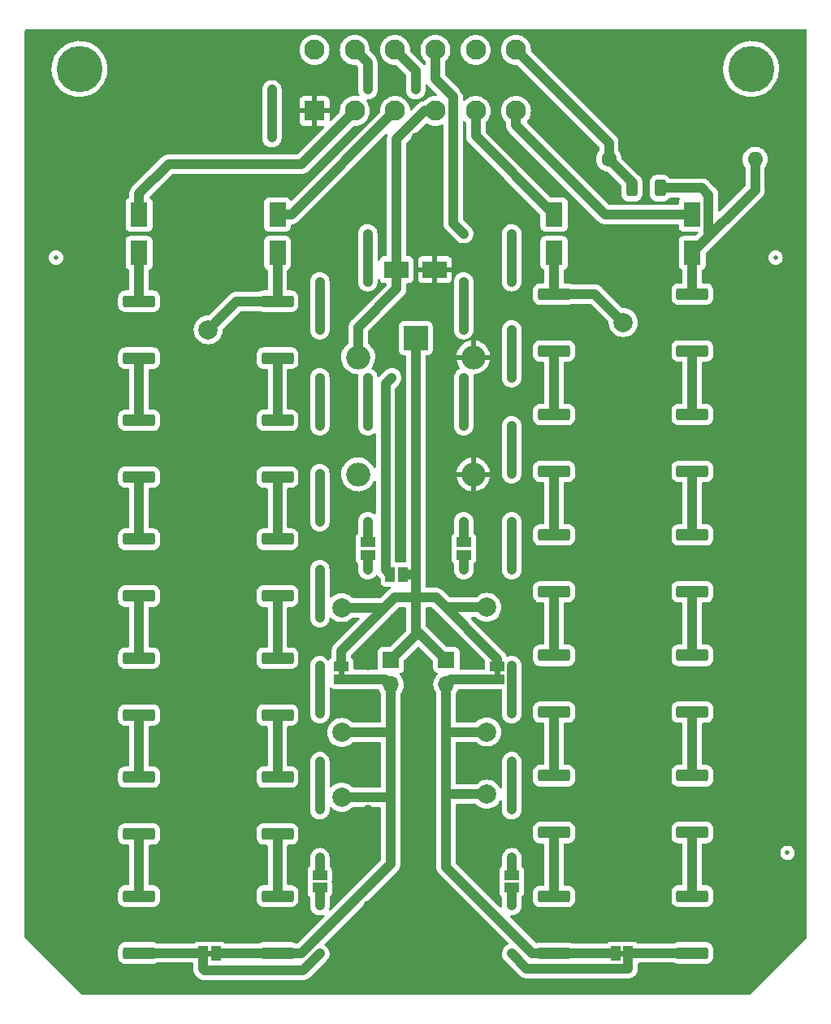
<source format=gbr>
%TF.GenerationSoftware,KiCad,Pcbnew,(6.0.0)*%
%TF.CreationDate,2022-06-28T12:49:40+09:30*%
%TF.ProjectId,Indicator V2,496e6469-6361-4746-9f72-2056322e6b69,E*%
%TF.SameCoordinates,Original*%
%TF.FileFunction,Copper,L1,Top*%
%TF.FilePolarity,Positive*%
%FSLAX46Y46*%
G04 Gerber Fmt 4.6, Leading zero omitted, Abs format (unit mm)*
G04 Created by KiCad (PCBNEW (6.0.0)) date 2022-06-28 12:49:40*
%MOMM*%
%LPD*%
G01*
G04 APERTURE LIST*
G04 Aperture macros list*
%AMRoundRect*
0 Rectangle with rounded corners*
0 $1 Rounding radius*
0 $2 $3 $4 $5 $6 $7 $8 $9 X,Y pos of 4 corners*
0 Add a 4 corners polygon primitive as box body*
4,1,4,$2,$3,$4,$5,$6,$7,$8,$9,$2,$3,0*
0 Add four circle primitives for the rounded corners*
1,1,$1+$1,$2,$3*
1,1,$1+$1,$4,$5*
1,1,$1+$1,$6,$7*
1,1,$1+$1,$8,$9*
0 Add four rect primitives between the rounded corners*
20,1,$1+$1,$2,$3,$4,$5,0*
20,1,$1+$1,$4,$5,$6,$7,0*
20,1,$1+$1,$6,$7,$8,$9,0*
20,1,$1+$1,$8,$9,$2,$3,0*%
G04 Aperture macros list end*
%TA.AperFunction,SMDPad,CuDef*%
%ADD10RoundRect,0.250000X1.425000X-0.362500X1.425000X0.362500X-1.425000X0.362500X-1.425000X-0.362500X0*%
%TD*%
%TA.AperFunction,SMDPad,CuDef*%
%ADD11R,1.500000X1.000000*%
%TD*%
%TA.AperFunction,SMDPad,CuDef*%
%ADD12R,1.800000X2.500000*%
%TD*%
%TA.AperFunction,SMDPad,CuDef*%
%ADD13R,1.000000X1.500000*%
%TD*%
%TA.AperFunction,ComponentPad*%
%ADD14C,2.000000*%
%TD*%
%TA.AperFunction,SMDPad,CuDef*%
%ADD15C,0.500000*%
%TD*%
%TA.AperFunction,ComponentPad*%
%ADD16R,1.700000X1.700000*%
%TD*%
%TA.AperFunction,ComponentPad*%
%ADD17O,1.700000X1.700000*%
%TD*%
%TA.AperFunction,SMDPad,CuDef*%
%ADD18RoundRect,0.250000X-0.312500X-0.625000X0.312500X-0.625000X0.312500X0.625000X-0.312500X0.625000X0*%
%TD*%
%TA.AperFunction,ComponentPad*%
%ADD19C,1.600000*%
%TD*%
%TA.AperFunction,ComponentPad*%
%ADD20O,1.600000X1.600000*%
%TD*%
%TA.AperFunction,SMDPad,CuDef*%
%ADD21R,2.500000X1.800000*%
%TD*%
%TA.AperFunction,ComponentPad*%
%ADD22R,2.100000X2.100000*%
%TD*%
%TA.AperFunction,ComponentPad*%
%ADD23C,2.100000*%
%TD*%
%TA.AperFunction,ComponentPad*%
%ADD24C,4.800000*%
%TD*%
%TA.AperFunction,ComponentPad*%
%ADD25R,2.500000X2.500000*%
%TD*%
%TA.AperFunction,ComponentPad*%
%ADD26O,2.500000X2.500000*%
%TD*%
%TA.AperFunction,ViaPad*%
%ADD27C,1.000000*%
%TD*%
%TA.AperFunction,ViaPad*%
%ADD28C,0.800000*%
%TD*%
%TA.AperFunction,Conductor*%
%ADD29C,1.000000*%
%TD*%
G04 APERTURE END LIST*
%TO.C,JP7*%
G36*
X121250000Y-150300000D02*
G01*
X120750000Y-150300000D01*
X120750000Y-149700000D01*
X121250000Y-149700000D01*
X121250000Y-150300000D01*
G37*
%TO.C,JP9*%
G36*
X135050000Y-121000000D02*
G01*
X134450000Y-121000000D01*
X134450000Y-120500000D01*
X135050000Y-120500000D01*
X135050000Y-121000000D01*
G37*
%TO.C,JP8*%
G36*
X151300000Y-121000000D02*
G01*
X150700000Y-121000000D01*
X150700000Y-120500000D01*
X151300000Y-120500000D01*
X151300000Y-121000000D01*
G37*
%TO.C,JP1*%
G36*
X164250000Y-150300000D02*
G01*
X163750000Y-150300000D01*
X163750000Y-149700000D01*
X164250000Y-149700000D01*
X164250000Y-150300000D01*
G37*
%TD*%
D10*
%TO.P,R18,1*%
%TO.N,Net-(R18-Pad1)*%
X128083332Y-112748698D03*
%TO.P,R18,2*%
%TO.N,Net-(R14-Pad1)*%
X128083332Y-106823698D03*
%TD*%
D11*
%TO.P,JP5,1,A*%
%TO.N,Net-(J1-Pad9)*%
X147500000Y-107150000D03*
%TO.P,JP5,2,B*%
%TO.N,R1 Out*%
X147500000Y-108450000D03*
%TD*%
D10*
%TO.P,R15,1*%
%TO.N,Net-(R15-Pad1)*%
X113666666Y-100355599D03*
%TO.P,R15,2*%
%TO.N,Net-(R12-Pad1)*%
X113666666Y-94430599D03*
%TD*%
D12*
%TO.P,D2,1,K*%
%TO.N,R1 In*%
X156916664Y-77000000D03*
%TO.P,D2,2,A*%
%TO.N,C689{slash}10*%
X156916664Y-73000000D03*
%TD*%
D13*
%TO.P,JP7,1,A*%
%TO.N,R4 Out*%
X120350000Y-150000000D03*
%TO.P,JP7,2,B*%
%TO.N,R3 Out*%
X121650000Y-150000000D03*
%TD*%
D10*
%TO.P,R6,1*%
%TO.N,Net-(R6-Pad1)*%
X171333330Y-112298698D03*
%TO.P,R6,2*%
%TO.N,Net-(R13-Pad1)*%
X171333330Y-106373698D03*
%TD*%
D12*
%TO.P,D1,1,K*%
%TO.N,R2 In*%
X171333330Y-77000000D03*
%TO.P,D1,2,A*%
%TO.N,C695{slash}7*%
X171333330Y-73000000D03*
%TD*%
D11*
%TO.P,JP9,1,A*%
%TO.N,R3 Out*%
X134750000Y-121400000D03*
%TO.P,JP9,2,B*%
%TO.N,Resistor Out*%
X134750000Y-120100000D03*
%TD*%
D10*
%TO.P,R20,1*%
%TO.N,Net-(R20-Pad1)*%
X156916664Y-124841797D03*
%TO.P,R20,2*%
%TO.N,Net-(R17-Pad1)*%
X156916664Y-118916797D03*
%TD*%
%TO.P,R12,1*%
%TO.N,Net-(R12-Pad1)*%
X113666666Y-87962500D03*
%TO.P,R12,2*%
%TO.N,R4 In*%
X113666666Y-82037500D03*
%TD*%
D14*
%TO.P,TP-L1,1,1*%
%TO.N,R3 Out*%
X134800000Y-126950000D03*
%TD*%
D15*
%TO.P,FID2,*%
%TO.N,*%
X181250000Y-139500000D03*
%TD*%
D10*
%TO.P,R24,1*%
%TO.N,Net-(R24-Pad1)*%
X128083332Y-137534896D03*
%TO.P,R24,2*%
%TO.N,Net-(R21-Pad1)*%
X128083332Y-131609896D03*
%TD*%
D14*
%TO.P,TP-R1,1,1*%
%TO.N,R1 Out*%
X149900000Y-126900000D03*
%TD*%
D10*
%TO.P,R28,1*%
%TO.N,R4 Out*%
X113666666Y-149927998D03*
%TO.P,R28,2*%
%TO.N,Net-(R25-Pad1)*%
X113666666Y-144002998D03*
%TD*%
D16*
%TO.P,J3,1,Pin_1*%
%TO.N,Resistor Out*%
X139906666Y-119425000D03*
D17*
%TO.P,J3,2,Pin_2*%
%TO.N,R3 Out*%
X139906666Y-121965000D03*
%TD*%
D10*
%TO.P,R8,1*%
%TO.N,Net-(R8-Pad1)*%
X171333330Y-137384896D03*
%TO.P,R8,2*%
%TO.N,Net-(R7-Pad1)*%
X171333330Y-131459896D03*
%TD*%
%TO.P,R25,1*%
%TO.N,Net-(R25-Pad1)*%
X113666666Y-137534896D03*
%TO.P,R25,2*%
%TO.N,Net-(R22-Pad1)*%
X113666666Y-131609896D03*
%TD*%
D11*
%TO.P,JP8,1,A*%
%TO.N,Resistor Out*%
X151000000Y-120100000D03*
%TO.P,JP8,2,B*%
%TO.N,R1 Out*%
X151000000Y-121400000D03*
%TD*%
D10*
%TO.P,R13,1*%
%TO.N,Net-(R13-Pad1)*%
X171333330Y-99755599D03*
%TO.P,R13,2*%
%TO.N,Net-(R10-Pad1)*%
X171333330Y-93830599D03*
%TD*%
D12*
%TO.P,D4,1,K*%
%TO.N,R4 In*%
X113666666Y-77000000D03*
%TO.P,D4,2,A*%
%TO.N,C689{slash}1*%
X113666666Y-73000000D03*
%TD*%
D15*
%TO.P,FID3,*%
%TO.N,*%
X105000000Y-77500000D03*
%TD*%
D10*
%TO.P,R19,1*%
%TO.N,Net-(R19-Pad1)*%
X113666666Y-112748698D03*
%TO.P,R19,2*%
%TO.N,Net-(R15-Pad1)*%
X113666666Y-106823698D03*
%TD*%
D16*
%TO.P,J2,1,Pin_1*%
%TO.N,Resistor Out*%
X145693332Y-119400000D03*
D17*
%TO.P,J2,2,Pin_2*%
%TO.N,R1 Out*%
X145693332Y-121940000D03*
%TD*%
D10*
%TO.P,R14,1*%
%TO.N,Net-(R14-Pad1)*%
X128083332Y-100355599D03*
%TO.P,R14,2*%
%TO.N,Net-(R11-Pad1)*%
X128083332Y-94430599D03*
%TD*%
%TO.P,R23,1*%
%TO.N,Net-(R23-Pad1)*%
X156916664Y-137384896D03*
%TO.P,R23,2*%
%TO.N,Net-(R20-Pad1)*%
X156916664Y-131459896D03*
%TD*%
%TO.P,R11,1*%
%TO.N,Net-(R11-Pad1)*%
X128083332Y-87962500D03*
%TO.P,R11,2*%
%TO.N,R3 In*%
X128083332Y-82037500D03*
%TD*%
D18*
%TO.P,R4,1*%
%TO.N,Node1 B2*%
X165037500Y-70250000D03*
%TO.P,R4,2*%
%TO.N,R2 In*%
X167962500Y-70250000D03*
%TD*%
D19*
%TO.P,R5,1*%
%TO.N,Node1 B2*%
X162630000Y-67250000D03*
D20*
%TO.P,R5,2*%
%TO.N,R2 In*%
X177870000Y-67250000D03*
%TD*%
D14*
%TO.P,TP-L2,1,1*%
%TO.N,Resistor Out*%
X134800000Y-113950000D03*
%TD*%
D21*
%TO.P,D5,1,K*%
%TO.N,Node1 A7*%
X140500000Y-78750000D03*
%TO.P,D5,2,A*%
%TO.N,GND*%
X144500000Y-78750000D03*
%TD*%
D10*
%TO.P,R27,1*%
%TO.N,R3 Out*%
X128083332Y-149927998D03*
%TO.P,R27,2*%
%TO.N,Net-(R24-Pad1)*%
X128083332Y-144002998D03*
%TD*%
D14*
%TO.P,BP-R1,1,1*%
%TO.N,R1 In*%
X164124997Y-84250000D03*
%TD*%
D10*
%TO.P,R1,1*%
%TO.N,Net-(R1-Pad1)*%
X156916664Y-87212500D03*
%TO.P,R1,2*%
%TO.N,R1 In*%
X156916664Y-81287500D03*
%TD*%
D14*
%TO.P,TP-R2,1,1*%
%TO.N,Resistor Out*%
X149900000Y-113925000D03*
%TD*%
D12*
%TO.P,D3,1,K*%
%TO.N,R3 In*%
X128083332Y-77000000D03*
%TO.P,D3,2,A*%
%TO.N,C695{slash}1*%
X128083332Y-73000000D03*
%TD*%
D10*
%TO.P,R17,1*%
%TO.N,Net-(R17-Pad1)*%
X156916664Y-112298698D03*
%TO.P,R17,2*%
%TO.N,Net-(R17-Pad2)*%
X156916664Y-106373698D03*
%TD*%
D15*
%TO.P,FID1,*%
%TO.N,*%
X180000000Y-77500000D03*
%TD*%
D10*
%TO.P,R7,1*%
%TO.N,Net-(R7-Pad1)*%
X171333330Y-124841797D03*
%TO.P,R7,2*%
%TO.N,Net-(R6-Pad1)*%
X171333330Y-118916797D03*
%TD*%
D14*
%TO.P,BP-L1,1,1*%
%TO.N,R3 In*%
X120874999Y-85000000D03*
%TD*%
D11*
%TO.P,JP6,1,A*%
%TO.N,Net-(J1-Pad8)*%
X152500000Y-141850000D03*
%TO.P,JP6,2,B*%
%TO.N,R2 Out*%
X152500000Y-143150000D03*
%TD*%
D14*
%TO.P,BP-L2,1,1*%
%TO.N,R3 Out*%
X134800000Y-133700000D03*
%TD*%
D10*
%TO.P,R2,1*%
%TO.N,Net-(R17-Pad2)*%
X156916664Y-99755599D03*
%TO.P,R2,2*%
%TO.N,Net-(R1-Pad1)*%
X156916664Y-93830599D03*
%TD*%
D22*
%TO.P,J1,1,1*%
%TO.N,GND*%
X131950000Y-62207107D03*
D23*
%TO.P,J1,2,2*%
%TO.N,C689{slash}1*%
X136150000Y-62207107D03*
%TO.P,J1,3,3*%
%TO.N,C695{slash}1*%
X140350000Y-62207107D03*
%TO.P,J1,4,4*%
%TO.N,Node1 A7*%
X144550000Y-62207107D03*
%TO.P,J1,5,5*%
%TO.N,C689{slash}10*%
X148750000Y-62207107D03*
%TO.P,J1,6,6*%
%TO.N,C695{slash}7*%
X152950000Y-62207107D03*
%TO.P,J1,7,7*%
%TO.N,Node1 B2*%
X152950000Y-55857107D03*
%TO.P,J1,8,8*%
%TO.N,Net-(J1-Pad8)*%
X148750000Y-55857107D03*
%TO.P,J1,9,9*%
%TO.N,Net-(J1-Pad9)*%
X144550000Y-55857107D03*
%TO.P,J1,10,10*%
%TO.N,Net-(J1-Pad10)*%
X140350000Y-55857107D03*
%TO.P,J1,11,11*%
%TO.N,Net-(J1-Pad11)*%
X136150000Y-55857107D03*
%TO.P,J1,12,12*%
%TO.N,Net-(J1-Pad12)*%
X131950000Y-55857107D03*
D24*
%TO.P,J1,MH1,MH1*%
%TO.N,unconnected-(J1-PadMH1)*%
X107450000Y-57837107D03*
%TO.P,J1,MH2,MH2*%
%TO.N,unconnected-(J1-PadMH2)*%
X177450000Y-57837107D03*
%TD*%
D25*
%TO.P,K1,1*%
%TO.N,Resistor Out*%
X142500000Y-85872500D03*
D26*
%TO.P,K1,2*%
%TO.N,Node1 A7*%
X136500000Y-87872500D03*
%TO.P,K1,3*%
%TO.N,unconnected-(K1-Pad3)*%
X136500000Y-100072500D03*
%TO.P,K1,4*%
%TO.N,GND*%
X148500000Y-100072500D03*
%TO.P,K1,5*%
X148500000Y-87872500D03*
%TD*%
D10*
%TO.P,R10,1*%
%TO.N,Net-(R10-Pad1)*%
X171333330Y-87212500D03*
%TO.P,R10,2*%
%TO.N,R2 In*%
X171333330Y-81287500D03*
%TD*%
D11*
%TO.P,JP3,1,A*%
%TO.N,Net-(J1-Pad11)*%
X137500000Y-107150000D03*
%TO.P,JP3,2,B*%
%TO.N,R3 Out*%
X137500000Y-108450000D03*
%TD*%
D10*
%TO.P,R9,1*%
%TO.N,R2 Out*%
X171333330Y-149927998D03*
%TO.P,R9,2*%
%TO.N,Net-(R8-Pad1)*%
X171333330Y-144002998D03*
%TD*%
D14*
%TO.P,BP-R2,1,1*%
%TO.N,R1 Out*%
X149900000Y-133400000D03*
%TD*%
D10*
%TO.P,R26,1*%
%TO.N,R1 Out*%
X156900000Y-149962500D03*
%TO.P,R26,2*%
%TO.N,Net-(R23-Pad1)*%
X156900000Y-144037500D03*
%TD*%
D13*
%TO.P,JP4,1,A*%
%TO.N,Net-(J1-Pad10)*%
X139850000Y-110500000D03*
%TO.P,JP4,2,B*%
%TO.N,Resistor Out*%
X141150000Y-110500000D03*
%TD*%
%TO.P,JP1,1,A*%
%TO.N,R1 Out*%
X163350000Y-150000000D03*
%TO.P,JP1,2,B*%
%TO.N,R2 Out*%
X164650000Y-150000000D03*
%TD*%
D10*
%TO.P,R22,1*%
%TO.N,Net-(R22-Pad1)*%
X113666666Y-125141797D03*
%TO.P,R22,2*%
%TO.N,Net-(R19-Pad1)*%
X113666666Y-119216797D03*
%TD*%
%TO.P,R21,1*%
%TO.N,Net-(R21-Pad1)*%
X128083332Y-125141797D03*
%TO.P,R21,2*%
%TO.N,Net-(R18-Pad1)*%
X128083332Y-119216797D03*
%TD*%
D11*
%TO.P,JP2,1,A*%
%TO.N,Net-(J1-Pad12)*%
X132500000Y-141850000D03*
%TO.P,JP2,2,B*%
%TO.N,R4 Out*%
X132500000Y-143150000D03*
%TD*%
D27*
%TO.N,GND*%
X157500000Y-55000000D03*
X117500000Y-135000000D03*
X148481244Y-119697256D03*
X152500000Y-60000000D03*
X117500000Y-130000000D03*
X177500000Y-105000000D03*
X182500000Y-100000000D03*
X177500000Y-130000000D03*
X162500000Y-120000000D03*
X182500000Y-105000000D03*
X122500000Y-80000000D03*
X122500000Y-60000000D03*
X167500000Y-85000000D03*
X107500000Y-110000000D03*
X107500000Y-145000000D03*
X177500000Y-125000000D03*
X162500000Y-75000000D03*
X102500000Y-115000000D03*
X122500000Y-105000000D03*
X137500000Y-150000000D03*
X142500000Y-120000000D03*
X117500000Y-60000000D03*
X127500000Y-70000000D03*
X167500000Y-65000000D03*
X167500000Y-135000000D03*
X117500000Y-125000000D03*
X102500000Y-105000000D03*
X157500000Y-65000000D03*
X127500000Y-55000000D03*
X102500000Y-100000000D03*
X182500000Y-130000000D03*
X162500000Y-90000000D03*
X167500000Y-145000000D03*
X147500000Y-150000000D03*
X162500000Y-140000000D03*
X147500000Y-140000000D03*
X122500000Y-120000000D03*
X122500000Y-135000000D03*
X167500000Y-75000000D03*
X122500000Y-110000000D03*
X112500000Y-55000000D03*
X182500000Y-110000000D03*
X117500000Y-105000000D03*
X107500000Y-125000000D03*
X162500000Y-135000000D03*
X162500000Y-130000000D03*
X182500000Y-85000000D03*
X102500000Y-80000000D03*
X122500000Y-115000000D03*
X117500000Y-90000000D03*
X182500000Y-60000000D03*
X102500000Y-70000000D03*
X167500000Y-110000000D03*
X122500000Y-145000000D03*
X117500000Y-55000000D03*
X167500000Y-55000000D03*
X142500000Y-55000000D03*
X167500000Y-125000000D03*
X162500000Y-145000000D03*
X167500000Y-60000000D03*
X102500000Y-130000000D03*
X162500000Y-110000000D03*
X167500000Y-80000000D03*
X162500000Y-100000000D03*
X117500000Y-100000000D03*
X107500000Y-150000000D03*
X147500000Y-130000000D03*
X102500000Y-135000000D03*
X177500000Y-145000000D03*
X112500000Y-65000000D03*
X102500000Y-125000000D03*
X112500000Y-70000000D03*
X102500000Y-55000000D03*
X182500000Y-125000000D03*
X117500000Y-145000000D03*
X107500000Y-120000000D03*
X102500000Y-60000000D03*
X177500000Y-100000000D03*
X122500000Y-90000000D03*
X117500000Y-110000000D03*
X122500000Y-65000000D03*
X142500000Y-145000000D03*
X162500000Y-95000000D03*
X107500000Y-135000000D03*
X102500000Y-90000000D03*
X102500000Y-85000000D03*
X102500000Y-120000000D03*
X137500000Y-130000000D03*
X182500000Y-135000000D03*
X122500000Y-70000000D03*
X177500000Y-140000000D03*
X147500000Y-125000000D03*
X107500000Y-95000000D03*
X132500000Y-60000000D03*
X177500000Y-115000000D03*
X102500000Y-75000000D03*
X167500000Y-105000000D03*
X117500000Y-75000000D03*
X107500000Y-90000000D03*
X137500000Y-145000000D03*
X162500000Y-55000000D03*
X107500000Y-70000000D03*
X177500000Y-95000000D03*
X122500000Y-100000000D03*
X182500000Y-55000000D03*
X117500000Y-120000000D03*
X177500000Y-110000000D03*
X117500000Y-80000000D03*
X177500000Y-80000000D03*
X122500000Y-95000000D03*
X162500000Y-60000000D03*
X117500000Y-85000000D03*
X147500000Y-135000000D03*
X142500000Y-135000000D03*
X107500000Y-140000000D03*
X137500000Y-140000000D03*
X177500000Y-85000000D03*
X117500000Y-95000000D03*
X122500000Y-130000000D03*
X107500000Y-130000000D03*
X182500000Y-95000000D03*
X107500000Y-105000000D03*
X122500000Y-75000000D03*
X177500000Y-120000000D03*
X182500000Y-145000000D03*
X167500000Y-90000000D03*
X142500000Y-150000000D03*
X167500000Y-100000000D03*
X142500000Y-65000000D03*
X117500000Y-140000000D03*
X167500000Y-95000000D03*
X177500000Y-135000000D03*
X102500000Y-95000000D03*
X172500000Y-65000000D03*
X122500000Y-140000000D03*
X177500000Y-75000000D03*
X172500000Y-55000000D03*
X177500000Y-65000000D03*
X147500000Y-60000000D03*
X122500000Y-55000000D03*
X117500000Y-65000000D03*
X117500000Y-115000000D03*
X142500000Y-125000000D03*
X122500000Y-125000000D03*
X182500000Y-120000000D03*
X182500000Y-115000000D03*
X162500000Y-80000000D03*
X167500000Y-130000000D03*
X142500000Y-130000000D03*
X107500000Y-85000000D03*
X177500000Y-90000000D03*
X167500000Y-140000000D03*
X182500000Y-70000000D03*
X182500000Y-65000000D03*
X167500000Y-115000000D03*
X102500000Y-140000000D03*
X177500000Y-150000000D03*
X137500000Y-125000000D03*
X137500000Y-135000000D03*
X102500000Y-145000000D03*
X167500000Y-120000000D03*
X107500000Y-115000000D03*
X137500000Y-120000000D03*
X182500000Y-80000000D03*
X172500000Y-60000000D03*
X112500000Y-60000000D03*
X107500000Y-80000000D03*
X102500000Y-110000000D03*
X162500000Y-125000000D03*
X117500000Y-70000000D03*
X107500000Y-100000000D03*
X147500000Y-145000000D03*
X142500000Y-140000000D03*
X107500000Y-65000000D03*
X107500000Y-75000000D03*
X132500000Y-75000000D03*
X162500000Y-105000000D03*
X182500000Y-90000000D03*
X102500000Y-65000000D03*
X182500000Y-75000000D03*
X162500000Y-115000000D03*
%TO.N,R4 Out*%
X132500000Y-150000000D03*
X132500000Y-145000000D03*
%TO.N,R1 Out*%
X147500000Y-110000000D03*
%TO.N,Net-(J1-Pad8)*%
X152500000Y-95000000D03*
X152500000Y-125000000D03*
X152500000Y-90000000D03*
X152500000Y-135000000D03*
X152500000Y-85000000D03*
X152500000Y-75000000D03*
X152500000Y-120000000D03*
X152500000Y-100000000D03*
X152500000Y-110000000D03*
X152500000Y-105000000D03*
X152500000Y-80000000D03*
X152500000Y-140000000D03*
X152500000Y-130000000D03*
%TO.N,R2 Out*%
X152500000Y-145000000D03*
X152500000Y-150000000D03*
%TO.N,Net-(J1-Pad9)*%
X147500000Y-75000000D03*
X147500000Y-105000000D03*
X147500000Y-90000000D03*
X147500000Y-85000000D03*
X147500000Y-95000000D03*
X147500000Y-80000000D03*
%TO.N,Net-(J1-Pad10)*%
X142500000Y-60000000D03*
D28*
X140000000Y-90000000D03*
D27*
%TO.N,Net-(J1-Pad11)*%
X137500000Y-80000000D03*
X137500000Y-60000000D03*
X137500000Y-105000000D03*
X137500000Y-95000000D03*
X137500000Y-90000000D03*
X137500000Y-75000000D03*
%TO.N,Net-(J1-Pad12)*%
X132500000Y-130000000D03*
X132500000Y-100000000D03*
X132500000Y-95000000D03*
X132500000Y-110000000D03*
X132500000Y-90000000D03*
X132500000Y-85000000D03*
X127500000Y-60000000D03*
X132500000Y-115000000D03*
X132500000Y-125000000D03*
X132500000Y-80000000D03*
X132500000Y-135000000D03*
X132500000Y-105000000D03*
X132500000Y-120000000D03*
X127500000Y-65000000D03*
X132500000Y-140000000D03*
%TO.N,R3 Out*%
X137500000Y-110000000D03*
%TD*%
D29*
%TO.N,C689{slash}10*%
X148750000Y-64833336D02*
X156916664Y-73000000D01*
X148750000Y-62207107D02*
X148750000Y-64833336D01*
%TO.N,C689{slash}1*%
X136150000Y-62207107D02*
X130607107Y-67750000D01*
X116750000Y-67750000D02*
X113666666Y-70833334D01*
X130607107Y-67750000D02*
X116750000Y-67750000D01*
X113666666Y-70833334D02*
X113666666Y-73000000D01*
%TO.N,C695{slash}7*%
X152950000Y-62207107D02*
X152950000Y-63692031D01*
X162257969Y-73000000D02*
X171333330Y-73000000D01*
X152950000Y-63692031D02*
X162257969Y-73000000D01*
%TO.N,C695{slash}1*%
X129557107Y-73000000D02*
X128083332Y-73000000D01*
X140350000Y-62207107D02*
X129557107Y-73000000D01*
%TO.N,Node1 A7*%
X140500000Y-65162213D02*
X140500000Y-78750000D01*
X140500000Y-80750000D02*
X140500000Y-78750000D01*
X136500000Y-87872500D02*
X136500000Y-84750000D01*
X136500000Y-84750000D02*
X140500000Y-80750000D01*
X143455106Y-62207107D02*
X140500000Y-65162213D01*
X144550000Y-62207107D02*
X143455106Y-62207107D01*
%TO.N,Node1 B2*%
X162630000Y-65537107D02*
X162630000Y-67250000D01*
X165037500Y-69657500D02*
X165037500Y-70250000D01*
X162630000Y-67250000D02*
X165037500Y-69657500D01*
X152950000Y-55857107D02*
X162630000Y-65537107D01*
%TO.N,R1 In*%
X156916664Y-81287500D02*
X161162497Y-81287500D01*
X156916664Y-77000000D02*
X156916664Y-81287500D01*
X161162497Y-81287500D02*
X164124997Y-84250000D01*
%TO.N,Net-(R6-Pad1)*%
X171333330Y-112298698D02*
X171333330Y-118916797D01*
%TO.N,Net-(R7-Pad1)*%
X171333330Y-124841797D02*
X171333330Y-131459896D01*
%TO.N,Net-(R1-Pad1)*%
X156916664Y-87212500D02*
X156916664Y-93830599D01*
%TO.N,Net-(R8-Pad1)*%
X171333330Y-137384896D02*
X171333330Y-144002998D01*
%TO.N,Net-(R10-Pad1)*%
X171333330Y-87212500D02*
X171333330Y-93830599D01*
%TO.N,Net-(R11-Pad1)*%
X128083332Y-94430599D02*
X128083332Y-87962500D01*
%TO.N,Net-(R12-Pad1)*%
X113666666Y-87962500D02*
X113666666Y-94430599D01*
%TO.N,Net-(R17-Pad1)*%
X156916664Y-112298698D02*
X156916664Y-118916797D01*
%TO.N,Net-(R18-Pad1)*%
X128083332Y-119216797D02*
X128083332Y-112748698D01*
%TO.N,Net-(R19-Pad1)*%
X113666666Y-112748698D02*
X113666666Y-119216797D01*
%TO.N,Net-(R20-Pad1)*%
X156916664Y-124841797D02*
X156916664Y-131459896D01*
%TO.N,Net-(R21-Pad1)*%
X128083332Y-131609896D02*
X128083332Y-125141797D01*
%TO.N,Net-(R22-Pad1)*%
X113666666Y-125141797D02*
X113666666Y-131609896D01*
%TO.N,Net-(R23-Pad1)*%
X156916664Y-137384896D02*
X156916664Y-144002998D01*
%TO.N,Net-(R24-Pad1)*%
X128083332Y-144002998D02*
X128083332Y-137534896D01*
%TO.N,Net-(R25-Pad1)*%
X113666666Y-137534896D02*
X113666666Y-144002998D01*
%TO.N,R4 Out*%
X130750000Y-151750000D02*
X120500000Y-151750000D01*
X120277998Y-149927998D02*
X120350000Y-150000000D01*
X120500000Y-151750000D02*
X120350000Y-151600000D01*
X113666666Y-149927998D02*
X120277998Y-149927998D01*
X132500000Y-145000000D02*
X132500000Y-143150000D01*
X132500000Y-150000000D02*
X130750000Y-151750000D01*
X120350000Y-151600000D02*
X120350000Y-150000000D01*
%TO.N,Resistor Out*%
X142500000Y-116241320D02*
X145658680Y-119400000D01*
X142500000Y-112900000D02*
X142500000Y-116241320D01*
X142500000Y-85872500D02*
X142500000Y-116797014D01*
X140300000Y-112900000D02*
X142500000Y-112900000D01*
X151000000Y-119300000D02*
X144600000Y-112900000D01*
X142500000Y-116797014D02*
X139872014Y-119425000D01*
X142500000Y-111750000D02*
X142500000Y-112900000D01*
X144600000Y-112900000D02*
X142500000Y-112900000D01*
X134750000Y-120100000D02*
X134750000Y-118450000D01*
X142500000Y-111100000D02*
X142500000Y-111750000D01*
X149900000Y-113925000D02*
X145750000Y-113925000D01*
X142500000Y-85872500D02*
X142500000Y-110250000D01*
X151000000Y-120100000D02*
X151000000Y-119300000D01*
X134765348Y-113950000D02*
X139250000Y-113950000D01*
X142250000Y-110500000D02*
X142500000Y-110250000D01*
X134750000Y-118450000D02*
X140300000Y-112900000D01*
X141150000Y-110500000D02*
X142250000Y-110500000D01*
X142500000Y-110250000D02*
X142500000Y-111100000D01*
%TO.N,R1 Out*%
X163350000Y-150000000D02*
X156937500Y-150000000D01*
X156900000Y-149962500D02*
X154662500Y-149962500D01*
X145658680Y-121940000D02*
X145658680Y-126558680D01*
X145917360Y-133400000D02*
X145658680Y-133658680D01*
X145658680Y-140958680D02*
X145658680Y-133658680D01*
X149875000Y-126925000D02*
X146025000Y-126925000D01*
X151000000Y-121400000D02*
X146198680Y-121400000D01*
X146025000Y-126925000D02*
X145658680Y-126558680D01*
X149900000Y-126900000D02*
X149875000Y-126925000D01*
X147500000Y-110000000D02*
X147500000Y-108450000D01*
X154662500Y-149962500D02*
X145658680Y-140958680D01*
X149900000Y-133400000D02*
X145917360Y-133400000D01*
X146198680Y-121400000D02*
X145658680Y-121940000D01*
X145658680Y-133658680D02*
X145658680Y-126558680D01*
X156937500Y-150000000D02*
X156900000Y-149962500D01*
%TO.N,R2 In*%
X171333330Y-77000000D02*
X171333330Y-81287500D01*
X177870000Y-67250000D02*
X177870000Y-70463330D01*
X173032841Y-70950489D02*
X173032841Y-75300489D01*
X177870000Y-70463330D02*
X171333330Y-77000000D01*
X172332352Y-70250000D02*
X173032841Y-70950489D01*
X173032841Y-75300489D02*
X171333330Y-77000000D01*
X167962500Y-70250000D02*
X172332352Y-70250000D01*
%TO.N,Net-(J1-Pad8)*%
X152500000Y-80000000D02*
X152500000Y-75000000D01*
X152500000Y-110000000D02*
X152500000Y-105000000D01*
X152500000Y-125000000D02*
X152500000Y-120000000D01*
X152500000Y-90000000D02*
X152500000Y-85000000D01*
X152500000Y-100000000D02*
X152500000Y-95000000D01*
X152500000Y-141850000D02*
X152500000Y-140000000D01*
X152500000Y-135000000D02*
X152500000Y-130000000D01*
%TO.N,Net-(R13-Pad1)*%
X171333330Y-99755599D02*
X171333330Y-106373698D01*
%TO.N,Net-(R17-Pad2)*%
X156916664Y-99755599D02*
X156916664Y-106373698D01*
%TO.N,R2 Out*%
X171333330Y-149927998D02*
X164722002Y-149927998D01*
X164722002Y-149927998D02*
X164650000Y-150000000D01*
X164649511Y-151549511D02*
X164649511Y-150250000D01*
X152500000Y-145000000D02*
X152500000Y-143150000D01*
X154049511Y-151549511D02*
X164649511Y-151549511D01*
X152500000Y-150000000D02*
X154049511Y-151549511D01*
%TO.N,Net-(R14-Pad1)*%
X128083332Y-106823698D02*
X128083332Y-100355599D01*
%TO.N,Net-(R15-Pad1)*%
X113666666Y-100355599D02*
X113666666Y-106823698D01*
%TO.N,R4 In*%
X113666666Y-77000000D02*
X113666666Y-82037500D01*
%TO.N,R3 In*%
X128083332Y-82037500D02*
X128083332Y-77000000D01*
X123837499Y-82037500D02*
X120874999Y-85000000D01*
X128083332Y-82037500D02*
X123837499Y-82037500D01*
%TO.N,Net-(J1-Pad9)*%
X147500000Y-75000000D02*
X146399511Y-73899511D01*
X146399511Y-73899511D02*
X146399511Y-60737298D01*
X147500000Y-95000000D02*
X147500000Y-90000000D01*
X146399511Y-60737298D02*
X144550000Y-58887787D01*
X147500000Y-85000000D02*
X147500000Y-80000000D01*
X147500000Y-107150000D02*
X147500000Y-105000000D01*
X144550000Y-58887787D02*
X144550000Y-55857107D01*
%TO.N,Net-(J1-Pad10)*%
X142500000Y-58007107D02*
X140350000Y-55857107D01*
X139350000Y-90650000D02*
X140000000Y-90000000D01*
X142500000Y-60000000D02*
X142500000Y-58007107D01*
X139850000Y-110500000D02*
X139350000Y-110000000D01*
X139350000Y-110000000D02*
X139350000Y-90650000D01*
%TO.N,Net-(J1-Pad11)*%
X137500000Y-80000000D02*
X137500000Y-75000000D01*
X137500000Y-60000000D02*
X137500000Y-57207107D01*
X137500000Y-95000000D02*
X137500000Y-90000000D01*
X137500000Y-107150000D02*
X137500000Y-105000000D01*
X137500000Y-57207107D02*
X136150000Y-55857107D01*
%TO.N,Net-(J1-Pad12)*%
X127500000Y-65000000D02*
X127500000Y-60000000D01*
X132500000Y-110000000D02*
X132500000Y-115000000D01*
X132500000Y-120000000D02*
X132500000Y-125000000D01*
X132500000Y-95000000D02*
X132500000Y-90000000D01*
X132500000Y-85000000D02*
X132500000Y-80000000D01*
X132500000Y-130000000D02*
X132500000Y-135000000D01*
X132500000Y-105000000D02*
X132500000Y-100000000D01*
X132500000Y-141850000D02*
X132500000Y-140000000D01*
%TO.N,R3 Out*%
X121650000Y-150000000D02*
X128011330Y-150000000D01*
X139872014Y-140677986D02*
X139872014Y-133927986D01*
X134765348Y-133700000D02*
X139644028Y-133700000D01*
X128083332Y-149927998D02*
X130622002Y-149927998D01*
X137500000Y-110000000D02*
X137500000Y-108450000D01*
X130622002Y-149927998D02*
X139872014Y-140677986D01*
X139872014Y-133927986D02*
X139872014Y-127172014D01*
X134750000Y-121400000D02*
X139307014Y-121400000D01*
X139650000Y-126950000D02*
X139872014Y-127172014D01*
X139872014Y-121965000D02*
X139872014Y-127172014D01*
X139644028Y-133700000D02*
X139872014Y-133927986D01*
X134765348Y-126950000D02*
X139650000Y-126950000D01*
X139307014Y-121400000D02*
X139872014Y-121965000D01*
X128011330Y-150000000D02*
X128083332Y-149927998D01*
%TD*%
%TA.AperFunction,Conductor*%
%TO.N,GND*%
G36*
X183209121Y-53728002D02*
G01*
X183255614Y-53781658D01*
X183267000Y-53834000D01*
X183267000Y-148244496D01*
X183246998Y-148312617D01*
X183230095Y-148333591D01*
X177308592Y-154255095D01*
X177246280Y-154289121D01*
X177219497Y-154292000D01*
X107780504Y-154292000D01*
X107712383Y-154271998D01*
X107691409Y-154255095D01*
X103777211Y-150340898D01*
X111483166Y-150340898D01*
X111483503Y-150344144D01*
X111483503Y-150344148D01*
X111491118Y-150417537D01*
X111494140Y-150446664D01*
X111550116Y-150614444D01*
X111643188Y-150764846D01*
X111768363Y-150889803D01*
X111774593Y-150893643D01*
X111774594Y-150893644D01*
X111911756Y-150978192D01*
X111918928Y-150982613D01*
X111954396Y-150994377D01*
X112080277Y-151036130D01*
X112080279Y-151036130D01*
X112086805Y-151038295D01*
X112093641Y-151038995D01*
X112093644Y-151038996D01*
X112136697Y-151043407D01*
X112191266Y-151048998D01*
X115142066Y-151048998D01*
X115145312Y-151048661D01*
X115145316Y-151048661D01*
X115240974Y-151038736D01*
X115240978Y-151038735D01*
X115247832Y-151038024D01*
X115254368Y-151035843D01*
X115254370Y-151035843D01*
X115386472Y-150991770D01*
X115415612Y-150982048D01*
X115458749Y-150955354D01*
X115525052Y-150936498D01*
X119215500Y-150936498D01*
X119283621Y-150956500D01*
X119330114Y-151010156D01*
X119341500Y-151062498D01*
X119341500Y-151538157D01*
X119340763Y-151551764D01*
X119339574Y-151562715D01*
X119336676Y-151589388D01*
X119337213Y-151595523D01*
X119341050Y-151639388D01*
X119341379Y-151644214D01*
X119341500Y-151646686D01*
X119341500Y-151649769D01*
X119341801Y-151652837D01*
X119345690Y-151692506D01*
X119345812Y-151693819D01*
X119353913Y-151786413D01*
X119355400Y-151791532D01*
X119355920Y-151796833D01*
X119382791Y-151885834D01*
X119383126Y-151886967D01*
X119401069Y-151948724D01*
X119409091Y-151976336D01*
X119411544Y-151981068D01*
X119413084Y-151986169D01*
X119415978Y-151991612D01*
X119456731Y-152068260D01*
X119457343Y-152069426D01*
X119486571Y-152125811D01*
X119500108Y-152151926D01*
X119503431Y-152156089D01*
X119505934Y-152160796D01*
X119564755Y-152232918D01*
X119565446Y-152233774D01*
X119596738Y-152272973D01*
X119599242Y-152275477D01*
X119599884Y-152276195D01*
X119603585Y-152280528D01*
X119630935Y-152314062D01*
X119653848Y-152333017D01*
X119666265Y-152343289D01*
X119675045Y-152351279D01*
X119743146Y-152419380D01*
X119752247Y-152429522D01*
X119775968Y-152459025D01*
X119814421Y-152491291D01*
X119818069Y-152494472D01*
X119819881Y-152496115D01*
X119822075Y-152498309D01*
X119855349Y-152525642D01*
X119856147Y-152526304D01*
X119927474Y-152586154D01*
X119932144Y-152588722D01*
X119936261Y-152592103D01*
X119956079Y-152602729D01*
X120018086Y-152635977D01*
X120019245Y-152636606D01*
X120095381Y-152678462D01*
X120095389Y-152678465D01*
X120100787Y-152681433D01*
X120105869Y-152683045D01*
X120110563Y-152685562D01*
X120199531Y-152712762D01*
X120200559Y-152713082D01*
X120289306Y-152741235D01*
X120294602Y-152741829D01*
X120299698Y-152743387D01*
X120392257Y-152752790D01*
X120393393Y-152752911D01*
X120427008Y-152756681D01*
X120439730Y-152758108D01*
X120439734Y-152758108D01*
X120443227Y-152758500D01*
X120446754Y-152758500D01*
X120447739Y-152758555D01*
X120453419Y-152759002D01*
X120482825Y-152761989D01*
X120490337Y-152762752D01*
X120490339Y-152762752D01*
X120496462Y-152763374D01*
X120542108Y-152759059D01*
X120553967Y-152758500D01*
X130688157Y-152758500D01*
X130701764Y-152759237D01*
X130733262Y-152762659D01*
X130733267Y-152762659D01*
X130739388Y-152763324D01*
X130765638Y-152761027D01*
X130789388Y-152758950D01*
X130794214Y-152758621D01*
X130796686Y-152758500D01*
X130799769Y-152758500D01*
X130811738Y-152757326D01*
X130842506Y-152754310D01*
X130843819Y-152754188D01*
X130888084Y-152750315D01*
X130936413Y-152746087D01*
X130941532Y-152744600D01*
X130946833Y-152744080D01*
X131035834Y-152717209D01*
X131036967Y-152716874D01*
X131120414Y-152692630D01*
X131120418Y-152692628D01*
X131126336Y-152690909D01*
X131131068Y-152688456D01*
X131136169Y-152686916D01*
X131143173Y-152683192D01*
X131218260Y-152643269D01*
X131219426Y-152642657D01*
X131296453Y-152602729D01*
X131301926Y-152599892D01*
X131306089Y-152596569D01*
X131310796Y-152594066D01*
X131316988Y-152589016D01*
X131382871Y-152535283D01*
X131383899Y-152534454D01*
X131420214Y-152505465D01*
X131420220Y-152505460D01*
X131422973Y-152503262D01*
X131425476Y-152500759D01*
X131426195Y-152500116D01*
X131430528Y-152496415D01*
X131464062Y-152469065D01*
X131493288Y-152433737D01*
X131501277Y-152424958D01*
X133163797Y-150762437D01*
X133175309Y-150752251D01*
X133198847Y-150733861D01*
X133236687Y-150690023D01*
X133242959Y-150683275D01*
X133248309Y-150677925D01*
X133270559Y-150650838D01*
X133272477Y-150648559D01*
X133328078Y-150584145D01*
X133331124Y-150578783D01*
X133334674Y-150573751D01*
X133334930Y-150573932D01*
X133335023Y-150573796D01*
X133334763Y-150573622D01*
X133338191Y-150568501D01*
X133342103Y-150563739D01*
X133382280Y-150488808D01*
X133383765Y-150486119D01*
X133422725Y-150417537D01*
X133425769Y-150412179D01*
X133427714Y-150406331D01*
X133430220Y-150400704D01*
X133430505Y-150400831D01*
X133430571Y-150400678D01*
X133430283Y-150400558D01*
X133432653Y-150394865D01*
X133435563Y-150389437D01*
X133437365Y-150383544D01*
X133460421Y-150308133D01*
X133461356Y-150305202D01*
X133486252Y-150230361D01*
X133486253Y-150230358D01*
X133488197Y-150224513D01*
X133488970Y-150218396D01*
X133490333Y-150212394D01*
X133490638Y-150212463D01*
X133490673Y-150212299D01*
X133490368Y-150212237D01*
X133491587Y-150206194D01*
X133493388Y-150200302D01*
X133494976Y-150184674D01*
X133501983Y-150115680D01*
X133502332Y-150112620D01*
X133512542Y-150031798D01*
X133512985Y-150028295D01*
X133513324Y-150004032D01*
X133513374Y-150003537D01*
X133513336Y-150003137D01*
X133513380Y-150000000D01*
X133503919Y-149903506D01*
X133494762Y-149806638D01*
X133494253Y-149804930D01*
X133494080Y-149803167D01*
X133466193Y-149710800D01*
X133466067Y-149710379D01*
X133439940Y-149622741D01*
X133439938Y-149622736D01*
X133438259Y-149617104D01*
X133437429Y-149615529D01*
X133436916Y-149613831D01*
X133391355Y-149528143D01*
X133346018Y-149442153D01*
X133344900Y-149440772D01*
X133344066Y-149439204D01*
X133282701Y-149363963D01*
X133273914Y-149353112D01*
X133225271Y-149293042D01*
X133225265Y-149293036D01*
X133221553Y-149288452D01*
X133220187Y-149287314D01*
X133219065Y-149285938D01*
X133208661Y-149277331D01*
X133144382Y-149224154D01*
X133144045Y-149223874D01*
X133074111Y-149165608D01*
X133069604Y-149161853D01*
X133068044Y-149161002D01*
X133066675Y-149159870D01*
X133052906Y-149152425D01*
X133002498Y-149102434D01*
X132987119Y-149033123D01*
X133011653Y-148966500D01*
X133023739Y-148952495D01*
X140541393Y-141434841D01*
X140551536Y-141425739D01*
X140576232Y-141405883D01*
X140581039Y-141402018D01*
X140613334Y-141363530D01*
X140616492Y-141359911D01*
X140618138Y-141358096D01*
X140620323Y-141355911D01*
X140622278Y-141353531D01*
X140622287Y-141353521D01*
X140647563Y-141322750D01*
X140648405Y-141321735D01*
X140704208Y-141255231D01*
X140708168Y-141250512D01*
X140710737Y-141245838D01*
X140714116Y-141241725D01*
X140757989Y-141159901D01*
X140758598Y-141158779D01*
X140759851Y-141156501D01*
X140803447Y-141077199D01*
X140805059Y-141072117D01*
X140807576Y-141067423D01*
X140834776Y-140978455D01*
X140835122Y-140977344D01*
X140844410Y-140948068D01*
X140863249Y-140888680D01*
X140863843Y-140883384D01*
X140865401Y-140878288D01*
X140874804Y-140785729D01*
X140874925Y-140784593D01*
X140880514Y-140734759D01*
X140880514Y-140731232D01*
X140880569Y-140730247D01*
X140881016Y-140724567D01*
X140885388Y-140681524D01*
X140881073Y-140635877D01*
X140880514Y-140624019D01*
X140880514Y-133989829D01*
X140881251Y-133976222D01*
X140884673Y-133944724D01*
X140884673Y-133944719D01*
X140885338Y-133938598D01*
X140880993Y-133888933D01*
X140880514Y-133877952D01*
X140880514Y-127233856D01*
X140881251Y-127220249D01*
X140884673Y-127188751D01*
X140884673Y-127188746D01*
X140885338Y-127182625D01*
X140880993Y-127132960D01*
X140880514Y-127121979D01*
X140880514Y-122964833D01*
X140900516Y-122896712D01*
X140917575Y-122875582D01*
X140941096Y-122852144D01*
X140941106Y-122852132D01*
X140944762Y-122848489D01*
X140971895Y-122810730D01*
X141072101Y-122671277D01*
X141075119Y-122667077D01*
X141089768Y-122637438D01*
X141171802Y-122471453D01*
X141171803Y-122471451D01*
X141174096Y-122466811D01*
X141226502Y-122294324D01*
X141237531Y-122258023D01*
X141237531Y-122258021D01*
X141239036Y-122253069D01*
X141268195Y-122031590D01*
X141269822Y-121965000D01*
X141251518Y-121742361D01*
X141197097Y-121525702D01*
X141108020Y-121320840D01*
X140986680Y-121133277D01*
X140983198Y-121129450D01*
X140839464Y-120971488D01*
X140808412Y-120907642D01*
X140816807Y-120837143D01*
X140861983Y-120782375D01*
X140888427Y-120768706D01*
X140994963Y-120728767D01*
X141003371Y-120725615D01*
X141119927Y-120638261D01*
X141207281Y-120521705D01*
X141258411Y-120385316D01*
X141265166Y-120323134D01*
X141265166Y-119510273D01*
X141285168Y-119442152D01*
X141302071Y-119421178D01*
X142688752Y-118034497D01*
X142751064Y-118000471D01*
X142821879Y-118005536D01*
X142866942Y-118034497D01*
X144297927Y-119465481D01*
X144331952Y-119527793D01*
X144334832Y-119554576D01*
X144334832Y-120298134D01*
X144341587Y-120360316D01*
X144392717Y-120496705D01*
X144480071Y-120613261D01*
X144596627Y-120700615D01*
X144605036Y-120703767D01*
X144605037Y-120703768D01*
X144713783Y-120744535D01*
X144770548Y-120787176D01*
X144795248Y-120853738D01*
X144780041Y-120923087D01*
X144760648Y-120949568D01*
X144633961Y-121082138D01*
X144508075Y-121266680D01*
X144414020Y-121469305D01*
X144354321Y-121684570D01*
X144330583Y-121906695D01*
X144330880Y-121911848D01*
X144330880Y-121911851D01*
X144338133Y-122037644D01*
X144343442Y-122129715D01*
X144344579Y-122134761D01*
X144344580Y-122134767D01*
X144368636Y-122241508D01*
X144392554Y-122347639D01*
X144476598Y-122554616D01*
X144593319Y-122745088D01*
X144619418Y-122775218D01*
X144648900Y-122839800D01*
X144650180Y-122857713D01*
X144650180Y-126496837D01*
X144649443Y-126510444D01*
X144645356Y-126548068D01*
X144645893Y-126554203D01*
X144649701Y-126597733D01*
X144650180Y-126608714D01*
X144650180Y-133600776D01*
X144649535Y-133613509D01*
X144645306Y-133655142D01*
X144645886Y-133661273D01*
X144649621Y-133700789D01*
X144650180Y-133712647D01*
X144650180Y-140896837D01*
X144649443Y-140910444D01*
X144645356Y-140948068D01*
X144645893Y-140954203D01*
X144649730Y-140998068D01*
X144650059Y-141002894D01*
X144650180Y-141005366D01*
X144650180Y-141008449D01*
X144650481Y-141011517D01*
X144654370Y-141051186D01*
X144654492Y-141052499D01*
X144656626Y-141076884D01*
X144662593Y-141145093D01*
X144664080Y-141150212D01*
X144664600Y-141155513D01*
X144691471Y-141244514D01*
X144691806Y-141245647D01*
X144714065Y-141322259D01*
X144717771Y-141335016D01*
X144720224Y-141339748D01*
X144721764Y-141344849D01*
X144724658Y-141350292D01*
X144765411Y-141426940D01*
X144766023Y-141428106D01*
X144805951Y-141505133D01*
X144808788Y-141510606D01*
X144812111Y-141514769D01*
X144814614Y-141519476D01*
X144873435Y-141591598D01*
X144874126Y-141592454D01*
X144905418Y-141631653D01*
X144907922Y-141634157D01*
X144908564Y-141634875D01*
X144912265Y-141639208D01*
X144939615Y-141672742D01*
X144944362Y-141676669D01*
X144944364Y-141676671D01*
X144974942Y-141701967D01*
X144983722Y-141709957D01*
X148609606Y-145335840D01*
X152139263Y-148865497D01*
X152173289Y-148927809D01*
X152168224Y-148998624D01*
X152125677Y-149055460D01*
X152108933Y-149066049D01*
X152071137Y-149085977D01*
X152031252Y-149107006D01*
X151945110Y-149152040D01*
X151943725Y-149153154D01*
X151942154Y-149153982D01*
X151937572Y-149157692D01*
X151937568Y-149157695D01*
X151866918Y-149214907D01*
X151866576Y-149215183D01*
X151795591Y-149272256D01*
X151795588Y-149272259D01*
X151790975Y-149275968D01*
X151789832Y-149277331D01*
X151788453Y-149278447D01*
X151784663Y-149282996D01*
X151726525Y-149352775D01*
X151726243Y-149353112D01*
X151679069Y-149409332D01*
X151663846Y-149427474D01*
X151662988Y-149429035D01*
X151661854Y-149430396D01*
X151659037Y-149435563D01*
X151659034Y-149435567D01*
X151617444Y-149511848D01*
X151615375Y-149515642D01*
X151568567Y-149600787D01*
X151568031Y-149602476D01*
X151567178Y-149604041D01*
X151565420Y-149609652D01*
X151565418Y-149609656D01*
X151563391Y-149616126D01*
X151538074Y-149696914D01*
X151508765Y-149789306D01*
X151508567Y-149791070D01*
X151508035Y-149792768D01*
X151507400Y-149798615D01*
X151507399Y-149798619D01*
X151506647Y-149805544D01*
X151497541Y-149889373D01*
X151486719Y-149985851D01*
X151486868Y-149987623D01*
X151486676Y-149989388D01*
X151495134Y-150086071D01*
X151503268Y-150182934D01*
X151503758Y-150184644D01*
X151503913Y-150186413D01*
X151505552Y-150192054D01*
X151505552Y-150192055D01*
X151511434Y-150212299D01*
X151530996Y-150279634D01*
X151557783Y-150373050D01*
X151558596Y-150374632D01*
X151559091Y-150376336D01*
X151603788Y-150462565D01*
X151648187Y-150548956D01*
X151649290Y-150550347D01*
X151650108Y-150551926D01*
X151710726Y-150627861D01*
X151771035Y-150703953D01*
X151775728Y-150707947D01*
X151775729Y-150707948D01*
X151812060Y-150738868D01*
X151819492Y-150745727D01*
X153292660Y-152218895D01*
X153301762Y-152229038D01*
X153325479Y-152258536D01*
X153363957Y-152290823D01*
X153367573Y-152293978D01*
X153369399Y-152295634D01*
X153371585Y-152297820D01*
X153373965Y-152299775D01*
X153373975Y-152299784D01*
X153404779Y-152325087D01*
X153405794Y-152325929D01*
X153426483Y-152343289D01*
X153476985Y-152385665D01*
X153481659Y-152388234D01*
X153485772Y-152391613D01*
X153491209Y-152394528D01*
X153491210Y-152394529D01*
X153502020Y-152400325D01*
X153555805Y-152429164D01*
X153567558Y-152435466D01*
X153568688Y-152436079D01*
X153650298Y-152480944D01*
X153655380Y-152482556D01*
X153660074Y-152485073D01*
X153749042Y-152512273D01*
X153750070Y-152512593D01*
X153838817Y-152540746D01*
X153844113Y-152541340D01*
X153849209Y-152542898D01*
X153941733Y-152552296D01*
X153942853Y-152552416D01*
X153976175Y-152556153D01*
X153989241Y-152557619D01*
X153989245Y-152557619D01*
X153992738Y-152558011D01*
X153996265Y-152558011D01*
X153997268Y-152558067D01*
X154002952Y-152558514D01*
X154028368Y-152561096D01*
X154039847Y-152562262D01*
X154039849Y-152562262D01*
X154045973Y-152562884D01*
X154091612Y-152558570D01*
X154103468Y-152558011D01*
X164589638Y-152558011D01*
X164602808Y-152558701D01*
X164636307Y-152562222D01*
X164636309Y-152562222D01*
X164642436Y-152562866D01*
X164692684Y-152558293D01*
X164696718Y-152558011D01*
X164699280Y-152558011D01*
X164702338Y-152557711D01*
X164702342Y-152557711D01*
X164744107Y-152553616D01*
X164744982Y-152553534D01*
X164766681Y-152551559D01*
X164839399Y-152544941D01*
X164842808Y-152543938D01*
X164846344Y-152543591D01*
X164937232Y-152516150D01*
X164937901Y-152515950D01*
X165029130Y-152489101D01*
X165032283Y-152487453D01*
X165035680Y-152486427D01*
X165042961Y-152482556D01*
X165068334Y-152469065D01*
X165119612Y-152441800D01*
X165120192Y-152441495D01*
X165204401Y-152397471D01*
X165207169Y-152395246D01*
X165210307Y-152393577D01*
X165228400Y-152378821D01*
X165283883Y-152333570D01*
X165284567Y-152333017D01*
X165353729Y-152277409D01*
X165353735Y-152277403D01*
X165358536Y-152273543D01*
X165360819Y-152270822D01*
X165363573Y-152268576D01*
X165375856Y-152253729D01*
X165392273Y-152233884D01*
X165424130Y-152195375D01*
X165424634Y-152194770D01*
X165481704Y-152126758D01*
X165481706Y-152126755D01*
X165485665Y-152122037D01*
X165487377Y-152118922D01*
X165489641Y-152116186D01*
X165534829Y-152032612D01*
X165535232Y-152031874D01*
X165577976Y-151954123D01*
X165577976Y-151954122D01*
X165580944Y-151948724D01*
X165582017Y-151945341D01*
X165583709Y-151942212D01*
X165611793Y-151851485D01*
X165612049Y-151850669D01*
X165638884Y-151766076D01*
X165638885Y-151766072D01*
X165640746Y-151760205D01*
X165641142Y-151756674D01*
X165642193Y-151753279D01*
X165652122Y-151658804D01*
X165652210Y-151657997D01*
X165653756Y-151644214D01*
X165658011Y-151606284D01*
X165658011Y-151603711D01*
X165658331Y-151599735D01*
X165662222Y-151562715D01*
X165662222Y-151562713D01*
X165662866Y-151556586D01*
X165658530Y-151508941D01*
X165658011Y-151497521D01*
X165658011Y-151062498D01*
X165678013Y-150994377D01*
X165731669Y-150947884D01*
X165784011Y-150936498D01*
X169475066Y-150936498D01*
X169541182Y-150955238D01*
X169578420Y-150978192D01*
X169585592Y-150982613D01*
X169621060Y-150994377D01*
X169746941Y-151036130D01*
X169746943Y-151036130D01*
X169753469Y-151038295D01*
X169760305Y-151038995D01*
X169760308Y-151038996D01*
X169803361Y-151043407D01*
X169857930Y-151048998D01*
X172808730Y-151048998D01*
X172811976Y-151048661D01*
X172811980Y-151048661D01*
X172907638Y-151038736D01*
X172907642Y-151038735D01*
X172914496Y-151038024D01*
X172921032Y-151035843D01*
X172921034Y-151035843D01*
X173053136Y-150991770D01*
X173082276Y-150982048D01*
X173232678Y-150888976D01*
X173357635Y-150763801D01*
X173373004Y-150738868D01*
X173446605Y-150619466D01*
X173446606Y-150619464D01*
X173450445Y-150613236D01*
X173491714Y-150488814D01*
X173503962Y-150451887D01*
X173503962Y-150451885D01*
X173506127Y-150445359D01*
X173516830Y-150340898D01*
X173516830Y-149515098D01*
X173516493Y-149511848D01*
X173506568Y-149416190D01*
X173506567Y-149416186D01*
X173505856Y-149409332D01*
X173490770Y-149364112D01*
X173452198Y-149248500D01*
X173449880Y-149241552D01*
X173356808Y-149091150D01*
X173231633Y-148966193D01*
X173155880Y-148919498D01*
X173087298Y-148877223D01*
X173087296Y-148877222D01*
X173081068Y-148873383D01*
X172975392Y-148838332D01*
X172919719Y-148819866D01*
X172919717Y-148819866D01*
X172913191Y-148817701D01*
X172906355Y-148817001D01*
X172906352Y-148817000D01*
X172863299Y-148812589D01*
X172808730Y-148806998D01*
X169857930Y-148806998D01*
X169854684Y-148807335D01*
X169854680Y-148807335D01*
X169759022Y-148817260D01*
X169759018Y-148817261D01*
X169752164Y-148817972D01*
X169745628Y-148820153D01*
X169745626Y-148820153D01*
X169643072Y-148854368D01*
X169584384Y-148873948D01*
X169578152Y-148877804D01*
X169578153Y-148877804D01*
X169541247Y-148900642D01*
X169474944Y-148919498D01*
X165596411Y-148919498D01*
X165528290Y-148899496D01*
X165514482Y-148888368D01*
X165513261Y-148886739D01*
X165396705Y-148799385D01*
X165260316Y-148748255D01*
X165198134Y-148741500D01*
X164101866Y-148741500D01*
X164039684Y-148748255D01*
X164032285Y-148751029D01*
X164029146Y-148751775D01*
X163970854Y-148751775D01*
X163967715Y-148751029D01*
X163960316Y-148748255D01*
X163898134Y-148741500D01*
X162801866Y-148741500D01*
X162739684Y-148748255D01*
X162603295Y-148799385D01*
X162486739Y-148886739D01*
X162455959Y-148927809D01*
X162446024Y-148941065D01*
X162389165Y-148983580D01*
X162345198Y-148991500D01*
X158819100Y-148991500D01*
X158752984Y-148972760D01*
X158750720Y-148971364D01*
X158647738Y-148907885D01*
X158557046Y-148877804D01*
X158486389Y-148854368D01*
X158486387Y-148854368D01*
X158479861Y-148852203D01*
X158473025Y-148851503D01*
X158473022Y-148851502D01*
X158429969Y-148847091D01*
X158375400Y-148841500D01*
X155424600Y-148841500D01*
X155421354Y-148841837D01*
X155421350Y-148841837D01*
X155325692Y-148851762D01*
X155325688Y-148851763D01*
X155318834Y-148852474D01*
X155312298Y-148854655D01*
X155312296Y-148854655D01*
X155157998Y-148906133D01*
X155157996Y-148906134D01*
X155151054Y-148908450D01*
X155150012Y-148909095D01*
X155082316Y-148919498D01*
X155017452Y-148890633D01*
X155009943Y-148883708D01*
X152350737Y-146224502D01*
X152316711Y-146162190D01*
X152321776Y-146091375D01*
X152364323Y-146034539D01*
X152430843Y-146009728D01*
X152454751Y-146010293D01*
X152478777Y-146013158D01*
X152484772Y-146012697D01*
X152484920Y-146012698D01*
X152486668Y-146012722D01*
X152486957Y-146012728D01*
X152492925Y-146013355D01*
X152583512Y-146005111D01*
X152585148Y-146004973D01*
X152675972Y-145997984D01*
X152681760Y-145996368D01*
X152681949Y-145996332D01*
X152683685Y-145996013D01*
X152683900Y-145995975D01*
X152689888Y-145995430D01*
X152695794Y-145993692D01*
X152695798Y-145993691D01*
X152777171Y-145969742D01*
X152778861Y-145969258D01*
X152860521Y-145946458D01*
X152860530Y-145946455D01*
X152866463Y-145944798D01*
X152871819Y-145942093D01*
X152872063Y-145941994D01*
X152873699Y-145941346D01*
X152873845Y-145941290D01*
X152879619Y-145939590D01*
X152893122Y-145932531D01*
X152960251Y-145897437D01*
X152961815Y-145896633D01*
X153037503Y-145858400D01*
X153037505Y-145858399D01*
X153042996Y-145855625D01*
X153047721Y-145851934D01*
X153047921Y-145851803D01*
X153049398Y-145850851D01*
X153049571Y-145850741D01*
X153054890Y-145847960D01*
X153064629Y-145840130D01*
X153125741Y-145790994D01*
X153127120Y-145789900D01*
X153149266Y-145772598D01*
X153198847Y-145733861D01*
X153202771Y-145729315D01*
X153202923Y-145729166D01*
X153204161Y-145727971D01*
X153204352Y-145727789D01*
X153209025Y-145724032D01*
X153267565Y-145654266D01*
X153268563Y-145653093D01*
X153328078Y-145584145D01*
X153331040Y-145578931D01*
X153331177Y-145578731D01*
X153332181Y-145577286D01*
X153332292Y-145577128D01*
X153336154Y-145572526D01*
X153379984Y-145492798D01*
X153380835Y-145491277D01*
X153422724Y-145417539D01*
X153425769Y-145412179D01*
X153427667Y-145406472D01*
X153427722Y-145406344D01*
X153428418Y-145404750D01*
X153428543Y-145404469D01*
X153431433Y-145399213D01*
X153458947Y-145312478D01*
X153459457Y-145310909D01*
X153488197Y-145224513D01*
X153488950Y-145218559D01*
X153488997Y-145218336D01*
X153489374Y-145216620D01*
X153489420Y-145216416D01*
X153491235Y-145210694D01*
X153501384Y-145120218D01*
X153501587Y-145118518D01*
X153512985Y-145028295D01*
X153513380Y-145000000D01*
X153509101Y-144956360D01*
X153508500Y-144944064D01*
X153508500Y-144450400D01*
X154716500Y-144450400D01*
X154716837Y-144453646D01*
X154716837Y-144453650D01*
X154724573Y-144528202D01*
X154727474Y-144556166D01*
X154783450Y-144723946D01*
X154876522Y-144874348D01*
X155001697Y-144999305D01*
X155007927Y-145003145D01*
X155007928Y-145003146D01*
X155145090Y-145087694D01*
X155152262Y-145092115D01*
X155209591Y-145111130D01*
X155313611Y-145145632D01*
X155313613Y-145145632D01*
X155320139Y-145147797D01*
X155326975Y-145148497D01*
X155326978Y-145148498D01*
X155370031Y-145152909D01*
X155424600Y-145158500D01*
X158375400Y-145158500D01*
X158378646Y-145158163D01*
X158378650Y-145158163D01*
X158474308Y-145148238D01*
X158474312Y-145148237D01*
X158481166Y-145147526D01*
X158487702Y-145145345D01*
X158487704Y-145145345D01*
X158619806Y-145101272D01*
X158648946Y-145091550D01*
X158799348Y-144998478D01*
X158924305Y-144873303D01*
X158941740Y-144845019D01*
X159013275Y-144728968D01*
X159013276Y-144728966D01*
X159017115Y-144722738D01*
X159072797Y-144554861D01*
X159075529Y-144528202D01*
X159083172Y-144453598D01*
X159083500Y-144450400D01*
X159083500Y-144415898D01*
X169149830Y-144415898D01*
X169150167Y-144419144D01*
X169150167Y-144419148D01*
X169153742Y-144453598D01*
X169160804Y-144521664D01*
X169216780Y-144689444D01*
X169309852Y-144839846D01*
X169435027Y-144964803D01*
X169441257Y-144968643D01*
X169441258Y-144968644D01*
X169578420Y-145053192D01*
X169585592Y-145057613D01*
X169665335Y-145084062D01*
X169746941Y-145111130D01*
X169746943Y-145111130D01*
X169753469Y-145113295D01*
X169760305Y-145113995D01*
X169760308Y-145113996D01*
X169803361Y-145118407D01*
X169857930Y-145123998D01*
X172808730Y-145123998D01*
X172811976Y-145123661D01*
X172811980Y-145123661D01*
X172907638Y-145113736D01*
X172907642Y-145113735D01*
X172914496Y-145113024D01*
X172921032Y-145110843D01*
X172921034Y-145110843D01*
X173053136Y-145066770D01*
X173082276Y-145057048D01*
X173232678Y-144963976D01*
X173357635Y-144838801D01*
X173424593Y-144730176D01*
X173446605Y-144694466D01*
X173446606Y-144694464D01*
X173450445Y-144688236D01*
X173492518Y-144561389D01*
X173503962Y-144526887D01*
X173503962Y-144526885D01*
X173506127Y-144520359D01*
X173516830Y-144415898D01*
X173516830Y-143590098D01*
X173510281Y-143526978D01*
X173506568Y-143491190D01*
X173506567Y-143491186D01*
X173505856Y-143484332D01*
X173449880Y-143316552D01*
X173356808Y-143166150D01*
X173231633Y-143041193D01*
X173137957Y-142983450D01*
X173087298Y-142952223D01*
X173087296Y-142952222D01*
X173081068Y-142948383D01*
X172984943Y-142916500D01*
X172919719Y-142894866D01*
X172919717Y-142894866D01*
X172913191Y-142892701D01*
X172906355Y-142892001D01*
X172906352Y-142892000D01*
X172863299Y-142887589D01*
X172808730Y-142881998D01*
X172467830Y-142881998D01*
X172399709Y-142861996D01*
X172353216Y-142808340D01*
X172341830Y-142755998D01*
X172341830Y-139489455D01*
X180494825Y-139489455D01*
X180495512Y-139496462D01*
X180495512Y-139496465D01*
X180498311Y-139525010D01*
X180511255Y-139657025D01*
X180564402Y-139816791D01*
X180651624Y-139960812D01*
X180656513Y-139965875D01*
X180656514Y-139965876D01*
X180692870Y-140003523D01*
X180768586Y-140081929D01*
X180774483Y-140085788D01*
X180903577Y-140170266D01*
X180903581Y-140170268D01*
X180909475Y-140174125D01*
X181067289Y-140232815D01*
X181074270Y-140233746D01*
X181074272Y-140233747D01*
X181119812Y-140239823D01*
X181234183Y-140255083D01*
X181241194Y-140254445D01*
X181241198Y-140254445D01*
X181394843Y-140240462D01*
X181401864Y-140239823D01*
X181408566Y-140237645D01*
X181408568Y-140237645D01*
X181555298Y-140189970D01*
X181555301Y-140189969D01*
X181561997Y-140187793D01*
X181706623Y-140101578D01*
X181711717Y-140096727D01*
X181711721Y-140096724D01*
X181823454Y-139990322D01*
X181823455Y-139990320D01*
X181828554Y-139985465D01*
X181844934Y-139960812D01*
X181917836Y-139851085D01*
X181921731Y-139845223D01*
X181981521Y-139687823D01*
X182004955Y-139521088D01*
X182005249Y-139500000D01*
X181986481Y-139332676D01*
X181931108Y-139173668D01*
X181841884Y-139030879D01*
X181833723Y-139022661D01*
X181728205Y-138916403D01*
X181728201Y-138916400D01*
X181723242Y-138911406D01*
X181581079Y-138821187D01*
X181422462Y-138764706D01*
X181415474Y-138763873D01*
X181415471Y-138763872D01*
X181322300Y-138752762D01*
X181255273Y-138744769D01*
X181248270Y-138745505D01*
X181248269Y-138745505D01*
X181202712Y-138750293D01*
X181087821Y-138762369D01*
X181081155Y-138764638D01*
X181081152Y-138764639D01*
X180935098Y-138814360D01*
X180935095Y-138814361D01*
X180928431Y-138816630D01*
X180922436Y-138820318D01*
X180922432Y-138820320D01*
X180791021Y-138901165D01*
X180791019Y-138901167D01*
X180785022Y-138904856D01*
X180773231Y-138916403D01*
X180680392Y-139007318D01*
X180664724Y-139022661D01*
X180573515Y-139164190D01*
X180515927Y-139322409D01*
X180494825Y-139489455D01*
X172341830Y-139489455D01*
X172341830Y-138631896D01*
X172361832Y-138563775D01*
X172415488Y-138517282D01*
X172467830Y-138505896D01*
X172808730Y-138505896D01*
X172811976Y-138505559D01*
X172811980Y-138505559D01*
X172907638Y-138495634D01*
X172907642Y-138495633D01*
X172914496Y-138494922D01*
X172921032Y-138492741D01*
X172921034Y-138492741D01*
X173053136Y-138448668D01*
X173082276Y-138438946D01*
X173232678Y-138345874D01*
X173357635Y-138220699D01*
X173361476Y-138214468D01*
X173446605Y-138076364D01*
X173446606Y-138076362D01*
X173450445Y-138070134D01*
X173489962Y-137950994D01*
X173503962Y-137908785D01*
X173503962Y-137908783D01*
X173506127Y-137902257D01*
X173516830Y-137797796D01*
X173516830Y-136971996D01*
X173505856Y-136866230D01*
X173449880Y-136698450D01*
X173356808Y-136548048D01*
X173231633Y-136423091D01*
X173216716Y-136413896D01*
X173087298Y-136334121D01*
X173087296Y-136334120D01*
X173081068Y-136330281D01*
X172920584Y-136277051D01*
X172919719Y-136276764D01*
X172919717Y-136276764D01*
X172913191Y-136274599D01*
X172906355Y-136273899D01*
X172906352Y-136273898D01*
X172863299Y-136269487D01*
X172808730Y-136263896D01*
X169857930Y-136263896D01*
X169854684Y-136264233D01*
X169854680Y-136264233D01*
X169759022Y-136274158D01*
X169759018Y-136274159D01*
X169752164Y-136274870D01*
X169745628Y-136277051D01*
X169745626Y-136277051D01*
X169613524Y-136321124D01*
X169584384Y-136330846D01*
X169433982Y-136423918D01*
X169309025Y-136549093D01*
X169305185Y-136555323D01*
X169305184Y-136555324D01*
X169293723Y-136573918D01*
X169216215Y-136699658D01*
X169213911Y-136706605D01*
X169164559Y-136855398D01*
X169160533Y-136867535D01*
X169149830Y-136971996D01*
X169149830Y-137797796D01*
X169160804Y-137903562D01*
X169162985Y-137910098D01*
X169162985Y-137910100D01*
X169176646Y-137951046D01*
X169216780Y-138071342D01*
X169309852Y-138221744D01*
X169435027Y-138346701D01*
X169441257Y-138350541D01*
X169441258Y-138350542D01*
X169578420Y-138435090D01*
X169585592Y-138439511D01*
X169665335Y-138465960D01*
X169746941Y-138493028D01*
X169746943Y-138493028D01*
X169753469Y-138495193D01*
X169760305Y-138495893D01*
X169760308Y-138495894D01*
X169797730Y-138499728D01*
X169857930Y-138505896D01*
X170198830Y-138505896D01*
X170266951Y-138525898D01*
X170313444Y-138579554D01*
X170324830Y-138631896D01*
X170324830Y-142755998D01*
X170304828Y-142824119D01*
X170251172Y-142870612D01*
X170198830Y-142881998D01*
X169857930Y-142881998D01*
X169854684Y-142882335D01*
X169854680Y-142882335D01*
X169759022Y-142892260D01*
X169759018Y-142892261D01*
X169752164Y-142892972D01*
X169745628Y-142895153D01*
X169745626Y-142895153D01*
X169648749Y-142927474D01*
X169584384Y-142948948D01*
X169433982Y-143042020D01*
X169309025Y-143167195D01*
X169305185Y-143173425D01*
X169305184Y-143173426D01*
X169287758Y-143201697D01*
X169216215Y-143317760D01*
X169160533Y-143485637D01*
X169159833Y-143492473D01*
X169159832Y-143492476D01*
X169157667Y-143513611D01*
X169149830Y-143590098D01*
X169149830Y-144415898D01*
X159083500Y-144415898D01*
X159083500Y-143624600D01*
X159079920Y-143590098D01*
X159073238Y-143525692D01*
X159073237Y-143525688D01*
X159072526Y-143518834D01*
X159016550Y-143351054D01*
X158923478Y-143200652D01*
X158798303Y-143075695D01*
X158750720Y-143046364D01*
X158653968Y-142986725D01*
X158653966Y-142986724D01*
X158647738Y-142982885D01*
X158557046Y-142952804D01*
X158486389Y-142929368D01*
X158486387Y-142929368D01*
X158479861Y-142927203D01*
X158473025Y-142926503D01*
X158473022Y-142926502D01*
X158429969Y-142922091D01*
X158375400Y-142916500D01*
X158051164Y-142916500D01*
X157983043Y-142896498D01*
X157936550Y-142842842D01*
X157925164Y-142790500D01*
X157925164Y-138631896D01*
X157945166Y-138563775D01*
X157998822Y-138517282D01*
X158051164Y-138505896D01*
X158392064Y-138505896D01*
X158395310Y-138505559D01*
X158395314Y-138505559D01*
X158490972Y-138495634D01*
X158490976Y-138495633D01*
X158497830Y-138494922D01*
X158504366Y-138492741D01*
X158504368Y-138492741D01*
X158636470Y-138448668D01*
X158665610Y-138438946D01*
X158816012Y-138345874D01*
X158940969Y-138220699D01*
X158944810Y-138214468D01*
X159029939Y-138076364D01*
X159029940Y-138076362D01*
X159033779Y-138070134D01*
X159073296Y-137950994D01*
X159087296Y-137908785D01*
X159087296Y-137908783D01*
X159089461Y-137902257D01*
X159100164Y-137797796D01*
X159100164Y-136971996D01*
X159089190Y-136866230D01*
X159033214Y-136698450D01*
X158940142Y-136548048D01*
X158814967Y-136423091D01*
X158800050Y-136413896D01*
X158670632Y-136334121D01*
X158670630Y-136334120D01*
X158664402Y-136330281D01*
X158503918Y-136277051D01*
X158503053Y-136276764D01*
X158503051Y-136276764D01*
X158496525Y-136274599D01*
X158489689Y-136273899D01*
X158489686Y-136273898D01*
X158446633Y-136269487D01*
X158392064Y-136263896D01*
X155441264Y-136263896D01*
X155438018Y-136264233D01*
X155438014Y-136264233D01*
X155342356Y-136274158D01*
X155342352Y-136274159D01*
X155335498Y-136274870D01*
X155328962Y-136277051D01*
X155328960Y-136277051D01*
X155196858Y-136321124D01*
X155167718Y-136330846D01*
X155017316Y-136423918D01*
X154892359Y-136549093D01*
X154888519Y-136555323D01*
X154888518Y-136555324D01*
X154877057Y-136573918D01*
X154799549Y-136699658D01*
X154797245Y-136706605D01*
X154747893Y-136855398D01*
X154743867Y-136867535D01*
X154733164Y-136971996D01*
X154733164Y-137797796D01*
X154744138Y-137903562D01*
X154746319Y-137910098D01*
X154746319Y-137910100D01*
X154759980Y-137951046D01*
X154800114Y-138071342D01*
X154893186Y-138221744D01*
X155018361Y-138346701D01*
X155024591Y-138350541D01*
X155024592Y-138350542D01*
X155161754Y-138435090D01*
X155168926Y-138439511D01*
X155248669Y-138465960D01*
X155330275Y-138493028D01*
X155330277Y-138493028D01*
X155336803Y-138495193D01*
X155343639Y-138495893D01*
X155343642Y-138495894D01*
X155381064Y-138499728D01*
X155441264Y-138505896D01*
X155782164Y-138505896D01*
X155850285Y-138525898D01*
X155896778Y-138579554D01*
X155908164Y-138631896D01*
X155908164Y-142790500D01*
X155888162Y-142858621D01*
X155834506Y-142905114D01*
X155782164Y-142916500D01*
X155424600Y-142916500D01*
X155421354Y-142916837D01*
X155421350Y-142916837D01*
X155325692Y-142926762D01*
X155325688Y-142926763D01*
X155318834Y-142927474D01*
X155312298Y-142929655D01*
X155312296Y-142929655D01*
X155244652Y-142952223D01*
X155151054Y-142983450D01*
X155000652Y-143076522D01*
X154875695Y-143201697D01*
X154871855Y-143207927D01*
X154871854Y-143207928D01*
X154807993Y-143311530D01*
X154782885Y-143352262D01*
X154780581Y-143359209D01*
X154739080Y-143484332D01*
X154727203Y-143520139D01*
X154716500Y-143624600D01*
X154716500Y-144450400D01*
X153508500Y-144450400D01*
X153508500Y-144154802D01*
X153528502Y-144086681D01*
X153558935Y-144053976D01*
X153606081Y-144018642D01*
X153613261Y-144013261D01*
X153700615Y-143896705D01*
X153751745Y-143760316D01*
X153758500Y-143698134D01*
X153758500Y-142601866D01*
X153751745Y-142539684D01*
X153748971Y-142532285D01*
X153748225Y-142529146D01*
X153748225Y-142470854D01*
X153748971Y-142467715D01*
X153751745Y-142460316D01*
X153758500Y-142398134D01*
X153758500Y-141301866D01*
X153751745Y-141239684D01*
X153700615Y-141103295D01*
X153613261Y-140986739D01*
X153558935Y-140946024D01*
X153516420Y-140889165D01*
X153508500Y-140845198D01*
X153508500Y-140071722D01*
X153509492Y-140055944D01*
X153512985Y-140028295D01*
X153513380Y-140000000D01*
X153494080Y-139803167D01*
X153436916Y-139613831D01*
X153344066Y-139439204D01*
X153273709Y-139352938D01*
X153222960Y-139290713D01*
X153222957Y-139290710D01*
X153219065Y-139285938D01*
X153212724Y-139280692D01*
X153071425Y-139163799D01*
X153071421Y-139163797D01*
X153066675Y-139159870D01*
X152892701Y-139065802D01*
X152703768Y-139007318D01*
X152697643Y-139006674D01*
X152697642Y-139006674D01*
X152513204Y-138987289D01*
X152513202Y-138987289D01*
X152507075Y-138986645D01*
X152424576Y-138994153D01*
X152316251Y-139004011D01*
X152316248Y-139004012D01*
X152310112Y-139004570D01*
X152304206Y-139006308D01*
X152304202Y-139006309D01*
X152220720Y-139030879D01*
X152120381Y-139060410D01*
X152114923Y-139063263D01*
X152114919Y-139063265D01*
X152024147Y-139110720D01*
X151945110Y-139152040D01*
X151790975Y-139275968D01*
X151663846Y-139427474D01*
X151660879Y-139432872D01*
X151660875Y-139432877D01*
X151610225Y-139525010D01*
X151568567Y-139600787D01*
X151566706Y-139606654D01*
X151566705Y-139606656D01*
X151543170Y-139680848D01*
X151508765Y-139789306D01*
X151486719Y-139985851D01*
X151487235Y-139991995D01*
X151491058Y-140037524D01*
X151491500Y-140048067D01*
X151491500Y-140845198D01*
X151471498Y-140913319D01*
X151441065Y-140946024D01*
X151386739Y-140986739D01*
X151299385Y-141103295D01*
X151248255Y-141239684D01*
X151241500Y-141301866D01*
X151241500Y-142398134D01*
X151248255Y-142460316D01*
X151251029Y-142467715D01*
X151251775Y-142470854D01*
X151251775Y-142529146D01*
X151251029Y-142532285D01*
X151248255Y-142539684D01*
X151241500Y-142601866D01*
X151241500Y-143698134D01*
X151248255Y-143760316D01*
X151299385Y-143896705D01*
X151386739Y-144013261D01*
X151393919Y-144018642D01*
X151441065Y-144053976D01*
X151483580Y-144110835D01*
X151491500Y-144154802D01*
X151491500Y-144936181D01*
X151490715Y-144950225D01*
X151486719Y-144985851D01*
X151487235Y-144991995D01*
X151491058Y-145037524D01*
X151491314Y-145043620D01*
X151491350Y-145043618D01*
X151491500Y-145046687D01*
X151491500Y-145049769D01*
X151491800Y-145052832D01*
X151491931Y-145055506D01*
X151475278Y-145124522D01*
X151423956Y-145173579D01*
X151354259Y-145187101D01*
X151288315Y-145160796D01*
X151276986Y-145150752D01*
X146704085Y-140577851D01*
X146670059Y-140515539D01*
X146667180Y-140488756D01*
X146667180Y-134534500D01*
X146687182Y-134466379D01*
X146740838Y-134419886D01*
X146793180Y-134408500D01*
X148719444Y-134408500D01*
X148787565Y-134428502D01*
X148815254Y-134452668D01*
X148830031Y-134469969D01*
X149010584Y-134624176D01*
X149014792Y-134626755D01*
X149014798Y-134626759D01*
X149208817Y-134745654D01*
X149213037Y-134748240D01*
X149217607Y-134750133D01*
X149217611Y-134750135D01*
X149421288Y-134834500D01*
X149432406Y-134839105D01*
X149486451Y-134852080D01*
X149658476Y-134893380D01*
X149658482Y-134893381D01*
X149663289Y-134894535D01*
X149900000Y-134913165D01*
X150136711Y-134894535D01*
X150141518Y-134893381D01*
X150141524Y-134893380D01*
X150313549Y-134852080D01*
X150367594Y-134839105D01*
X150378712Y-134834500D01*
X150582389Y-134750135D01*
X150582393Y-134750133D01*
X150586963Y-134748240D01*
X150591183Y-134745654D01*
X150785202Y-134626759D01*
X150785208Y-134626755D01*
X150789416Y-134624176D01*
X150969969Y-134469969D01*
X151124176Y-134289416D01*
X151126755Y-134285208D01*
X151126759Y-134285202D01*
X151245654Y-134091183D01*
X151248240Y-134086963D01*
X151250135Y-134082389D01*
X151252381Y-134077980D01*
X151254009Y-134078809D01*
X151293630Y-134029633D01*
X151360992Y-134007207D01*
X151429785Y-134024759D01*
X151478167Y-134076716D01*
X151491500Y-134133126D01*
X151491500Y-134936181D01*
X151490715Y-134950225D01*
X151486719Y-134985851D01*
X151487235Y-134991995D01*
X151491058Y-135037524D01*
X151491314Y-135043619D01*
X151491350Y-135043617D01*
X151491500Y-135046684D01*
X151491500Y-135049769D01*
X151491801Y-135052837D01*
X151495498Y-135090549D01*
X151495657Y-135092299D01*
X151503268Y-135182934D01*
X151504925Y-135188714D01*
X151504963Y-135188904D01*
X151505295Y-135190645D01*
X151505334Y-135190858D01*
X151505920Y-135196833D01*
X151507702Y-135202735D01*
X151532191Y-135283848D01*
X151532688Y-135285535D01*
X151557783Y-135373050D01*
X151560533Y-135378399D01*
X151560600Y-135378563D01*
X151561240Y-135380148D01*
X151561351Y-135380429D01*
X151563084Y-135386169D01*
X151565975Y-135391606D01*
X151565979Y-135391616D01*
X151605824Y-135466553D01*
X151606568Y-135467975D01*
X151648187Y-135548956D01*
X151651914Y-135553659D01*
X151652060Y-135553878D01*
X151653017Y-135555340D01*
X151653109Y-135555482D01*
X151655934Y-135560796D01*
X151713439Y-135631304D01*
X151714531Y-135632663D01*
X151771035Y-135703953D01*
X151775613Y-135707849D01*
X151775743Y-135707980D01*
X151776983Y-135709246D01*
X151777138Y-135709407D01*
X151780935Y-135714062D01*
X151785682Y-135717989D01*
X151785685Y-135717992D01*
X151851011Y-135772034D01*
X151852359Y-135773165D01*
X151916960Y-135828145D01*
X151916963Y-135828147D01*
X151921650Y-135832136D01*
X151926898Y-135835069D01*
X151927074Y-135835188D01*
X151928548Y-135836198D01*
X151928695Y-135836300D01*
X151933325Y-135840130D01*
X151938745Y-135843060D01*
X151938747Y-135843062D01*
X152013335Y-135883392D01*
X152014876Y-135884239D01*
X152088917Y-135925619D01*
X152094294Y-135928624D01*
X152100009Y-135930481D01*
X152100183Y-135930554D01*
X152101785Y-135931241D01*
X152102022Y-135931345D01*
X152107299Y-135934198D01*
X152113188Y-135936021D01*
X152194234Y-135961109D01*
X152195897Y-135961637D01*
X152282392Y-135989740D01*
X152288354Y-135990451D01*
X152288574Y-135990496D01*
X152290291Y-135990861D01*
X152290493Y-135990905D01*
X152296232Y-135992682D01*
X152302359Y-135993326D01*
X152386676Y-136002188D01*
X152388424Y-136002384D01*
X152444824Y-136009109D01*
X152478777Y-136013158D01*
X152484772Y-136012697D01*
X152484920Y-136012698D01*
X152486668Y-136012722D01*
X152486957Y-136012728D01*
X152492925Y-136013355D01*
X152583512Y-136005111D01*
X152585148Y-136004973D01*
X152675972Y-135997984D01*
X152681760Y-135996368D01*
X152681949Y-135996332D01*
X152683685Y-135996013D01*
X152683900Y-135995975D01*
X152689888Y-135995430D01*
X152695794Y-135993692D01*
X152695798Y-135993691D01*
X152777171Y-135969742D01*
X152778861Y-135969258D01*
X152860521Y-135946458D01*
X152860530Y-135946455D01*
X152866463Y-135944798D01*
X152871819Y-135942093D01*
X152872063Y-135941994D01*
X152873699Y-135941346D01*
X152873845Y-135941290D01*
X152879619Y-135939590D01*
X152893122Y-135932531D01*
X152960251Y-135897437D01*
X152961815Y-135896633D01*
X153037503Y-135858400D01*
X153037505Y-135858399D01*
X153042996Y-135855625D01*
X153047721Y-135851934D01*
X153047921Y-135851803D01*
X153049398Y-135850851D01*
X153049571Y-135850741D01*
X153054890Y-135847960D01*
X153064629Y-135840130D01*
X153125741Y-135790994D01*
X153127120Y-135789900D01*
X153149266Y-135772598D01*
X153198847Y-135733861D01*
X153202771Y-135729315D01*
X153202923Y-135729166D01*
X153204161Y-135727971D01*
X153204352Y-135727789D01*
X153209025Y-135724032D01*
X153267565Y-135654266D01*
X153268563Y-135653093D01*
X153328078Y-135584145D01*
X153331040Y-135578931D01*
X153331177Y-135578731D01*
X153332181Y-135577286D01*
X153332292Y-135577128D01*
X153336154Y-135572526D01*
X153379984Y-135492798D01*
X153380835Y-135491277D01*
X153422724Y-135417539D01*
X153425769Y-135412179D01*
X153427667Y-135406472D01*
X153427722Y-135406344D01*
X153428418Y-135404750D01*
X153428543Y-135404469D01*
X153431433Y-135399213D01*
X153458947Y-135312478D01*
X153459457Y-135310909D01*
X153488197Y-135224513D01*
X153488950Y-135218559D01*
X153488997Y-135218336D01*
X153489374Y-135216620D01*
X153489420Y-135216416D01*
X153491235Y-135210694D01*
X153501384Y-135120218D01*
X153501587Y-135118518D01*
X153512985Y-135028295D01*
X153513380Y-135000000D01*
X153509101Y-134956360D01*
X153508500Y-134944064D01*
X153508500Y-131872796D01*
X154733164Y-131872796D01*
X154733501Y-131876042D01*
X154733501Y-131876046D01*
X154736554Y-131905465D01*
X154744138Y-131978562D01*
X154746319Y-131985098D01*
X154746319Y-131985100D01*
X154790392Y-132117202D01*
X154800114Y-132146342D01*
X154893186Y-132296744D01*
X155018361Y-132421701D01*
X155024591Y-132425541D01*
X155024592Y-132425542D01*
X155161754Y-132510090D01*
X155168926Y-132514511D01*
X155248669Y-132540960D01*
X155330275Y-132568028D01*
X155330277Y-132568028D01*
X155336803Y-132570193D01*
X155343639Y-132570893D01*
X155343642Y-132570894D01*
X155381064Y-132574728D01*
X155441264Y-132580896D01*
X158392064Y-132580896D01*
X158395310Y-132580559D01*
X158395314Y-132580559D01*
X158490972Y-132570634D01*
X158490976Y-132570633D01*
X158497830Y-132569922D01*
X158504366Y-132567741D01*
X158504368Y-132567741D01*
X158636470Y-132523668D01*
X158665610Y-132513946D01*
X158816012Y-132420874D01*
X158940969Y-132295699D01*
X158944810Y-132289468D01*
X159029939Y-132151364D01*
X159029940Y-132151362D01*
X159033779Y-132145134D01*
X159073296Y-132025994D01*
X159087296Y-131983785D01*
X159087296Y-131983783D01*
X159089461Y-131977257D01*
X159090944Y-131962789D01*
X159096817Y-131905465D01*
X159100164Y-131872796D01*
X169149830Y-131872796D01*
X169150167Y-131876042D01*
X169150167Y-131876046D01*
X169153220Y-131905465D01*
X169160804Y-131978562D01*
X169162985Y-131985098D01*
X169162985Y-131985100D01*
X169207058Y-132117202D01*
X169216780Y-132146342D01*
X169309852Y-132296744D01*
X169435027Y-132421701D01*
X169441257Y-132425541D01*
X169441258Y-132425542D01*
X169578420Y-132510090D01*
X169585592Y-132514511D01*
X169665335Y-132540960D01*
X169746941Y-132568028D01*
X169746943Y-132568028D01*
X169753469Y-132570193D01*
X169760305Y-132570893D01*
X169760308Y-132570894D01*
X169797730Y-132574728D01*
X169857930Y-132580896D01*
X172808730Y-132580896D01*
X172811976Y-132580559D01*
X172811980Y-132580559D01*
X172907638Y-132570634D01*
X172907642Y-132570633D01*
X172914496Y-132569922D01*
X172921032Y-132567741D01*
X172921034Y-132567741D01*
X173053136Y-132523668D01*
X173082276Y-132513946D01*
X173232678Y-132420874D01*
X173357635Y-132295699D01*
X173361476Y-132289468D01*
X173446605Y-132151364D01*
X173446606Y-132151362D01*
X173450445Y-132145134D01*
X173489962Y-132025994D01*
X173503962Y-131983785D01*
X173503962Y-131983783D01*
X173506127Y-131977257D01*
X173507610Y-131962789D01*
X173513483Y-131905465D01*
X173516830Y-131872796D01*
X173516830Y-131046996D01*
X173505856Y-130941230D01*
X173449880Y-130773450D01*
X173356808Y-130623048D01*
X173231633Y-130498091D01*
X173184267Y-130468894D01*
X173087298Y-130409121D01*
X173087296Y-130409120D01*
X173081068Y-130405281D01*
X173001325Y-130378832D01*
X172919719Y-130351764D01*
X172919717Y-130351764D01*
X172913191Y-130349599D01*
X172906355Y-130348899D01*
X172906352Y-130348898D01*
X172863299Y-130344487D01*
X172808730Y-130338896D01*
X172467830Y-130338896D01*
X172399709Y-130318894D01*
X172353216Y-130265238D01*
X172341830Y-130212896D01*
X172341830Y-126088797D01*
X172361832Y-126020676D01*
X172415488Y-125974183D01*
X172467830Y-125962797D01*
X172808730Y-125962797D01*
X172811976Y-125962460D01*
X172811980Y-125962460D01*
X172907638Y-125952535D01*
X172907642Y-125952534D01*
X172914496Y-125951823D01*
X172921032Y-125949642D01*
X172921034Y-125949642D01*
X173053136Y-125905569D01*
X173082276Y-125895847D01*
X173232678Y-125802775D01*
X173244439Y-125790994D01*
X173317313Y-125717992D01*
X173357635Y-125677600D01*
X173364979Y-125665686D01*
X173446605Y-125533265D01*
X173446606Y-125533263D01*
X173450445Y-125527035D01*
X173490778Y-125405435D01*
X173503962Y-125365686D01*
X173503962Y-125365684D01*
X173506127Y-125359158D01*
X173516830Y-125254697D01*
X173516830Y-124428897D01*
X173505856Y-124323131D01*
X173502218Y-124312225D01*
X173452198Y-124162299D01*
X173449880Y-124155351D01*
X173356808Y-124004949D01*
X173231633Y-123879992D01*
X173225402Y-123876151D01*
X173087298Y-123791022D01*
X173087296Y-123791021D01*
X173081068Y-123787182D01*
X172920584Y-123733952D01*
X172919719Y-123733665D01*
X172919717Y-123733665D01*
X172913191Y-123731500D01*
X172906355Y-123730800D01*
X172906352Y-123730799D01*
X172863299Y-123726388D01*
X172808730Y-123720797D01*
X169857930Y-123720797D01*
X169854684Y-123721134D01*
X169854680Y-123721134D01*
X169759022Y-123731059D01*
X169759018Y-123731060D01*
X169752164Y-123731771D01*
X169745628Y-123733952D01*
X169745626Y-123733952D01*
X169613524Y-123778025D01*
X169584384Y-123787747D01*
X169433982Y-123880819D01*
X169309025Y-124005994D01*
X169305185Y-124012224D01*
X169305184Y-124012225D01*
X169256255Y-124091603D01*
X169216215Y-124156559D01*
X169206728Y-124185163D01*
X169166997Y-124304949D01*
X169160533Y-124324436D01*
X169149830Y-124428897D01*
X169149830Y-125254697D01*
X169150167Y-125257943D01*
X169150167Y-125257947D01*
X169155653Y-125310814D01*
X169160804Y-125360463D01*
X169162985Y-125366999D01*
X169162985Y-125367001D01*
X169196438Y-125467272D01*
X169216780Y-125528243D01*
X169309852Y-125678645D01*
X169435027Y-125803602D01*
X169441257Y-125807442D01*
X169441258Y-125807443D01*
X169578420Y-125891991D01*
X169585592Y-125896412D01*
X169629996Y-125911140D01*
X169746941Y-125949929D01*
X169746943Y-125949929D01*
X169753469Y-125952094D01*
X169760305Y-125952794D01*
X169760308Y-125952795D01*
X169803361Y-125957206D01*
X169857930Y-125962797D01*
X170198830Y-125962797D01*
X170266951Y-125982799D01*
X170313444Y-126036455D01*
X170324830Y-126088797D01*
X170324830Y-130212896D01*
X170304828Y-130281017D01*
X170251172Y-130327510D01*
X170198830Y-130338896D01*
X169857930Y-130338896D01*
X169854684Y-130339233D01*
X169854680Y-130339233D01*
X169759022Y-130349158D01*
X169759018Y-130349159D01*
X169752164Y-130349870D01*
X169745628Y-130352051D01*
X169745626Y-130352051D01*
X169713120Y-130362896D01*
X169584384Y-130405846D01*
X169433982Y-130498918D01*
X169309025Y-130624093D01*
X169305185Y-130630323D01*
X169305184Y-130630324D01*
X169293723Y-130648918D01*
X169216215Y-130774658D01*
X169213911Y-130781605D01*
X169164559Y-130930398D01*
X169160533Y-130942535D01*
X169149830Y-131046996D01*
X169149830Y-131872796D01*
X159100164Y-131872796D01*
X159100164Y-131046996D01*
X159089190Y-130941230D01*
X159033214Y-130773450D01*
X158940142Y-130623048D01*
X158814967Y-130498091D01*
X158767601Y-130468894D01*
X158670632Y-130409121D01*
X158670630Y-130409120D01*
X158664402Y-130405281D01*
X158584659Y-130378832D01*
X158503053Y-130351764D01*
X158503051Y-130351764D01*
X158496525Y-130349599D01*
X158489689Y-130348899D01*
X158489686Y-130348898D01*
X158446633Y-130344487D01*
X158392064Y-130338896D01*
X158051164Y-130338896D01*
X157983043Y-130318894D01*
X157936550Y-130265238D01*
X157925164Y-130212896D01*
X157925164Y-126088797D01*
X157945166Y-126020676D01*
X157998822Y-125974183D01*
X158051164Y-125962797D01*
X158392064Y-125962797D01*
X158395310Y-125962460D01*
X158395314Y-125962460D01*
X158490972Y-125952535D01*
X158490976Y-125952534D01*
X158497830Y-125951823D01*
X158504366Y-125949642D01*
X158504368Y-125949642D01*
X158636470Y-125905569D01*
X158665610Y-125895847D01*
X158816012Y-125802775D01*
X158827773Y-125790994D01*
X158900647Y-125717992D01*
X158940969Y-125677600D01*
X158948313Y-125665686D01*
X159029939Y-125533265D01*
X159029940Y-125533263D01*
X159033779Y-125527035D01*
X159074112Y-125405435D01*
X159087296Y-125365686D01*
X159087296Y-125365684D01*
X159089461Y-125359158D01*
X159100164Y-125254697D01*
X159100164Y-124428897D01*
X159089190Y-124323131D01*
X159085552Y-124312225D01*
X159035532Y-124162299D01*
X159033214Y-124155351D01*
X158940142Y-124004949D01*
X158814967Y-123879992D01*
X158808736Y-123876151D01*
X158670632Y-123791022D01*
X158670630Y-123791021D01*
X158664402Y-123787182D01*
X158503918Y-123733952D01*
X158503053Y-123733665D01*
X158503051Y-123733665D01*
X158496525Y-123731500D01*
X158489689Y-123730800D01*
X158489686Y-123730799D01*
X158446633Y-123726388D01*
X158392064Y-123720797D01*
X155441264Y-123720797D01*
X155438018Y-123721134D01*
X155438014Y-123721134D01*
X155342356Y-123731059D01*
X155342352Y-123731060D01*
X155335498Y-123731771D01*
X155328962Y-123733952D01*
X155328960Y-123733952D01*
X155196858Y-123778025D01*
X155167718Y-123787747D01*
X155017316Y-123880819D01*
X154892359Y-124005994D01*
X154888519Y-124012224D01*
X154888518Y-124012225D01*
X154839589Y-124091603D01*
X154799549Y-124156559D01*
X154790062Y-124185163D01*
X154750331Y-124304949D01*
X154743867Y-124324436D01*
X154733164Y-124428897D01*
X154733164Y-125254697D01*
X154733501Y-125257943D01*
X154733501Y-125257947D01*
X154738987Y-125310814D01*
X154744138Y-125360463D01*
X154746319Y-125366999D01*
X154746319Y-125367001D01*
X154779772Y-125467272D01*
X154800114Y-125528243D01*
X154893186Y-125678645D01*
X155018361Y-125803602D01*
X155024591Y-125807442D01*
X155024592Y-125807443D01*
X155161754Y-125891991D01*
X155168926Y-125896412D01*
X155213330Y-125911140D01*
X155330275Y-125949929D01*
X155330277Y-125949929D01*
X155336803Y-125952094D01*
X155343639Y-125952794D01*
X155343642Y-125952795D01*
X155386695Y-125957206D01*
X155441264Y-125962797D01*
X155782164Y-125962797D01*
X155850285Y-125982799D01*
X155896778Y-126036455D01*
X155908164Y-126088797D01*
X155908164Y-130212896D01*
X155888162Y-130281017D01*
X155834506Y-130327510D01*
X155782164Y-130338896D01*
X155441264Y-130338896D01*
X155438018Y-130339233D01*
X155438014Y-130339233D01*
X155342356Y-130349158D01*
X155342352Y-130349159D01*
X155335498Y-130349870D01*
X155328962Y-130352051D01*
X155328960Y-130352051D01*
X155296454Y-130362896D01*
X155167718Y-130405846D01*
X155017316Y-130498918D01*
X154892359Y-130624093D01*
X154888519Y-130630323D01*
X154888518Y-130630324D01*
X154877057Y-130648918D01*
X154799549Y-130774658D01*
X154797245Y-130781605D01*
X154747893Y-130930398D01*
X154743867Y-130942535D01*
X154733164Y-131046996D01*
X154733164Y-131872796D01*
X153508500Y-131872796D01*
X153508500Y-130071722D01*
X153509492Y-130055944D01*
X153512985Y-130028295D01*
X153513380Y-130000000D01*
X153494080Y-129803167D01*
X153436916Y-129613831D01*
X153344066Y-129439204D01*
X153273709Y-129352938D01*
X153222960Y-129290713D01*
X153222957Y-129290710D01*
X153219065Y-129285938D01*
X153212724Y-129280692D01*
X153071425Y-129163799D01*
X153071421Y-129163797D01*
X153066675Y-129159870D01*
X152892701Y-129065802D01*
X152703768Y-129007318D01*
X152697643Y-129006674D01*
X152697642Y-129006674D01*
X152513204Y-128987289D01*
X152513202Y-128987289D01*
X152507075Y-128986645D01*
X152424576Y-128994153D01*
X152316251Y-129004011D01*
X152316248Y-129004012D01*
X152310112Y-129004570D01*
X152304206Y-129006308D01*
X152304202Y-129006309D01*
X152199076Y-129037249D01*
X152120381Y-129060410D01*
X152114923Y-129063263D01*
X152114919Y-129063265D01*
X152024147Y-129110720D01*
X151945110Y-129152040D01*
X151790975Y-129275968D01*
X151663846Y-129427474D01*
X151660879Y-129432872D01*
X151660875Y-129432877D01*
X151657397Y-129439204D01*
X151568567Y-129600787D01*
X151566706Y-129606654D01*
X151566705Y-129606656D01*
X151510627Y-129783436D01*
X151508765Y-129789306D01*
X151486719Y-129985851D01*
X151487235Y-129991995D01*
X151491058Y-130037524D01*
X151491500Y-130048067D01*
X151491500Y-132666874D01*
X151471498Y-132734995D01*
X151417842Y-132781488D01*
X151347568Y-132791592D01*
X151282988Y-132762098D01*
X151253631Y-132721383D01*
X151252381Y-132722020D01*
X151250135Y-132717611D01*
X151248240Y-132713037D01*
X151207976Y-132647332D01*
X151126759Y-132514798D01*
X151126755Y-132514792D01*
X151124176Y-132510584D01*
X150969969Y-132330031D01*
X150789416Y-132175824D01*
X150785208Y-132173245D01*
X150785202Y-132173241D01*
X150591183Y-132054346D01*
X150586963Y-132051760D01*
X150582393Y-132049867D01*
X150582389Y-132049865D01*
X150372167Y-131962789D01*
X150372165Y-131962788D01*
X150367594Y-131960895D01*
X150287391Y-131941640D01*
X150141524Y-131906620D01*
X150141518Y-131906619D01*
X150136711Y-131905465D01*
X149900000Y-131886835D01*
X149663289Y-131905465D01*
X149658482Y-131906619D01*
X149658476Y-131906620D01*
X149512609Y-131941640D01*
X149432406Y-131960895D01*
X149427835Y-131962788D01*
X149427833Y-131962789D01*
X149217611Y-132049865D01*
X149217607Y-132049867D01*
X149213037Y-132051760D01*
X149208817Y-132054346D01*
X149014798Y-132173241D01*
X149014792Y-132173245D01*
X149010584Y-132175824D01*
X148830031Y-132330031D01*
X148826823Y-132333787D01*
X148826822Y-132333788D01*
X148815254Y-132347332D01*
X148755803Y-132386140D01*
X148719444Y-132391500D01*
X146793180Y-132391500D01*
X146725059Y-132371498D01*
X146678566Y-132317842D01*
X146667180Y-132265500D01*
X146667180Y-128059500D01*
X146687182Y-127991379D01*
X146740838Y-127944886D01*
X146793180Y-127933500D01*
X148741920Y-127933500D01*
X148810041Y-127953502D01*
X148829053Y-127968824D01*
X148830031Y-127969969D01*
X149010584Y-128124176D01*
X149014792Y-128126755D01*
X149014798Y-128126759D01*
X149086936Y-128170965D01*
X149213037Y-128248240D01*
X149217607Y-128250133D01*
X149217611Y-128250135D01*
X149327505Y-128295654D01*
X149432406Y-128339105D01*
X149512609Y-128358360D01*
X149658476Y-128393380D01*
X149658482Y-128393381D01*
X149663289Y-128394535D01*
X149900000Y-128413165D01*
X150136711Y-128394535D01*
X150141518Y-128393381D01*
X150141524Y-128393380D01*
X150287391Y-128358360D01*
X150367594Y-128339105D01*
X150472495Y-128295654D01*
X150582389Y-128250135D01*
X150582393Y-128250133D01*
X150586963Y-128248240D01*
X150713064Y-128170965D01*
X150785202Y-128126759D01*
X150785208Y-128126755D01*
X150789416Y-128124176D01*
X150969969Y-127969969D01*
X150979765Y-127958500D01*
X150991392Y-127944886D01*
X151124176Y-127789416D01*
X151126755Y-127785208D01*
X151126759Y-127785202D01*
X151245654Y-127591183D01*
X151248240Y-127586963D01*
X151316501Y-127422167D01*
X151337211Y-127372167D01*
X151337212Y-127372165D01*
X151339105Y-127367594D01*
X151372851Y-127227032D01*
X151393380Y-127141524D01*
X151393381Y-127141518D01*
X151394535Y-127136711D01*
X151413165Y-126900000D01*
X151394535Y-126663289D01*
X151378797Y-126597733D01*
X151340260Y-126437218D01*
X151339105Y-126432406D01*
X151299361Y-126336455D01*
X151250135Y-126217611D01*
X151250133Y-126217607D01*
X151248240Y-126213037D01*
X151178009Y-126098431D01*
X151126759Y-126014798D01*
X151126755Y-126014792D01*
X151124176Y-126010584D01*
X150974727Y-125835602D01*
X150973177Y-125833787D01*
X150969969Y-125830031D01*
X150959741Y-125821295D01*
X150922982Y-125789900D01*
X150789416Y-125675824D01*
X150785208Y-125673245D01*
X150785202Y-125673241D01*
X150591183Y-125554346D01*
X150586963Y-125551760D01*
X150582393Y-125549867D01*
X150582389Y-125549865D01*
X150372167Y-125462789D01*
X150372165Y-125462788D01*
X150367594Y-125460895D01*
X150267377Y-125436835D01*
X150141524Y-125406620D01*
X150141518Y-125406619D01*
X150136711Y-125405465D01*
X149900000Y-125386835D01*
X149663289Y-125405465D01*
X149658482Y-125406619D01*
X149658476Y-125406620D01*
X149532623Y-125436835D01*
X149432406Y-125460895D01*
X149427835Y-125462788D01*
X149427833Y-125462789D01*
X149217611Y-125549865D01*
X149217607Y-125549867D01*
X149213037Y-125551760D01*
X149208817Y-125554346D01*
X149014798Y-125673241D01*
X149014792Y-125673245D01*
X149010584Y-125675824D01*
X148877018Y-125789900D01*
X148840260Y-125821295D01*
X148830031Y-125830031D01*
X148826823Y-125833787D01*
X148793903Y-125872331D01*
X148734452Y-125911140D01*
X148698092Y-125916500D01*
X146793180Y-125916500D01*
X146725059Y-125896498D01*
X146678566Y-125842842D01*
X146667180Y-125790500D01*
X146667180Y-122939833D01*
X146687182Y-122871712D01*
X146704241Y-122850582D01*
X146727762Y-122827144D01*
X146727772Y-122827132D01*
X146731428Y-122823489D01*
X146861785Y-122642077D01*
X146890479Y-122584020D01*
X146942544Y-122478673D01*
X146990657Y-122426466D01*
X147055501Y-122408500D01*
X151365500Y-122408500D01*
X151433621Y-122428502D01*
X151480114Y-122482158D01*
X151491500Y-122534500D01*
X151491500Y-124936181D01*
X151490715Y-124950225D01*
X151486719Y-124985851D01*
X151487235Y-124991995D01*
X151491058Y-125037524D01*
X151491314Y-125043619D01*
X151491350Y-125043617D01*
X151491500Y-125046684D01*
X151491500Y-125049769D01*
X151491801Y-125052837D01*
X151495498Y-125090549D01*
X151495657Y-125092299D01*
X151503268Y-125182934D01*
X151504925Y-125188714D01*
X151504963Y-125188904D01*
X151505295Y-125190645D01*
X151505334Y-125190858D01*
X151505920Y-125196833D01*
X151507702Y-125202735D01*
X151532191Y-125283848D01*
X151532688Y-125285535D01*
X151557783Y-125373050D01*
X151560533Y-125378399D01*
X151560600Y-125378563D01*
X151561240Y-125380148D01*
X151561351Y-125380429D01*
X151563084Y-125386169D01*
X151565975Y-125391606D01*
X151565979Y-125391616D01*
X151605824Y-125466553D01*
X151606568Y-125467975D01*
X151648187Y-125548956D01*
X151651914Y-125553659D01*
X151652060Y-125553878D01*
X151653017Y-125555340D01*
X151653109Y-125555482D01*
X151655934Y-125560796D01*
X151713439Y-125631304D01*
X151714531Y-125632663D01*
X151771035Y-125703953D01*
X151775613Y-125707849D01*
X151775743Y-125707980D01*
X151776983Y-125709246D01*
X151777138Y-125709407D01*
X151780935Y-125714062D01*
X151785682Y-125717989D01*
X151785685Y-125717992D01*
X151851011Y-125772034D01*
X151852359Y-125773165D01*
X151916960Y-125828145D01*
X151916963Y-125828147D01*
X151921650Y-125832136D01*
X151926898Y-125835069D01*
X151927074Y-125835188D01*
X151928548Y-125836198D01*
X151928695Y-125836300D01*
X151933325Y-125840130D01*
X151938745Y-125843060D01*
X151938747Y-125843062D01*
X152013335Y-125883392D01*
X152014876Y-125884239D01*
X152088917Y-125925619D01*
X152094294Y-125928624D01*
X152100009Y-125930481D01*
X152100183Y-125930554D01*
X152101785Y-125931241D01*
X152102022Y-125931345D01*
X152107299Y-125934198D01*
X152113188Y-125936021D01*
X152194234Y-125961109D01*
X152195897Y-125961637D01*
X152282392Y-125989740D01*
X152288354Y-125990451D01*
X152288574Y-125990496D01*
X152290291Y-125990861D01*
X152290493Y-125990905D01*
X152296232Y-125992682D01*
X152302359Y-125993326D01*
X152386676Y-126002188D01*
X152388424Y-126002384D01*
X152444824Y-126009109D01*
X152478777Y-126013158D01*
X152484772Y-126012697D01*
X152484920Y-126012698D01*
X152486668Y-126012722D01*
X152486957Y-126012728D01*
X152492925Y-126013355D01*
X152583512Y-126005111D01*
X152585148Y-126004973D01*
X152675972Y-125997984D01*
X152681760Y-125996368D01*
X152681949Y-125996332D01*
X152683685Y-125996013D01*
X152683900Y-125995975D01*
X152689888Y-125995430D01*
X152695794Y-125993692D01*
X152695798Y-125993691D01*
X152777171Y-125969742D01*
X152778861Y-125969258D01*
X152860521Y-125946458D01*
X152860530Y-125946455D01*
X152866463Y-125944798D01*
X152871819Y-125942093D01*
X152872063Y-125941994D01*
X152873699Y-125941346D01*
X152873845Y-125941290D01*
X152879619Y-125939590D01*
X152893122Y-125932531D01*
X152960251Y-125897437D01*
X152961815Y-125896633D01*
X153037503Y-125858400D01*
X153037505Y-125858399D01*
X153042996Y-125855625D01*
X153047721Y-125851934D01*
X153047921Y-125851803D01*
X153049398Y-125850851D01*
X153049571Y-125850741D01*
X153054890Y-125847960D01*
X153061256Y-125842842D01*
X153125741Y-125790994D01*
X153127120Y-125789900D01*
X153149266Y-125772598D01*
X153198847Y-125733861D01*
X153202771Y-125729315D01*
X153202923Y-125729166D01*
X153204161Y-125727971D01*
X153204352Y-125727789D01*
X153209025Y-125724032D01*
X153267565Y-125654266D01*
X153268563Y-125653093D01*
X153328078Y-125584145D01*
X153331040Y-125578931D01*
X153331177Y-125578731D01*
X153332181Y-125577286D01*
X153332292Y-125577128D01*
X153336154Y-125572526D01*
X153345956Y-125554697D01*
X153368994Y-125512789D01*
X153379984Y-125492798D01*
X153380835Y-125491277D01*
X153422724Y-125417539D01*
X153425769Y-125412179D01*
X153427667Y-125406472D01*
X153427722Y-125406344D01*
X153428418Y-125404750D01*
X153428543Y-125404469D01*
X153431433Y-125399213D01*
X153458947Y-125312478D01*
X153459457Y-125310909D01*
X153488197Y-125224513D01*
X153488950Y-125218559D01*
X153488997Y-125218336D01*
X153489374Y-125216620D01*
X153489420Y-125216416D01*
X153491235Y-125210694D01*
X153501384Y-125120218D01*
X153501587Y-125118518D01*
X153512985Y-125028295D01*
X153513380Y-125000000D01*
X153509101Y-124956360D01*
X153508500Y-124944064D01*
X153508500Y-120071722D01*
X153509492Y-120055944D01*
X153512985Y-120028295D01*
X153513380Y-120000000D01*
X153494080Y-119803167D01*
X153436916Y-119613831D01*
X153344066Y-119439204D01*
X153254754Y-119329697D01*
X154733164Y-119329697D01*
X154733501Y-119332943D01*
X154733501Y-119332947D01*
X154742819Y-119422747D01*
X154744138Y-119435463D01*
X154746319Y-119441999D01*
X154746319Y-119442001D01*
X154781838Y-119548462D01*
X154800114Y-119603243D01*
X154893186Y-119753645D01*
X155018361Y-119878602D01*
X155024591Y-119882442D01*
X155024592Y-119882443D01*
X155161754Y-119966991D01*
X155168926Y-119971412D01*
X155230982Y-119991995D01*
X155330275Y-120024929D01*
X155330277Y-120024929D01*
X155336803Y-120027094D01*
X155343639Y-120027794D01*
X155343642Y-120027795D01*
X155386695Y-120032206D01*
X155441264Y-120037797D01*
X158392064Y-120037797D01*
X158395310Y-120037460D01*
X158395314Y-120037460D01*
X158490972Y-120027535D01*
X158490976Y-120027534D01*
X158497830Y-120026823D01*
X158504366Y-120024642D01*
X158504368Y-120024642D01*
X158638996Y-119979726D01*
X158665610Y-119970847D01*
X158816012Y-119877775D01*
X158940969Y-119752600D01*
X158948313Y-119740686D01*
X159029939Y-119608265D01*
X159029940Y-119608263D01*
X159033779Y-119602035D01*
X159080657Y-119460701D01*
X159087296Y-119440686D01*
X159087296Y-119440684D01*
X159089461Y-119434158D01*
X159091461Y-119414643D01*
X159099836Y-119332895D01*
X159100164Y-119329697D01*
X169149830Y-119329697D01*
X169150167Y-119332943D01*
X169150167Y-119332947D01*
X169159485Y-119422747D01*
X169160804Y-119435463D01*
X169162985Y-119441999D01*
X169162985Y-119442001D01*
X169198504Y-119548462D01*
X169216780Y-119603243D01*
X169309852Y-119753645D01*
X169435027Y-119878602D01*
X169441257Y-119882442D01*
X169441258Y-119882443D01*
X169578420Y-119966991D01*
X169585592Y-119971412D01*
X169647648Y-119991995D01*
X169746941Y-120024929D01*
X169746943Y-120024929D01*
X169753469Y-120027094D01*
X169760305Y-120027794D01*
X169760308Y-120027795D01*
X169803361Y-120032206D01*
X169857930Y-120037797D01*
X172808730Y-120037797D01*
X172811976Y-120037460D01*
X172811980Y-120037460D01*
X172907638Y-120027535D01*
X172907642Y-120027534D01*
X172914496Y-120026823D01*
X172921032Y-120024642D01*
X172921034Y-120024642D01*
X173055662Y-119979726D01*
X173082276Y-119970847D01*
X173232678Y-119877775D01*
X173357635Y-119752600D01*
X173364979Y-119740686D01*
X173446605Y-119608265D01*
X173446606Y-119608263D01*
X173450445Y-119602035D01*
X173497323Y-119460701D01*
X173503962Y-119440686D01*
X173503962Y-119440684D01*
X173506127Y-119434158D01*
X173508127Y-119414643D01*
X173516502Y-119332895D01*
X173516830Y-119329697D01*
X173516830Y-118503897D01*
X173516267Y-118498469D01*
X173506568Y-118404989D01*
X173506567Y-118404985D01*
X173505856Y-118398131D01*
X173502218Y-118387225D01*
X173454844Y-118245231D01*
X173449880Y-118230351D01*
X173356808Y-118079949D01*
X173231633Y-117954992D01*
X173216075Y-117945402D01*
X173087298Y-117866022D01*
X173087296Y-117866021D01*
X173081068Y-117862182D01*
X172920584Y-117808952D01*
X172919719Y-117808665D01*
X172919717Y-117808665D01*
X172913191Y-117806500D01*
X172906355Y-117805800D01*
X172906352Y-117805799D01*
X172863299Y-117801388D01*
X172808730Y-117795797D01*
X172467830Y-117795797D01*
X172399709Y-117775795D01*
X172353216Y-117722139D01*
X172341830Y-117669797D01*
X172341830Y-113545698D01*
X172361832Y-113477577D01*
X172415488Y-113431084D01*
X172467830Y-113419698D01*
X172808730Y-113419698D01*
X172811976Y-113419361D01*
X172811980Y-113419361D01*
X172907638Y-113409436D01*
X172907642Y-113409435D01*
X172914496Y-113408724D01*
X172921032Y-113406543D01*
X172921034Y-113406543D01*
X173053136Y-113362470D01*
X173082276Y-113352748D01*
X173232678Y-113259676D01*
X173357635Y-113134501D01*
X173450445Y-112983936D01*
X173506127Y-112816059D01*
X173516830Y-112711598D01*
X173516830Y-111885798D01*
X173516493Y-111882548D01*
X173506568Y-111786890D01*
X173506567Y-111786886D01*
X173505856Y-111780032D01*
X173498673Y-111758500D01*
X173452198Y-111619200D01*
X173449880Y-111612252D01*
X173356808Y-111461850D01*
X173231633Y-111336893D01*
X173225402Y-111333052D01*
X173087298Y-111247923D01*
X173087296Y-111247922D01*
X173081068Y-111244083D01*
X172920584Y-111190853D01*
X172919719Y-111190566D01*
X172919717Y-111190566D01*
X172913191Y-111188401D01*
X172906355Y-111187701D01*
X172906352Y-111187700D01*
X172863299Y-111183289D01*
X172808730Y-111177698D01*
X169857930Y-111177698D01*
X169854684Y-111178035D01*
X169854680Y-111178035D01*
X169759022Y-111187960D01*
X169759018Y-111187961D01*
X169752164Y-111188672D01*
X169745628Y-111190853D01*
X169745626Y-111190853D01*
X169613524Y-111234926D01*
X169584384Y-111244648D01*
X169433982Y-111337720D01*
X169309025Y-111462895D01*
X169305185Y-111469125D01*
X169305184Y-111469126D01*
X169220764Y-111606081D01*
X169216215Y-111613460D01*
X169207129Y-111640853D01*
X169168108Y-111758500D01*
X169160533Y-111781337D01*
X169149830Y-111885798D01*
X169149830Y-112711598D01*
X169150167Y-112714844D01*
X169150167Y-112714848D01*
X169158787Y-112797920D01*
X169160804Y-112817364D01*
X169162985Y-112823900D01*
X169162985Y-112823902D01*
X169189907Y-112904595D01*
X169216780Y-112985144D01*
X169309852Y-113135546D01*
X169435027Y-113260503D01*
X169441257Y-113264343D01*
X169441258Y-113264344D01*
X169578420Y-113348892D01*
X169585592Y-113353313D01*
X169665335Y-113379762D01*
X169746941Y-113406830D01*
X169746943Y-113406830D01*
X169753469Y-113408995D01*
X169760305Y-113409695D01*
X169760308Y-113409696D01*
X169803361Y-113414107D01*
X169857930Y-113419698D01*
X170198830Y-113419698D01*
X170266951Y-113439700D01*
X170313444Y-113493356D01*
X170324830Y-113545698D01*
X170324830Y-117669797D01*
X170304828Y-117737918D01*
X170251172Y-117784411D01*
X170198830Y-117795797D01*
X169857930Y-117795797D01*
X169854684Y-117796134D01*
X169854680Y-117796134D01*
X169759022Y-117806059D01*
X169759018Y-117806060D01*
X169752164Y-117806771D01*
X169745628Y-117808952D01*
X169745626Y-117808952D01*
X169613524Y-117853025D01*
X169584384Y-117862747D01*
X169433982Y-117955819D01*
X169309025Y-118080994D01*
X169305185Y-118087224D01*
X169305184Y-118087225D01*
X169243843Y-118186739D01*
X169216215Y-118231559D01*
X169206728Y-118260163D01*
X169166997Y-118379949D01*
X169160533Y-118399436D01*
X169149830Y-118503897D01*
X169149830Y-119329697D01*
X159100164Y-119329697D01*
X159100164Y-118503897D01*
X159099601Y-118498469D01*
X159089902Y-118404989D01*
X159089901Y-118404985D01*
X159089190Y-118398131D01*
X159085552Y-118387225D01*
X159038178Y-118245231D01*
X159033214Y-118230351D01*
X158940142Y-118079949D01*
X158814967Y-117954992D01*
X158799409Y-117945402D01*
X158670632Y-117866022D01*
X158670630Y-117866021D01*
X158664402Y-117862182D01*
X158503918Y-117808952D01*
X158503053Y-117808665D01*
X158503051Y-117808665D01*
X158496525Y-117806500D01*
X158489689Y-117805800D01*
X158489686Y-117805799D01*
X158446633Y-117801388D01*
X158392064Y-117795797D01*
X158051164Y-117795797D01*
X157983043Y-117775795D01*
X157936550Y-117722139D01*
X157925164Y-117669797D01*
X157925164Y-113545698D01*
X157945166Y-113477577D01*
X157998822Y-113431084D01*
X158051164Y-113419698D01*
X158392064Y-113419698D01*
X158395310Y-113419361D01*
X158395314Y-113419361D01*
X158490972Y-113409436D01*
X158490976Y-113409435D01*
X158497830Y-113408724D01*
X158504366Y-113406543D01*
X158504368Y-113406543D01*
X158636470Y-113362470D01*
X158665610Y-113352748D01*
X158816012Y-113259676D01*
X158940969Y-113134501D01*
X159033779Y-112983936D01*
X159089461Y-112816059D01*
X159100164Y-112711598D01*
X159100164Y-111885798D01*
X159099827Y-111882548D01*
X159089902Y-111786890D01*
X159089901Y-111786886D01*
X159089190Y-111780032D01*
X159082007Y-111758500D01*
X159035532Y-111619200D01*
X159033214Y-111612252D01*
X158940142Y-111461850D01*
X158814967Y-111336893D01*
X158808736Y-111333052D01*
X158670632Y-111247923D01*
X158670630Y-111247922D01*
X158664402Y-111244083D01*
X158503918Y-111190853D01*
X158503053Y-111190566D01*
X158503051Y-111190566D01*
X158496525Y-111188401D01*
X158489689Y-111187701D01*
X158489686Y-111187700D01*
X158446633Y-111183289D01*
X158392064Y-111177698D01*
X155441264Y-111177698D01*
X155438018Y-111178035D01*
X155438014Y-111178035D01*
X155342356Y-111187960D01*
X155342352Y-111187961D01*
X155335498Y-111188672D01*
X155328962Y-111190853D01*
X155328960Y-111190853D01*
X155196858Y-111234926D01*
X155167718Y-111244648D01*
X155017316Y-111337720D01*
X154892359Y-111462895D01*
X154888519Y-111469125D01*
X154888518Y-111469126D01*
X154804098Y-111606081D01*
X154799549Y-111613460D01*
X154790463Y-111640853D01*
X154751442Y-111758500D01*
X154743867Y-111781337D01*
X154733164Y-111885798D01*
X154733164Y-112711598D01*
X154733501Y-112714844D01*
X154733501Y-112714848D01*
X154742121Y-112797920D01*
X154744138Y-112817364D01*
X154746319Y-112823900D01*
X154746319Y-112823902D01*
X154773241Y-112904595D01*
X154800114Y-112985144D01*
X154893186Y-113135546D01*
X155018361Y-113260503D01*
X155024591Y-113264343D01*
X155024592Y-113264344D01*
X155161754Y-113348892D01*
X155168926Y-113353313D01*
X155248669Y-113379762D01*
X155330275Y-113406830D01*
X155330277Y-113406830D01*
X155336803Y-113408995D01*
X155343639Y-113409695D01*
X155343642Y-113409696D01*
X155386695Y-113414107D01*
X155441264Y-113419698D01*
X155782164Y-113419698D01*
X155850285Y-113439700D01*
X155896778Y-113493356D01*
X155908164Y-113545698D01*
X155908164Y-117669797D01*
X155888162Y-117737918D01*
X155834506Y-117784411D01*
X155782164Y-117795797D01*
X155441264Y-117795797D01*
X155438018Y-117796134D01*
X155438014Y-117796134D01*
X155342356Y-117806059D01*
X155342352Y-117806060D01*
X155335498Y-117806771D01*
X155328962Y-117808952D01*
X155328960Y-117808952D01*
X155196858Y-117853025D01*
X155167718Y-117862747D01*
X155017316Y-117955819D01*
X154892359Y-118080994D01*
X154888519Y-118087224D01*
X154888518Y-118087225D01*
X154827177Y-118186739D01*
X154799549Y-118231559D01*
X154790062Y-118260163D01*
X154750331Y-118379949D01*
X154743867Y-118399436D01*
X154733164Y-118503897D01*
X154733164Y-119329697D01*
X153254754Y-119329697D01*
X153222960Y-119290713D01*
X153222957Y-119290710D01*
X153219065Y-119285938D01*
X153212724Y-119280692D01*
X153071425Y-119163799D01*
X153071421Y-119163797D01*
X153066675Y-119159870D01*
X152892701Y-119065802D01*
X152703768Y-119007318D01*
X152697643Y-119006674D01*
X152697642Y-119006674D01*
X152513204Y-118987289D01*
X152513202Y-118987289D01*
X152507075Y-118986645D01*
X152424576Y-118994153D01*
X152316251Y-119004011D01*
X152316248Y-119004012D01*
X152310112Y-119004570D01*
X152304206Y-119006308D01*
X152304202Y-119006309D01*
X152199076Y-119037249D01*
X152120381Y-119060410D01*
X152120182Y-119059735D01*
X152054128Y-119066254D01*
X151990920Y-119033923D01*
X151956582Y-118977609D01*
X151942630Y-118929588D01*
X151940909Y-118923664D01*
X151938456Y-118918932D01*
X151936916Y-118913831D01*
X151912407Y-118867735D01*
X151893269Y-118831740D01*
X151892657Y-118830574D01*
X151852729Y-118753547D01*
X151849892Y-118748074D01*
X151846569Y-118743911D01*
X151844066Y-118739204D01*
X151785261Y-118667102D01*
X151784433Y-118666075D01*
X151755469Y-118629792D01*
X151755464Y-118629787D01*
X151753262Y-118627028D01*
X151750761Y-118624527D01*
X151750119Y-118623809D01*
X151746406Y-118619461D01*
X151738642Y-118609941D01*
X151719065Y-118585938D01*
X151714323Y-118582015D01*
X151714321Y-118582013D01*
X151683727Y-118556703D01*
X151674947Y-118548713D01*
X148274829Y-115148595D01*
X148240803Y-115086283D01*
X148245868Y-115015468D01*
X148288415Y-114958632D01*
X148354935Y-114933821D01*
X148363924Y-114933500D01*
X148719444Y-114933500D01*
X148787565Y-114953502D01*
X148815254Y-114977668D01*
X148817012Y-114979726D01*
X148830031Y-114994969D01*
X148833787Y-114998177D01*
X148839045Y-115002668D01*
X149010584Y-115149176D01*
X149014792Y-115151755D01*
X149014798Y-115151759D01*
X149208817Y-115270654D01*
X149213037Y-115273240D01*
X149217607Y-115275133D01*
X149217611Y-115275135D01*
X149427833Y-115362211D01*
X149432406Y-115364105D01*
X149492628Y-115378563D01*
X149658476Y-115418380D01*
X149658482Y-115418381D01*
X149663289Y-115419535D01*
X149900000Y-115438165D01*
X150136711Y-115419535D01*
X150141518Y-115418381D01*
X150141524Y-115418380D01*
X150307372Y-115378563D01*
X150367594Y-115364105D01*
X150372167Y-115362211D01*
X150582389Y-115275135D01*
X150582393Y-115275133D01*
X150586963Y-115273240D01*
X150591183Y-115270654D01*
X150785202Y-115151759D01*
X150785208Y-115151755D01*
X150789416Y-115149176D01*
X150960955Y-115002668D01*
X150966213Y-114998177D01*
X150969969Y-114994969D01*
X151124176Y-114814416D01*
X151126755Y-114810208D01*
X151126759Y-114810202D01*
X151245654Y-114616183D01*
X151248240Y-114611963D01*
X151339105Y-114392594D01*
X151394535Y-114161711D01*
X151413165Y-113925000D01*
X151394535Y-113688289D01*
X151370862Y-113589681D01*
X151347736Y-113493356D01*
X151339105Y-113457406D01*
X151337211Y-113452833D01*
X151250135Y-113242611D01*
X151250133Y-113242607D01*
X151248240Y-113238037D01*
X151206820Y-113170446D01*
X151126759Y-113039798D01*
X151126755Y-113039792D01*
X151124176Y-113035584D01*
X150969969Y-112855031D01*
X150789416Y-112700824D01*
X150785208Y-112698245D01*
X150785202Y-112698241D01*
X150591183Y-112579346D01*
X150586963Y-112576760D01*
X150582393Y-112574867D01*
X150582389Y-112574865D01*
X150372167Y-112487789D01*
X150372165Y-112487788D01*
X150367594Y-112485895D01*
X150239228Y-112455077D01*
X150141524Y-112431620D01*
X150141518Y-112431619D01*
X150136711Y-112430465D01*
X149900000Y-112411835D01*
X149663289Y-112430465D01*
X149658482Y-112431619D01*
X149658476Y-112431620D01*
X149560772Y-112455077D01*
X149432406Y-112485895D01*
X149427835Y-112487788D01*
X149427833Y-112487789D01*
X149217611Y-112574865D01*
X149217607Y-112574867D01*
X149213037Y-112576760D01*
X149208817Y-112579346D01*
X149014798Y-112698241D01*
X149014792Y-112698245D01*
X149010584Y-112700824D01*
X148830031Y-112855031D01*
X148826823Y-112858787D01*
X148826822Y-112858788D01*
X148815254Y-112872332D01*
X148755803Y-112911140D01*
X148719444Y-112916500D01*
X146094924Y-112916500D01*
X146026803Y-112896498D01*
X146005829Y-112879595D01*
X145356855Y-112230621D01*
X145347753Y-112220478D01*
X145327897Y-112195782D01*
X145324032Y-112190975D01*
X145285578Y-112158708D01*
X145281931Y-112155528D01*
X145280119Y-112153885D01*
X145277925Y-112151691D01*
X145244651Y-112124358D01*
X145243853Y-112123696D01*
X145172526Y-112063846D01*
X145167856Y-112061278D01*
X145163739Y-112057897D01*
X145081914Y-112014023D01*
X145080755Y-112013394D01*
X145004619Y-111971538D01*
X145004611Y-111971535D01*
X144999213Y-111968567D01*
X144994131Y-111966955D01*
X144989437Y-111964438D01*
X144900469Y-111937238D01*
X144899441Y-111936918D01*
X144810694Y-111908765D01*
X144805398Y-111908171D01*
X144800302Y-111906613D01*
X144707743Y-111897210D01*
X144706607Y-111897089D01*
X144672992Y-111893319D01*
X144660270Y-111891892D01*
X144660266Y-111891892D01*
X144656773Y-111891500D01*
X144653246Y-111891500D01*
X144652261Y-111891445D01*
X144646581Y-111890998D01*
X144617175Y-111888011D01*
X144609663Y-111887248D01*
X144609661Y-111887248D01*
X144603538Y-111886626D01*
X144561259Y-111890623D01*
X144557891Y-111890941D01*
X144546033Y-111891500D01*
X143634500Y-111891500D01*
X143566379Y-111871498D01*
X143519886Y-111817842D01*
X143508500Y-111765500D01*
X143508500Y-110307904D01*
X143509145Y-110295171D01*
X143512752Y-110259666D01*
X143512752Y-110259661D01*
X143513374Y-110253538D01*
X143509059Y-110207891D01*
X143508500Y-110196033D01*
X143508500Y-108998134D01*
X146241500Y-108998134D01*
X146248255Y-109060316D01*
X146299385Y-109196705D01*
X146386739Y-109313261D01*
X146393919Y-109318642D01*
X146441065Y-109353976D01*
X146483580Y-109410835D01*
X146491500Y-109454802D01*
X146491500Y-109936181D01*
X146490715Y-109950225D01*
X146486719Y-109985851D01*
X146487235Y-109991995D01*
X146491058Y-110037524D01*
X146491314Y-110043619D01*
X146491350Y-110043617D01*
X146491500Y-110046684D01*
X146491500Y-110049769D01*
X146493121Y-110066306D01*
X146495498Y-110090549D01*
X146495657Y-110092299D01*
X146503268Y-110182934D01*
X146504925Y-110188714D01*
X146504963Y-110188904D01*
X146505295Y-110190645D01*
X146505334Y-110190858D01*
X146505920Y-110196833D01*
X146507702Y-110202735D01*
X146532191Y-110283848D01*
X146532688Y-110285535D01*
X146557783Y-110373050D01*
X146560533Y-110378399D01*
X146560600Y-110378563D01*
X146561240Y-110380148D01*
X146561351Y-110380429D01*
X146563084Y-110386169D01*
X146565975Y-110391606D01*
X146565979Y-110391616D01*
X146605824Y-110466553D01*
X146606568Y-110467975D01*
X146648187Y-110548956D01*
X146651914Y-110553659D01*
X146652060Y-110553878D01*
X146653017Y-110555340D01*
X146653109Y-110555482D01*
X146655934Y-110560796D01*
X146713439Y-110631304D01*
X146714531Y-110632663D01*
X146771035Y-110703953D01*
X146775613Y-110707849D01*
X146775743Y-110707980D01*
X146776983Y-110709246D01*
X146777138Y-110709407D01*
X146780935Y-110714062D01*
X146785682Y-110717989D01*
X146785685Y-110717992D01*
X146851011Y-110772034D01*
X146852359Y-110773165D01*
X146916960Y-110828145D01*
X146916963Y-110828147D01*
X146921650Y-110832136D01*
X146926898Y-110835069D01*
X146927074Y-110835188D01*
X146928548Y-110836198D01*
X146928695Y-110836300D01*
X146933325Y-110840130D01*
X146938745Y-110843060D01*
X146938747Y-110843062D01*
X147013335Y-110883392D01*
X147014876Y-110884239D01*
X147074810Y-110917735D01*
X147094294Y-110928624D01*
X147100009Y-110930481D01*
X147100183Y-110930554D01*
X147101785Y-110931241D01*
X147102022Y-110931345D01*
X147107299Y-110934198D01*
X147113188Y-110936021D01*
X147194234Y-110961109D01*
X147195897Y-110961637D01*
X147282392Y-110989740D01*
X147288354Y-110990451D01*
X147288574Y-110990496D01*
X147290291Y-110990861D01*
X147290493Y-110990905D01*
X147296232Y-110992682D01*
X147302359Y-110993326D01*
X147386676Y-111002188D01*
X147388424Y-111002384D01*
X147444824Y-111009109D01*
X147478777Y-111013158D01*
X147484772Y-111012697D01*
X147484920Y-111012698D01*
X147486668Y-111012722D01*
X147486957Y-111012728D01*
X147492925Y-111013355D01*
X147583512Y-111005111D01*
X147585148Y-111004973D01*
X147675972Y-110997984D01*
X147681760Y-110996368D01*
X147681949Y-110996332D01*
X147683685Y-110996013D01*
X147683900Y-110995975D01*
X147689888Y-110995430D01*
X147695794Y-110993692D01*
X147695798Y-110993691D01*
X147777171Y-110969742D01*
X147778861Y-110969258D01*
X147860521Y-110946458D01*
X147860530Y-110946455D01*
X147866463Y-110944798D01*
X147871819Y-110942093D01*
X147872063Y-110941994D01*
X147873699Y-110941346D01*
X147873845Y-110941290D01*
X147879619Y-110939590D01*
X147893122Y-110932531D01*
X147960251Y-110897437D01*
X147961815Y-110896633D01*
X148037503Y-110858400D01*
X148037505Y-110858399D01*
X148042996Y-110855625D01*
X148047721Y-110851934D01*
X148047921Y-110851803D01*
X148049398Y-110850851D01*
X148049571Y-110850741D01*
X148054890Y-110847960D01*
X148064629Y-110840130D01*
X148125741Y-110790994D01*
X148127120Y-110789900D01*
X148149266Y-110772598D01*
X148198847Y-110733861D01*
X148202771Y-110729315D01*
X148202923Y-110729166D01*
X148204161Y-110727971D01*
X148204352Y-110727789D01*
X148209025Y-110724032D01*
X148267565Y-110654266D01*
X148268563Y-110653093D01*
X148328078Y-110584145D01*
X148331040Y-110578931D01*
X148331177Y-110578731D01*
X148332181Y-110577286D01*
X148332292Y-110577128D01*
X148336154Y-110572526D01*
X148379984Y-110492798D01*
X148380835Y-110491277D01*
X148422724Y-110417539D01*
X148425769Y-110412179D01*
X148427667Y-110406472D01*
X148427722Y-110406344D01*
X148428418Y-110404750D01*
X148428543Y-110404469D01*
X148431433Y-110399213D01*
X148458947Y-110312478D01*
X148459457Y-110310909D01*
X148488197Y-110224513D01*
X148488950Y-110218559D01*
X148488997Y-110218336D01*
X148489374Y-110216620D01*
X148489420Y-110216416D01*
X148491235Y-110210694D01*
X148501384Y-110120218D01*
X148501587Y-110118518D01*
X148512985Y-110028295D01*
X148513380Y-110000000D01*
X148511993Y-109985851D01*
X151486719Y-109985851D01*
X151487235Y-109991995D01*
X151491058Y-110037524D01*
X151491314Y-110043619D01*
X151491350Y-110043617D01*
X151491500Y-110046684D01*
X151491500Y-110049769D01*
X151493121Y-110066306D01*
X151495498Y-110090549D01*
X151495657Y-110092299D01*
X151503268Y-110182934D01*
X151504925Y-110188714D01*
X151504963Y-110188904D01*
X151505295Y-110190645D01*
X151505334Y-110190858D01*
X151505920Y-110196833D01*
X151507702Y-110202735D01*
X151532191Y-110283848D01*
X151532688Y-110285535D01*
X151557783Y-110373050D01*
X151560533Y-110378399D01*
X151560600Y-110378563D01*
X151561240Y-110380148D01*
X151561351Y-110380429D01*
X151563084Y-110386169D01*
X151565975Y-110391606D01*
X151565979Y-110391616D01*
X151605824Y-110466553D01*
X151606568Y-110467975D01*
X151648187Y-110548956D01*
X151651914Y-110553659D01*
X151652060Y-110553878D01*
X151653017Y-110555340D01*
X151653109Y-110555482D01*
X151655934Y-110560796D01*
X151713439Y-110631304D01*
X151714531Y-110632663D01*
X151771035Y-110703953D01*
X151775613Y-110707849D01*
X151775743Y-110707980D01*
X151776983Y-110709246D01*
X151777138Y-110709407D01*
X151780935Y-110714062D01*
X151785682Y-110717989D01*
X151785685Y-110717992D01*
X151851011Y-110772034D01*
X151852359Y-110773165D01*
X151916960Y-110828145D01*
X151916963Y-110828147D01*
X151921650Y-110832136D01*
X151926898Y-110835069D01*
X151927074Y-110835188D01*
X151928548Y-110836198D01*
X151928695Y-110836300D01*
X151933325Y-110840130D01*
X151938745Y-110843060D01*
X151938747Y-110843062D01*
X152013335Y-110883392D01*
X152014876Y-110884239D01*
X152074810Y-110917735D01*
X152094294Y-110928624D01*
X152100009Y-110930481D01*
X152100183Y-110930554D01*
X152101785Y-110931241D01*
X152102022Y-110931345D01*
X152107299Y-110934198D01*
X152113188Y-110936021D01*
X152194234Y-110961109D01*
X152195897Y-110961637D01*
X152282392Y-110989740D01*
X152288354Y-110990451D01*
X152288574Y-110990496D01*
X152290291Y-110990861D01*
X152290493Y-110990905D01*
X152296232Y-110992682D01*
X152302359Y-110993326D01*
X152386676Y-111002188D01*
X152388424Y-111002384D01*
X152444824Y-111009109D01*
X152478777Y-111013158D01*
X152484772Y-111012697D01*
X152484920Y-111012698D01*
X152486668Y-111012722D01*
X152486957Y-111012728D01*
X152492925Y-111013355D01*
X152583512Y-111005111D01*
X152585148Y-111004973D01*
X152675972Y-110997984D01*
X152681760Y-110996368D01*
X152681949Y-110996332D01*
X152683685Y-110996013D01*
X152683900Y-110995975D01*
X152689888Y-110995430D01*
X152695794Y-110993692D01*
X152695798Y-110993691D01*
X152777171Y-110969742D01*
X152778861Y-110969258D01*
X152860521Y-110946458D01*
X152860530Y-110946455D01*
X152866463Y-110944798D01*
X152871819Y-110942093D01*
X152872063Y-110941994D01*
X152873699Y-110941346D01*
X152873845Y-110941290D01*
X152879619Y-110939590D01*
X152893122Y-110932531D01*
X152960251Y-110897437D01*
X152961815Y-110896633D01*
X153037503Y-110858400D01*
X153037505Y-110858399D01*
X153042996Y-110855625D01*
X153047721Y-110851934D01*
X153047921Y-110851803D01*
X153049398Y-110850851D01*
X153049571Y-110850741D01*
X153054890Y-110847960D01*
X153064629Y-110840130D01*
X153125741Y-110790994D01*
X153127120Y-110789900D01*
X153149266Y-110772598D01*
X153198847Y-110733861D01*
X153202771Y-110729315D01*
X153202923Y-110729166D01*
X153204161Y-110727971D01*
X153204352Y-110727789D01*
X153209025Y-110724032D01*
X153267565Y-110654266D01*
X153268563Y-110653093D01*
X153328078Y-110584145D01*
X153331040Y-110578931D01*
X153331177Y-110578731D01*
X153332181Y-110577286D01*
X153332292Y-110577128D01*
X153336154Y-110572526D01*
X153379984Y-110492798D01*
X153380835Y-110491277D01*
X153422724Y-110417539D01*
X153425769Y-110412179D01*
X153427667Y-110406472D01*
X153427722Y-110406344D01*
X153428418Y-110404750D01*
X153428543Y-110404469D01*
X153431433Y-110399213D01*
X153458947Y-110312478D01*
X153459457Y-110310909D01*
X153488197Y-110224513D01*
X153488950Y-110218559D01*
X153488997Y-110218336D01*
X153489374Y-110216620D01*
X153489420Y-110216416D01*
X153491235Y-110210694D01*
X153501384Y-110120218D01*
X153501587Y-110118518D01*
X153512985Y-110028295D01*
X153513380Y-110000000D01*
X153509101Y-109956360D01*
X153508500Y-109944064D01*
X153508500Y-106786598D01*
X154733164Y-106786598D01*
X154744138Y-106892364D01*
X154800114Y-107060144D01*
X154893186Y-107210546D01*
X155018361Y-107335503D01*
X155024591Y-107339343D01*
X155024592Y-107339344D01*
X155161754Y-107423892D01*
X155168926Y-107428313D01*
X155248669Y-107454762D01*
X155330275Y-107481830D01*
X155330277Y-107481830D01*
X155336803Y-107483995D01*
X155343639Y-107484695D01*
X155343642Y-107484696D01*
X155386695Y-107489107D01*
X155441264Y-107494698D01*
X158392064Y-107494698D01*
X158395310Y-107494361D01*
X158395314Y-107494361D01*
X158490972Y-107484436D01*
X158490976Y-107484435D01*
X158497830Y-107483724D01*
X158504366Y-107481543D01*
X158504368Y-107481543D01*
X158636470Y-107437470D01*
X158665610Y-107427748D01*
X158816012Y-107334676D01*
X158940969Y-107209501D01*
X159033779Y-107058936D01*
X159089461Y-106891059D01*
X159100164Y-106786598D01*
X169149830Y-106786598D01*
X169160804Y-106892364D01*
X169216780Y-107060144D01*
X169309852Y-107210546D01*
X169435027Y-107335503D01*
X169441257Y-107339343D01*
X169441258Y-107339344D01*
X169578420Y-107423892D01*
X169585592Y-107428313D01*
X169665335Y-107454762D01*
X169746941Y-107481830D01*
X169746943Y-107481830D01*
X169753469Y-107483995D01*
X169760305Y-107484695D01*
X169760308Y-107484696D01*
X169803361Y-107489107D01*
X169857930Y-107494698D01*
X172808730Y-107494698D01*
X172811976Y-107494361D01*
X172811980Y-107494361D01*
X172907638Y-107484436D01*
X172907642Y-107484435D01*
X172914496Y-107483724D01*
X172921032Y-107481543D01*
X172921034Y-107481543D01*
X173053136Y-107437470D01*
X173082276Y-107427748D01*
X173232678Y-107334676D01*
X173357635Y-107209501D01*
X173450445Y-107058936D01*
X173506127Y-106891059D01*
X173516830Y-106786598D01*
X173516830Y-105960798D01*
X173515004Y-105943197D01*
X173506568Y-105861890D01*
X173506567Y-105861886D01*
X173505856Y-105855032D01*
X173501863Y-105843062D01*
X173452198Y-105694200D01*
X173449880Y-105687252D01*
X173356808Y-105536850D01*
X173311156Y-105491277D01*
X173236813Y-105417064D01*
X173231633Y-105411893D01*
X173214940Y-105401603D01*
X173087298Y-105322923D01*
X173087296Y-105322922D01*
X173081068Y-105319083D01*
X173001325Y-105292634D01*
X172919719Y-105265566D01*
X172919717Y-105265566D01*
X172913191Y-105263401D01*
X172906355Y-105262701D01*
X172906352Y-105262700D01*
X172863299Y-105258289D01*
X172808730Y-105252698D01*
X172467830Y-105252698D01*
X172399709Y-105232696D01*
X172353216Y-105179040D01*
X172341830Y-105126698D01*
X172341830Y-101002599D01*
X172361832Y-100934478D01*
X172415488Y-100887985D01*
X172467830Y-100876599D01*
X172808730Y-100876599D01*
X172811976Y-100876262D01*
X172811980Y-100876262D01*
X172907638Y-100866337D01*
X172907642Y-100866336D01*
X172914496Y-100865625D01*
X172921032Y-100863444D01*
X172921034Y-100863444D01*
X173053136Y-100819371D01*
X173082276Y-100809649D01*
X173232678Y-100716577D01*
X173357635Y-100591402D01*
X173367467Y-100575452D01*
X173446605Y-100447067D01*
X173446606Y-100447065D01*
X173450445Y-100440837D01*
X173487415Y-100329376D01*
X173503962Y-100279488D01*
X173503962Y-100279486D01*
X173506127Y-100272960D01*
X173516830Y-100168499D01*
X173516830Y-99342699D01*
X173513361Y-99309267D01*
X173506568Y-99243791D01*
X173506567Y-99243787D01*
X173505856Y-99236933D01*
X173481457Y-99163799D01*
X173452198Y-99076101D01*
X173449880Y-99069153D01*
X173356808Y-98918751D01*
X173231633Y-98793794D01*
X173088641Y-98705652D01*
X173087298Y-98704824D01*
X173087296Y-98704823D01*
X173081068Y-98700984D01*
X172920584Y-98647754D01*
X172919719Y-98647467D01*
X172919717Y-98647467D01*
X172913191Y-98645302D01*
X172906355Y-98644602D01*
X172906352Y-98644601D01*
X172863299Y-98640190D01*
X172808730Y-98634599D01*
X169857930Y-98634599D01*
X169854684Y-98634936D01*
X169854680Y-98634936D01*
X169759022Y-98644861D01*
X169759018Y-98644862D01*
X169752164Y-98645573D01*
X169745628Y-98647754D01*
X169745626Y-98647754D01*
X169659186Y-98676593D01*
X169584384Y-98701549D01*
X169433982Y-98794621D01*
X169309025Y-98919796D01*
X169305185Y-98926026D01*
X169305184Y-98926027D01*
X169227066Y-99052758D01*
X169216215Y-99070361D01*
X169160533Y-99238238D01*
X169159833Y-99245074D01*
X169159832Y-99245077D01*
X169157469Y-99268146D01*
X169149830Y-99342699D01*
X169149830Y-100168499D01*
X169150167Y-100171745D01*
X169150167Y-100171749D01*
X169155336Y-100221562D01*
X169160804Y-100274265D01*
X169162985Y-100280801D01*
X169162985Y-100280803D01*
X169200530Y-100393337D01*
X169216780Y-100442045D01*
X169309852Y-100592447D01*
X169435027Y-100717404D01*
X169441257Y-100721244D01*
X169441258Y-100721245D01*
X169578420Y-100805793D01*
X169585592Y-100810214D01*
X169639653Y-100828145D01*
X169746941Y-100863731D01*
X169746943Y-100863731D01*
X169753469Y-100865896D01*
X169760305Y-100866596D01*
X169760308Y-100866597D01*
X169803361Y-100871008D01*
X169857930Y-100876599D01*
X170198830Y-100876599D01*
X170266951Y-100896601D01*
X170313444Y-100950257D01*
X170324830Y-101002599D01*
X170324830Y-105126698D01*
X170304828Y-105194819D01*
X170251172Y-105241312D01*
X170198830Y-105252698D01*
X169857930Y-105252698D01*
X169854684Y-105253035D01*
X169854680Y-105253035D01*
X169759022Y-105262960D01*
X169759018Y-105262961D01*
X169752164Y-105263672D01*
X169745628Y-105265853D01*
X169745626Y-105265853D01*
X169613524Y-105309926D01*
X169584384Y-105319648D01*
X169433982Y-105412720D01*
X169309025Y-105537895D01*
X169305185Y-105544125D01*
X169305184Y-105544126D01*
X169251447Y-105631304D01*
X169216215Y-105688460D01*
X169201962Y-105731433D01*
X169162952Y-105849045D01*
X169160533Y-105856337D01*
X169159833Y-105863173D01*
X169159832Y-105863176D01*
X169157674Y-105884239D01*
X169149830Y-105960798D01*
X169149830Y-106786598D01*
X159100164Y-106786598D01*
X159100164Y-105960798D01*
X159098338Y-105943197D01*
X159089902Y-105861890D01*
X159089901Y-105861886D01*
X159089190Y-105855032D01*
X159085197Y-105843062D01*
X159035532Y-105694200D01*
X159033214Y-105687252D01*
X158940142Y-105536850D01*
X158894490Y-105491277D01*
X158820147Y-105417064D01*
X158814967Y-105411893D01*
X158798274Y-105401603D01*
X158670632Y-105322923D01*
X158670630Y-105322922D01*
X158664402Y-105319083D01*
X158584659Y-105292634D01*
X158503053Y-105265566D01*
X158503051Y-105265566D01*
X158496525Y-105263401D01*
X158489689Y-105262701D01*
X158489686Y-105262700D01*
X158446633Y-105258289D01*
X158392064Y-105252698D01*
X158051164Y-105252698D01*
X157983043Y-105232696D01*
X157936550Y-105179040D01*
X157925164Y-105126698D01*
X157925164Y-101002599D01*
X157945166Y-100934478D01*
X157998822Y-100887985D01*
X158051164Y-100876599D01*
X158392064Y-100876599D01*
X158395310Y-100876262D01*
X158395314Y-100876262D01*
X158490972Y-100866337D01*
X158490976Y-100866336D01*
X158497830Y-100865625D01*
X158504366Y-100863444D01*
X158504368Y-100863444D01*
X158636470Y-100819371D01*
X158665610Y-100809649D01*
X158816012Y-100716577D01*
X158940969Y-100591402D01*
X158950801Y-100575452D01*
X159029939Y-100447067D01*
X159029940Y-100447065D01*
X159033779Y-100440837D01*
X159070749Y-100329376D01*
X159087296Y-100279488D01*
X159087296Y-100279486D01*
X159089461Y-100272960D01*
X159100164Y-100168499D01*
X159100164Y-99342699D01*
X159096695Y-99309267D01*
X159089902Y-99243791D01*
X159089901Y-99243787D01*
X159089190Y-99236933D01*
X159064791Y-99163799D01*
X159035532Y-99076101D01*
X159033214Y-99069153D01*
X158940142Y-98918751D01*
X158814967Y-98793794D01*
X158671975Y-98705652D01*
X158670632Y-98704824D01*
X158670630Y-98704823D01*
X158664402Y-98700984D01*
X158503918Y-98647754D01*
X158503053Y-98647467D01*
X158503051Y-98647467D01*
X158496525Y-98645302D01*
X158489689Y-98644602D01*
X158489686Y-98644601D01*
X158446633Y-98640190D01*
X158392064Y-98634599D01*
X155441264Y-98634599D01*
X155438018Y-98634936D01*
X155438014Y-98634936D01*
X155342356Y-98644861D01*
X155342352Y-98644862D01*
X155335498Y-98645573D01*
X155328962Y-98647754D01*
X155328960Y-98647754D01*
X155242520Y-98676593D01*
X155167718Y-98701549D01*
X155017316Y-98794621D01*
X154892359Y-98919796D01*
X154888519Y-98926026D01*
X154888518Y-98926027D01*
X154810400Y-99052758D01*
X154799549Y-99070361D01*
X154743867Y-99238238D01*
X154743167Y-99245074D01*
X154743166Y-99245077D01*
X154740803Y-99268146D01*
X154733164Y-99342699D01*
X154733164Y-100168499D01*
X154733501Y-100171745D01*
X154733501Y-100171749D01*
X154738670Y-100221562D01*
X154744138Y-100274265D01*
X154746319Y-100280801D01*
X154746319Y-100280803D01*
X154783864Y-100393337D01*
X154800114Y-100442045D01*
X154893186Y-100592447D01*
X155018361Y-100717404D01*
X155024591Y-100721244D01*
X155024592Y-100721245D01*
X155161754Y-100805793D01*
X155168926Y-100810214D01*
X155222987Y-100828145D01*
X155330275Y-100863731D01*
X155330277Y-100863731D01*
X155336803Y-100865896D01*
X155343639Y-100866596D01*
X155343642Y-100866597D01*
X155386695Y-100871008D01*
X155441264Y-100876599D01*
X155782164Y-100876599D01*
X155850285Y-100896601D01*
X155896778Y-100950257D01*
X155908164Y-101002599D01*
X155908164Y-105126698D01*
X155888162Y-105194819D01*
X155834506Y-105241312D01*
X155782164Y-105252698D01*
X155441264Y-105252698D01*
X155438018Y-105253035D01*
X155438014Y-105253035D01*
X155342356Y-105262960D01*
X155342352Y-105262961D01*
X155335498Y-105263672D01*
X155328962Y-105265853D01*
X155328960Y-105265853D01*
X155196858Y-105309926D01*
X155167718Y-105319648D01*
X155017316Y-105412720D01*
X154892359Y-105537895D01*
X154888519Y-105544125D01*
X154888518Y-105544126D01*
X154834781Y-105631304D01*
X154799549Y-105688460D01*
X154785296Y-105731433D01*
X154746286Y-105849045D01*
X154743867Y-105856337D01*
X154743167Y-105863173D01*
X154743166Y-105863176D01*
X154741008Y-105884239D01*
X154733164Y-105960798D01*
X154733164Y-106786598D01*
X153508500Y-106786598D01*
X153508500Y-105071722D01*
X153509492Y-105055944D01*
X153512985Y-105028295D01*
X153513380Y-105000000D01*
X153494080Y-104803167D01*
X153436916Y-104613831D01*
X153344066Y-104439204D01*
X153273709Y-104352938D01*
X153222960Y-104290713D01*
X153222957Y-104290710D01*
X153219065Y-104285938D01*
X153212724Y-104280692D01*
X153071425Y-104163799D01*
X153071421Y-104163797D01*
X153066675Y-104159870D01*
X152892701Y-104065802D01*
X152703768Y-104007318D01*
X152697643Y-104006674D01*
X152697642Y-104006674D01*
X152513204Y-103987289D01*
X152513202Y-103987289D01*
X152507075Y-103986645D01*
X152424576Y-103994153D01*
X152316251Y-104004011D01*
X152316248Y-104004012D01*
X152310112Y-104004570D01*
X152304206Y-104006308D01*
X152304202Y-104006309D01*
X152199076Y-104037249D01*
X152120381Y-104060410D01*
X152114923Y-104063263D01*
X152114919Y-104063265D01*
X152024147Y-104110720D01*
X151945110Y-104152040D01*
X151790975Y-104275968D01*
X151663846Y-104427474D01*
X151660879Y-104432872D01*
X151660875Y-104432877D01*
X151657397Y-104439204D01*
X151568567Y-104600787D01*
X151566706Y-104606654D01*
X151566705Y-104606656D01*
X151510627Y-104783436D01*
X151508765Y-104789306D01*
X151486719Y-104985851D01*
X151487235Y-104991995D01*
X151491058Y-105037524D01*
X151491500Y-105048067D01*
X151491500Y-109936181D01*
X151490715Y-109950225D01*
X151486719Y-109985851D01*
X148511993Y-109985851D01*
X148509101Y-109956360D01*
X148508500Y-109944064D01*
X148508500Y-109454802D01*
X148528502Y-109386681D01*
X148558935Y-109353976D01*
X148606081Y-109318642D01*
X148613261Y-109313261D01*
X148700615Y-109196705D01*
X148751745Y-109060316D01*
X148758500Y-108998134D01*
X148758500Y-107901866D01*
X148751745Y-107839684D01*
X148748971Y-107832285D01*
X148748225Y-107829146D01*
X148748225Y-107770854D01*
X148748971Y-107767715D01*
X148751745Y-107760316D01*
X148758500Y-107698134D01*
X148758500Y-106601866D01*
X148751745Y-106539684D01*
X148700615Y-106403295D01*
X148613261Y-106286739D01*
X148558935Y-106246024D01*
X148516420Y-106189165D01*
X148508500Y-106145198D01*
X148508500Y-105071722D01*
X148509492Y-105055944D01*
X148512985Y-105028295D01*
X148513380Y-105000000D01*
X148494080Y-104803167D01*
X148436916Y-104613831D01*
X148344066Y-104439204D01*
X148273709Y-104352938D01*
X148222960Y-104290713D01*
X148222957Y-104290710D01*
X148219065Y-104285938D01*
X148212724Y-104280692D01*
X148071425Y-104163799D01*
X148071421Y-104163797D01*
X148066675Y-104159870D01*
X147892701Y-104065802D01*
X147703768Y-104007318D01*
X147697643Y-104006674D01*
X147697642Y-104006674D01*
X147513204Y-103987289D01*
X147513202Y-103987289D01*
X147507075Y-103986645D01*
X147424576Y-103994153D01*
X147316251Y-104004011D01*
X147316248Y-104004012D01*
X147310112Y-104004570D01*
X147304206Y-104006308D01*
X147304202Y-104006309D01*
X147199076Y-104037249D01*
X147120381Y-104060410D01*
X147114923Y-104063263D01*
X147114919Y-104063265D01*
X147024147Y-104110720D01*
X146945110Y-104152040D01*
X146790975Y-104275968D01*
X146663846Y-104427474D01*
X146660879Y-104432872D01*
X146660875Y-104432877D01*
X146657397Y-104439204D01*
X146568567Y-104600787D01*
X146566706Y-104606654D01*
X146566705Y-104606656D01*
X146510627Y-104783436D01*
X146508765Y-104789306D01*
X146486719Y-104985851D01*
X146487235Y-104991995D01*
X146491058Y-105037524D01*
X146491500Y-105048067D01*
X146491500Y-106145198D01*
X146471498Y-106213319D01*
X146441065Y-106246024D01*
X146386739Y-106286739D01*
X146299385Y-106403295D01*
X146248255Y-106539684D01*
X146241500Y-106601866D01*
X146241500Y-107698134D01*
X146248255Y-107760316D01*
X146251029Y-107767715D01*
X146251775Y-107770854D01*
X146251775Y-107829146D01*
X146251029Y-107832285D01*
X146248255Y-107839684D01*
X146241500Y-107901866D01*
X146241500Y-108998134D01*
X143508500Y-108998134D01*
X143508500Y-100345960D01*
X146761870Y-100345960D01*
X146800274Y-100539035D01*
X146802768Y-100548028D01*
X146887900Y-100785139D01*
X146891700Y-100793674D01*
X147010946Y-101015601D01*
X147015957Y-101023468D01*
X147166707Y-101225346D01*
X147172812Y-101232370D01*
X147351753Y-101409755D01*
X147358837Y-101415805D01*
X147562018Y-101564784D01*
X147569928Y-101569727D01*
X147792890Y-101687033D01*
X147801453Y-101690756D01*
X148039304Y-101773818D01*
X148048313Y-101776232D01*
X148228201Y-101810385D01*
X148241261Y-101809101D01*
X148245696Y-101795162D01*
X148754000Y-101795162D01*
X148758171Y-101809367D01*
X148770934Y-101811422D01*
X148816615Y-101806420D01*
X148825792Y-101804719D01*
X149069431Y-101740574D01*
X149078251Y-101737537D01*
X149309736Y-101638083D01*
X149318008Y-101633776D01*
X149532249Y-101501200D01*
X149539789Y-101495722D01*
X149732087Y-101332931D01*
X149738737Y-101326395D01*
X149904857Y-101136971D01*
X149910465Y-101129530D01*
X150046765Y-100917627D01*
X150051212Y-100909436D01*
X150154691Y-100679722D01*
X150157882Y-100670955D01*
X150226269Y-100428476D01*
X150228129Y-100419334D01*
X150237653Y-100344470D01*
X150235365Y-100330208D01*
X150222345Y-100326500D01*
X148772115Y-100326500D01*
X148756876Y-100330975D01*
X148755671Y-100332365D01*
X148754000Y-100340048D01*
X148754000Y-101795162D01*
X148245696Y-101795162D01*
X148246000Y-101794205D01*
X148246000Y-100344615D01*
X148241525Y-100329376D01*
X148240135Y-100328171D01*
X148232452Y-100326500D01*
X146776114Y-100326500D01*
X146763713Y-100330141D01*
X146761870Y-100345960D01*
X143508500Y-100345960D01*
X143508500Y-99985851D01*
X151486719Y-99985851D01*
X151487235Y-99991995D01*
X151491058Y-100037524D01*
X151491314Y-100043619D01*
X151491350Y-100043617D01*
X151491500Y-100046684D01*
X151491500Y-100049769D01*
X151493121Y-100066306D01*
X151495498Y-100090549D01*
X151495657Y-100092299D01*
X151503268Y-100182934D01*
X151504925Y-100188714D01*
X151504963Y-100188904D01*
X151505295Y-100190645D01*
X151505334Y-100190858D01*
X151505920Y-100196833D01*
X151507702Y-100202735D01*
X151532191Y-100283848D01*
X151532688Y-100285535D01*
X151545479Y-100330141D01*
X151557783Y-100373050D01*
X151560533Y-100378399D01*
X151560600Y-100378563D01*
X151561240Y-100380148D01*
X151561351Y-100380429D01*
X151563084Y-100386169D01*
X151565975Y-100391606D01*
X151565979Y-100391616D01*
X151605824Y-100466553D01*
X151606568Y-100467975D01*
X151648187Y-100548956D01*
X151651914Y-100553659D01*
X151652060Y-100553878D01*
X151653017Y-100555340D01*
X151653109Y-100555482D01*
X151655934Y-100560796D01*
X151685967Y-100597620D01*
X151713439Y-100631304D01*
X151714531Y-100632663D01*
X151771035Y-100703953D01*
X151775613Y-100707849D01*
X151775743Y-100707980D01*
X151776983Y-100709246D01*
X151777138Y-100709407D01*
X151780935Y-100714062D01*
X151785682Y-100717989D01*
X151785685Y-100717992D01*
X151851011Y-100772034D01*
X151852359Y-100773165D01*
X151916960Y-100828145D01*
X151916963Y-100828147D01*
X151921650Y-100832136D01*
X151926898Y-100835069D01*
X151927074Y-100835188D01*
X151928548Y-100836198D01*
X151928695Y-100836300D01*
X151933325Y-100840130D01*
X151938745Y-100843060D01*
X151938747Y-100843062D01*
X152013335Y-100883392D01*
X152014876Y-100884239D01*
X152088917Y-100925619D01*
X152094294Y-100928624D01*
X152100009Y-100930481D01*
X152100183Y-100930554D01*
X152101785Y-100931241D01*
X152102022Y-100931345D01*
X152107299Y-100934198D01*
X152113188Y-100936021D01*
X152194234Y-100961109D01*
X152195897Y-100961637D01*
X152282392Y-100989740D01*
X152288354Y-100990451D01*
X152288574Y-100990496D01*
X152290291Y-100990861D01*
X152290493Y-100990905D01*
X152296232Y-100992682D01*
X152302359Y-100993326D01*
X152386676Y-101002188D01*
X152388424Y-101002384D01*
X152444824Y-101009109D01*
X152478777Y-101013158D01*
X152484772Y-101012697D01*
X152484920Y-101012698D01*
X152486668Y-101012722D01*
X152486957Y-101012728D01*
X152492925Y-101013355D01*
X152583512Y-101005111D01*
X152585148Y-101004973D01*
X152675972Y-100997984D01*
X152681760Y-100996368D01*
X152681949Y-100996332D01*
X152683685Y-100996013D01*
X152683900Y-100995975D01*
X152689888Y-100995430D01*
X152695794Y-100993692D01*
X152695798Y-100993691D01*
X152777171Y-100969742D01*
X152778861Y-100969258D01*
X152860521Y-100946458D01*
X152860530Y-100946455D01*
X152866463Y-100944798D01*
X152871819Y-100942093D01*
X152872063Y-100941994D01*
X152873699Y-100941346D01*
X152873845Y-100941290D01*
X152879619Y-100939590D01*
X152893122Y-100932531D01*
X152960251Y-100897437D01*
X152961815Y-100896633D01*
X153037503Y-100858400D01*
X153037505Y-100858399D01*
X153042996Y-100855625D01*
X153047721Y-100851934D01*
X153047921Y-100851803D01*
X153049398Y-100850851D01*
X153049571Y-100850741D01*
X153054890Y-100847960D01*
X153064629Y-100840130D01*
X153125741Y-100790994D01*
X153127120Y-100789900D01*
X153149266Y-100772598D01*
X153198847Y-100733861D01*
X153202771Y-100729315D01*
X153202923Y-100729166D01*
X153204161Y-100727971D01*
X153204352Y-100727789D01*
X153209025Y-100724032D01*
X153267565Y-100654266D01*
X153268563Y-100653093D01*
X153328078Y-100584145D01*
X153331040Y-100578931D01*
X153331177Y-100578731D01*
X153332181Y-100577286D01*
X153332292Y-100577128D01*
X153336154Y-100572526D01*
X153379984Y-100492798D01*
X153380835Y-100491277D01*
X153422724Y-100417539D01*
X153425769Y-100412179D01*
X153427667Y-100406472D01*
X153427722Y-100406344D01*
X153428418Y-100404750D01*
X153428543Y-100404469D01*
X153431433Y-100399213D01*
X153458947Y-100312478D01*
X153459457Y-100310909D01*
X153488197Y-100224513D01*
X153488950Y-100218559D01*
X153488997Y-100218336D01*
X153489374Y-100216620D01*
X153489420Y-100216416D01*
X153491235Y-100210694D01*
X153501384Y-100120218D01*
X153501587Y-100118518D01*
X153512985Y-100028295D01*
X153513380Y-100000000D01*
X153509101Y-99956360D01*
X153508500Y-99944064D01*
X153508500Y-95071722D01*
X153509492Y-95055944D01*
X153512985Y-95028295D01*
X153513380Y-95000000D01*
X153494080Y-94803167D01*
X153491745Y-94795431D01*
X153454352Y-94671582D01*
X153436916Y-94613831D01*
X153344066Y-94439204D01*
X153264071Y-94341121D01*
X153222960Y-94290713D01*
X153222957Y-94290710D01*
X153219065Y-94285938D01*
X153212724Y-94280692D01*
X153167766Y-94243499D01*
X154733164Y-94243499D01*
X154733501Y-94246745D01*
X154733501Y-94246749D01*
X154738063Y-94290713D01*
X154744138Y-94349265D01*
X154746319Y-94355801D01*
X154746319Y-94355803D01*
X154770231Y-94427474D01*
X154800114Y-94517045D01*
X154893186Y-94667447D01*
X155018361Y-94792404D01*
X155024591Y-94796244D01*
X155024592Y-94796245D01*
X155161754Y-94880793D01*
X155168926Y-94885214D01*
X155248669Y-94911663D01*
X155330275Y-94938731D01*
X155330277Y-94938731D01*
X155336803Y-94940896D01*
X155343639Y-94941596D01*
X155343642Y-94941597D01*
X155386695Y-94946008D01*
X155441264Y-94951599D01*
X158392064Y-94951599D01*
X158395310Y-94951262D01*
X158395314Y-94951262D01*
X158490972Y-94941337D01*
X158490976Y-94941336D01*
X158497830Y-94940625D01*
X158504366Y-94938444D01*
X158504368Y-94938444D01*
X158636470Y-94894371D01*
X158665610Y-94884649D01*
X158816012Y-94791577D01*
X158940969Y-94666402D01*
X158969738Y-94619731D01*
X159029939Y-94522067D01*
X159029940Y-94522065D01*
X159033779Y-94515837D01*
X159089461Y-94347960D01*
X159100164Y-94243499D01*
X169149830Y-94243499D01*
X169150167Y-94246745D01*
X169150167Y-94246749D01*
X169154729Y-94290713D01*
X169160804Y-94349265D01*
X169162985Y-94355801D01*
X169162985Y-94355803D01*
X169186897Y-94427474D01*
X169216780Y-94517045D01*
X169309852Y-94667447D01*
X169435027Y-94792404D01*
X169441257Y-94796244D01*
X169441258Y-94796245D01*
X169578420Y-94880793D01*
X169585592Y-94885214D01*
X169665335Y-94911663D01*
X169746941Y-94938731D01*
X169746943Y-94938731D01*
X169753469Y-94940896D01*
X169760305Y-94941596D01*
X169760308Y-94941597D01*
X169803361Y-94946008D01*
X169857930Y-94951599D01*
X172808730Y-94951599D01*
X172811976Y-94951262D01*
X172811980Y-94951262D01*
X172907638Y-94941337D01*
X172907642Y-94941336D01*
X172914496Y-94940625D01*
X172921032Y-94938444D01*
X172921034Y-94938444D01*
X173053136Y-94894371D01*
X173082276Y-94884649D01*
X173232678Y-94791577D01*
X173357635Y-94666402D01*
X173386404Y-94619731D01*
X173446605Y-94522067D01*
X173446606Y-94522065D01*
X173450445Y-94515837D01*
X173506127Y-94347960D01*
X173516830Y-94243499D01*
X173516830Y-93417699D01*
X173516493Y-93414449D01*
X173506568Y-93318791D01*
X173506567Y-93318787D01*
X173505856Y-93311933D01*
X173449880Y-93144153D01*
X173356808Y-92993751D01*
X173231633Y-92868794D01*
X173225402Y-92864953D01*
X173087298Y-92779824D01*
X173087296Y-92779823D01*
X173081068Y-92775984D01*
X172920584Y-92722754D01*
X172919719Y-92722467D01*
X172919717Y-92722467D01*
X172913191Y-92720302D01*
X172906355Y-92719602D01*
X172906352Y-92719601D01*
X172863299Y-92715190D01*
X172808730Y-92709599D01*
X172467830Y-92709599D01*
X172399709Y-92689597D01*
X172353216Y-92635941D01*
X172341830Y-92583599D01*
X172341830Y-88459500D01*
X172361832Y-88391379D01*
X172415488Y-88344886D01*
X172467830Y-88333500D01*
X172808730Y-88333500D01*
X172811976Y-88333163D01*
X172811980Y-88333163D01*
X172907638Y-88323238D01*
X172907642Y-88323237D01*
X172914496Y-88322526D01*
X172921032Y-88320345D01*
X172921034Y-88320345D01*
X173053136Y-88276272D01*
X173082276Y-88266550D01*
X173232678Y-88173478D01*
X173357635Y-88048303D01*
X173361476Y-88042072D01*
X173446605Y-87903968D01*
X173446606Y-87903966D01*
X173450445Y-87897738D01*
X173476894Y-87817995D01*
X173503962Y-87736389D01*
X173503962Y-87736387D01*
X173506127Y-87729861D01*
X173516830Y-87625400D01*
X173516830Y-86799600D01*
X173505856Y-86693834D01*
X173500668Y-86678282D01*
X173452198Y-86533002D01*
X173449880Y-86526054D01*
X173356808Y-86375652D01*
X173231633Y-86250695D01*
X173192802Y-86226759D01*
X173087298Y-86161725D01*
X173087296Y-86161724D01*
X173081068Y-86157885D01*
X172920584Y-86104655D01*
X172919719Y-86104368D01*
X172919717Y-86104368D01*
X172913191Y-86102203D01*
X172906355Y-86101503D01*
X172906352Y-86101502D01*
X172863299Y-86097091D01*
X172808730Y-86091500D01*
X169857930Y-86091500D01*
X169854684Y-86091837D01*
X169854680Y-86091837D01*
X169759022Y-86101762D01*
X169759018Y-86101763D01*
X169752164Y-86102474D01*
X169745628Y-86104655D01*
X169745626Y-86104655D01*
X169654105Y-86135189D01*
X169584384Y-86158450D01*
X169433982Y-86251522D01*
X169309025Y-86376697D01*
X169305185Y-86382927D01*
X169305184Y-86382928D01*
X169224905Y-86513165D01*
X169216215Y-86527262D01*
X169213911Y-86534209D01*
X169163959Y-86684811D01*
X169160533Y-86695139D01*
X169149830Y-86799600D01*
X169149830Y-87625400D01*
X169150167Y-87628646D01*
X169150167Y-87628650D01*
X169158054Y-87704658D01*
X169160804Y-87731166D01*
X169216780Y-87898946D01*
X169309852Y-88049348D01*
X169435027Y-88174305D01*
X169441257Y-88178145D01*
X169441258Y-88178146D01*
X169578420Y-88262694D01*
X169585592Y-88267115D01*
X169665335Y-88293564D01*
X169746941Y-88320632D01*
X169746943Y-88320632D01*
X169753469Y-88322797D01*
X169760305Y-88323497D01*
X169760308Y-88323498D01*
X169803361Y-88327909D01*
X169857930Y-88333500D01*
X170198830Y-88333500D01*
X170266951Y-88353502D01*
X170313444Y-88407158D01*
X170324830Y-88459500D01*
X170324830Y-92583599D01*
X170304828Y-92651720D01*
X170251172Y-92698213D01*
X170198830Y-92709599D01*
X169857930Y-92709599D01*
X169854684Y-92709936D01*
X169854680Y-92709936D01*
X169759022Y-92719861D01*
X169759018Y-92719862D01*
X169752164Y-92720573D01*
X169745628Y-92722754D01*
X169745626Y-92722754D01*
X169613524Y-92766827D01*
X169584384Y-92776549D01*
X169433982Y-92869621D01*
X169309025Y-92994796D01*
X169216215Y-93145361D01*
X169213911Y-93152308D01*
X169165517Y-93298213D01*
X169160533Y-93313238D01*
X169149830Y-93417699D01*
X169149830Y-94243499D01*
X159100164Y-94243499D01*
X159100164Y-93417699D01*
X159099827Y-93414449D01*
X159089902Y-93318791D01*
X159089901Y-93318787D01*
X159089190Y-93311933D01*
X159033214Y-93144153D01*
X158940142Y-92993751D01*
X158814967Y-92868794D01*
X158808736Y-92864953D01*
X158670632Y-92779824D01*
X158670630Y-92779823D01*
X158664402Y-92775984D01*
X158503918Y-92722754D01*
X158503053Y-92722467D01*
X158503051Y-92722467D01*
X158496525Y-92720302D01*
X158489689Y-92719602D01*
X158489686Y-92719601D01*
X158446633Y-92715190D01*
X158392064Y-92709599D01*
X158051164Y-92709599D01*
X157983043Y-92689597D01*
X157936550Y-92635941D01*
X157925164Y-92583599D01*
X157925164Y-88459500D01*
X157945166Y-88391379D01*
X157998822Y-88344886D01*
X158051164Y-88333500D01*
X158392064Y-88333500D01*
X158395310Y-88333163D01*
X158395314Y-88333163D01*
X158490972Y-88323238D01*
X158490976Y-88323237D01*
X158497830Y-88322526D01*
X158504366Y-88320345D01*
X158504368Y-88320345D01*
X158636470Y-88276272D01*
X158665610Y-88266550D01*
X158816012Y-88173478D01*
X158940969Y-88048303D01*
X158944810Y-88042072D01*
X159029939Y-87903968D01*
X159029940Y-87903966D01*
X159033779Y-87897738D01*
X159060228Y-87817995D01*
X159087296Y-87736389D01*
X159087296Y-87736387D01*
X159089461Y-87729861D01*
X159100164Y-87625400D01*
X159100164Y-86799600D01*
X159089190Y-86693834D01*
X159084002Y-86678282D01*
X159035532Y-86533002D01*
X159033214Y-86526054D01*
X158940142Y-86375652D01*
X158814967Y-86250695D01*
X158776136Y-86226759D01*
X158670632Y-86161725D01*
X158670630Y-86161724D01*
X158664402Y-86157885D01*
X158503918Y-86104655D01*
X158503053Y-86104368D01*
X158503051Y-86104368D01*
X158496525Y-86102203D01*
X158489689Y-86101503D01*
X158489686Y-86101502D01*
X158446633Y-86097091D01*
X158392064Y-86091500D01*
X155441264Y-86091500D01*
X155438018Y-86091837D01*
X155438014Y-86091837D01*
X155342356Y-86101762D01*
X155342352Y-86101763D01*
X155335498Y-86102474D01*
X155328962Y-86104655D01*
X155328960Y-86104655D01*
X155237439Y-86135189D01*
X155167718Y-86158450D01*
X155017316Y-86251522D01*
X154892359Y-86376697D01*
X154888519Y-86382927D01*
X154888518Y-86382928D01*
X154808239Y-86513165D01*
X154799549Y-86527262D01*
X154797245Y-86534209D01*
X154747293Y-86684811D01*
X154743867Y-86695139D01*
X154733164Y-86799600D01*
X154733164Y-87625400D01*
X154733501Y-87628646D01*
X154733501Y-87628650D01*
X154741388Y-87704658D01*
X154744138Y-87731166D01*
X154800114Y-87898946D01*
X154893186Y-88049348D01*
X155018361Y-88174305D01*
X155024591Y-88178145D01*
X155024592Y-88178146D01*
X155161754Y-88262694D01*
X155168926Y-88267115D01*
X155248669Y-88293564D01*
X155330275Y-88320632D01*
X155330277Y-88320632D01*
X155336803Y-88322797D01*
X155343639Y-88323497D01*
X155343642Y-88323498D01*
X155386695Y-88327909D01*
X155441264Y-88333500D01*
X155782164Y-88333500D01*
X155850285Y-88353502D01*
X155896778Y-88407158D01*
X155908164Y-88459500D01*
X155908164Y-92583599D01*
X155888162Y-92651720D01*
X155834506Y-92698213D01*
X155782164Y-92709599D01*
X155441264Y-92709599D01*
X155438018Y-92709936D01*
X155438014Y-92709936D01*
X155342356Y-92719861D01*
X155342352Y-92719862D01*
X155335498Y-92720573D01*
X155328962Y-92722754D01*
X155328960Y-92722754D01*
X155196858Y-92766827D01*
X155167718Y-92776549D01*
X155017316Y-92869621D01*
X154892359Y-92994796D01*
X154799549Y-93145361D01*
X154797245Y-93152308D01*
X154748851Y-93298213D01*
X154743867Y-93313238D01*
X154733164Y-93417699D01*
X154733164Y-94243499D01*
X153167766Y-94243499D01*
X153071425Y-94163799D01*
X153071421Y-94163797D01*
X153066675Y-94159870D01*
X152892701Y-94065802D01*
X152703768Y-94007318D01*
X152697643Y-94006674D01*
X152697642Y-94006674D01*
X152513204Y-93987289D01*
X152513202Y-93987289D01*
X152507075Y-93986645D01*
X152424576Y-93994153D01*
X152316251Y-94004011D01*
X152316248Y-94004012D01*
X152310112Y-94004570D01*
X152304206Y-94006308D01*
X152304202Y-94006309D01*
X152199076Y-94037249D01*
X152120381Y-94060410D01*
X152114923Y-94063263D01*
X152114919Y-94063265D01*
X152024147Y-94110720D01*
X151945110Y-94152040D01*
X151790975Y-94275968D01*
X151663846Y-94427474D01*
X151660879Y-94432872D01*
X151660875Y-94432877D01*
X151657397Y-94439204D01*
X151568567Y-94600787D01*
X151566706Y-94606654D01*
X151566705Y-94606656D01*
X151547421Y-94667447D01*
X151508765Y-94789306D01*
X151486719Y-94985851D01*
X151487235Y-94991995D01*
X151491058Y-95037524D01*
X151491500Y-95048067D01*
X151491500Y-99936181D01*
X151490715Y-99950225D01*
X151486719Y-99985851D01*
X143508500Y-99985851D01*
X143508500Y-99800475D01*
X146760419Y-99800475D01*
X146763179Y-99815203D01*
X146775357Y-99818500D01*
X148227885Y-99818500D01*
X148243124Y-99814025D01*
X148244329Y-99812635D01*
X148246000Y-99804952D01*
X148246000Y-99800385D01*
X148754000Y-99800385D01*
X148758475Y-99815624D01*
X148759865Y-99816829D01*
X148767548Y-99818500D01*
X150225940Y-99818500D01*
X150240817Y-99814132D01*
X150242252Y-99806113D01*
X150186929Y-99561626D01*
X150184205Y-99552715D01*
X150092888Y-99317892D01*
X150088877Y-99309483D01*
X149963854Y-99090740D01*
X149958643Y-99083014D01*
X149802659Y-98885150D01*
X149796366Y-98878282D01*
X149612856Y-98705652D01*
X149605602Y-98699778D01*
X149398597Y-98556173D01*
X149390562Y-98551440D01*
X149164593Y-98440005D01*
X149155960Y-98436517D01*
X148916006Y-98359707D01*
X148906924Y-98357527D01*
X148771880Y-98335533D01*
X148758286Y-98337229D01*
X148754000Y-98351339D01*
X148754000Y-99800385D01*
X148246000Y-99800385D01*
X148246000Y-98350894D01*
X148241982Y-98337210D01*
X148228290Y-98335189D01*
X148138096Y-98347464D01*
X148128978Y-98349402D01*
X147887098Y-98419904D01*
X147878367Y-98423167D01*
X147649558Y-98528651D01*
X147641406Y-98533170D01*
X147430709Y-98671308D01*
X147423304Y-98676991D01*
X147235346Y-98844749D01*
X147228861Y-98851465D01*
X147067761Y-99045166D01*
X147062346Y-99052758D01*
X146931646Y-99268146D01*
X146927408Y-99276463D01*
X146829981Y-99508799D01*
X146827020Y-99517649D01*
X146765005Y-99761833D01*
X146763384Y-99771027D01*
X146760419Y-99800475D01*
X143508500Y-99800475D01*
X143508500Y-94985851D01*
X146486719Y-94985851D01*
X146487235Y-94991995D01*
X146491058Y-95037524D01*
X146491314Y-95043619D01*
X146491350Y-95043617D01*
X146491500Y-95046684D01*
X146491500Y-95049769D01*
X146493121Y-95066306D01*
X146495498Y-95090549D01*
X146495657Y-95092299D01*
X146503268Y-95182934D01*
X146504925Y-95188714D01*
X146504963Y-95188904D01*
X146505295Y-95190645D01*
X146505334Y-95190858D01*
X146505920Y-95196833D01*
X146507702Y-95202735D01*
X146532191Y-95283848D01*
X146532688Y-95285535D01*
X146557783Y-95373050D01*
X146560533Y-95378399D01*
X146560600Y-95378563D01*
X146561240Y-95380148D01*
X146561351Y-95380429D01*
X146563084Y-95386169D01*
X146565975Y-95391606D01*
X146565979Y-95391616D01*
X146605824Y-95466553D01*
X146606568Y-95467975D01*
X146648187Y-95548956D01*
X146651914Y-95553659D01*
X146652060Y-95553878D01*
X146653017Y-95555340D01*
X146653109Y-95555482D01*
X146655934Y-95560796D01*
X146713439Y-95631304D01*
X146714531Y-95632663D01*
X146771035Y-95703953D01*
X146775613Y-95707849D01*
X146775743Y-95707980D01*
X146776983Y-95709246D01*
X146777138Y-95709407D01*
X146780935Y-95714062D01*
X146785682Y-95717989D01*
X146785685Y-95717992D01*
X146851011Y-95772034D01*
X146852359Y-95773165D01*
X146916960Y-95828145D01*
X146916963Y-95828147D01*
X146921650Y-95832136D01*
X146926898Y-95835069D01*
X146927074Y-95835188D01*
X146928548Y-95836198D01*
X146928695Y-95836300D01*
X146933325Y-95840130D01*
X146938745Y-95843060D01*
X146938747Y-95843062D01*
X147013335Y-95883392D01*
X147014876Y-95884239D01*
X147088917Y-95925619D01*
X147094294Y-95928624D01*
X147100009Y-95930481D01*
X147100183Y-95930554D01*
X147101785Y-95931241D01*
X147102022Y-95931345D01*
X147107299Y-95934198D01*
X147113188Y-95936021D01*
X147194234Y-95961109D01*
X147195897Y-95961637D01*
X147282392Y-95989740D01*
X147288354Y-95990451D01*
X147288574Y-95990496D01*
X147290291Y-95990861D01*
X147290493Y-95990905D01*
X147296232Y-95992682D01*
X147302359Y-95993326D01*
X147386676Y-96002188D01*
X147388424Y-96002384D01*
X147444824Y-96009109D01*
X147478777Y-96013158D01*
X147484772Y-96012697D01*
X147484920Y-96012698D01*
X147486668Y-96012722D01*
X147486957Y-96012728D01*
X147492925Y-96013355D01*
X147583512Y-96005111D01*
X147585148Y-96004973D01*
X147675972Y-95997984D01*
X147681760Y-95996368D01*
X147681949Y-95996332D01*
X147683685Y-95996013D01*
X147683900Y-95995975D01*
X147689888Y-95995430D01*
X147695794Y-95993692D01*
X147695798Y-95993691D01*
X147777171Y-95969742D01*
X147778861Y-95969258D01*
X147860521Y-95946458D01*
X147860530Y-95946455D01*
X147866463Y-95944798D01*
X147871819Y-95942093D01*
X147872063Y-95941994D01*
X147873699Y-95941346D01*
X147873845Y-95941290D01*
X147879619Y-95939590D01*
X147893122Y-95932531D01*
X147960251Y-95897437D01*
X147961815Y-95896633D01*
X148037503Y-95858400D01*
X148037505Y-95858399D01*
X148042996Y-95855625D01*
X148047721Y-95851934D01*
X148047921Y-95851803D01*
X148049398Y-95850851D01*
X148049571Y-95850741D01*
X148054890Y-95847960D01*
X148064629Y-95840130D01*
X148125741Y-95790994D01*
X148127120Y-95789900D01*
X148149266Y-95772598D01*
X148198847Y-95733861D01*
X148202771Y-95729315D01*
X148202923Y-95729166D01*
X148204161Y-95727971D01*
X148204352Y-95727789D01*
X148209025Y-95724032D01*
X148267565Y-95654266D01*
X148268563Y-95653093D01*
X148328078Y-95584145D01*
X148331040Y-95578931D01*
X148331177Y-95578731D01*
X148332181Y-95577286D01*
X148332292Y-95577128D01*
X148336154Y-95572526D01*
X148379984Y-95492798D01*
X148380835Y-95491277D01*
X148422724Y-95417539D01*
X148425769Y-95412179D01*
X148427667Y-95406472D01*
X148427722Y-95406344D01*
X148428418Y-95404750D01*
X148428543Y-95404469D01*
X148431433Y-95399213D01*
X148458947Y-95312478D01*
X148459457Y-95310909D01*
X148488197Y-95224513D01*
X148488950Y-95218559D01*
X148488997Y-95218336D01*
X148489374Y-95216620D01*
X148489420Y-95216416D01*
X148491235Y-95210694D01*
X148501384Y-95120218D01*
X148501587Y-95118518D01*
X148502651Y-95110097D01*
X148512985Y-95028295D01*
X148513380Y-95000000D01*
X148509101Y-94956360D01*
X148508500Y-94944064D01*
X148508500Y-90071722D01*
X148509492Y-90055944D01*
X148512985Y-90028295D01*
X148513380Y-90000000D01*
X148511993Y-89985851D01*
X151486719Y-89985851D01*
X151487235Y-89991995D01*
X151491058Y-90037524D01*
X151491314Y-90043619D01*
X151491350Y-90043617D01*
X151491500Y-90046684D01*
X151491500Y-90049769D01*
X151493121Y-90066306D01*
X151495498Y-90090549D01*
X151495657Y-90092299D01*
X151503268Y-90182934D01*
X151504925Y-90188714D01*
X151504963Y-90188904D01*
X151505295Y-90190645D01*
X151505334Y-90190858D01*
X151505920Y-90196833D01*
X151507702Y-90202735D01*
X151532191Y-90283848D01*
X151532688Y-90285535D01*
X151557783Y-90373050D01*
X151560533Y-90378399D01*
X151560600Y-90378563D01*
X151561240Y-90380148D01*
X151561351Y-90380429D01*
X151563084Y-90386169D01*
X151565975Y-90391606D01*
X151565979Y-90391616D01*
X151605824Y-90466553D01*
X151606568Y-90467975D01*
X151648187Y-90548956D01*
X151651914Y-90553659D01*
X151652060Y-90553878D01*
X151653017Y-90555340D01*
X151653109Y-90555482D01*
X151655934Y-90560796D01*
X151713439Y-90631304D01*
X151714531Y-90632663D01*
X151771035Y-90703953D01*
X151775613Y-90707849D01*
X151775743Y-90707980D01*
X151776983Y-90709246D01*
X151777138Y-90709407D01*
X151780935Y-90714062D01*
X151785682Y-90717989D01*
X151785685Y-90717992D01*
X151851011Y-90772034D01*
X151852359Y-90773165D01*
X151916960Y-90828145D01*
X151916963Y-90828147D01*
X151921650Y-90832136D01*
X151926898Y-90835069D01*
X151927074Y-90835188D01*
X151928548Y-90836198D01*
X151928695Y-90836300D01*
X151933325Y-90840130D01*
X151938745Y-90843060D01*
X151938747Y-90843062D01*
X152013335Y-90883392D01*
X152014876Y-90884239D01*
X152088917Y-90925619D01*
X152094294Y-90928624D01*
X152100009Y-90930481D01*
X152100183Y-90930554D01*
X152101785Y-90931241D01*
X152102022Y-90931345D01*
X152107299Y-90934198D01*
X152113188Y-90936021D01*
X152194234Y-90961109D01*
X152195897Y-90961637D01*
X152282392Y-90989740D01*
X152288354Y-90990451D01*
X152288574Y-90990496D01*
X152290291Y-90990861D01*
X152290493Y-90990905D01*
X152296232Y-90992682D01*
X152302359Y-90993326D01*
X152386676Y-91002188D01*
X152388424Y-91002384D01*
X152444824Y-91009109D01*
X152478777Y-91013158D01*
X152484772Y-91012697D01*
X152484920Y-91012698D01*
X152486668Y-91012722D01*
X152486957Y-91012728D01*
X152492925Y-91013355D01*
X152583512Y-91005111D01*
X152585148Y-91004973D01*
X152675972Y-90997984D01*
X152681760Y-90996368D01*
X152681949Y-90996332D01*
X152683685Y-90996013D01*
X152683900Y-90995975D01*
X152689888Y-90995430D01*
X152695794Y-90993692D01*
X152695798Y-90993691D01*
X152777171Y-90969742D01*
X152778861Y-90969258D01*
X152860521Y-90946458D01*
X152860530Y-90946455D01*
X152866463Y-90944798D01*
X152871819Y-90942093D01*
X152872063Y-90941994D01*
X152873699Y-90941346D01*
X152873845Y-90941290D01*
X152879619Y-90939590D01*
X152893122Y-90932531D01*
X152960251Y-90897437D01*
X152961815Y-90896633D01*
X153037503Y-90858400D01*
X153037505Y-90858399D01*
X153042996Y-90855625D01*
X153047721Y-90851934D01*
X153047921Y-90851803D01*
X153049398Y-90850851D01*
X153049571Y-90850741D01*
X153054890Y-90847960D01*
X153064629Y-90840130D01*
X153125741Y-90790994D01*
X153127120Y-90789900D01*
X153149266Y-90772598D01*
X153198847Y-90733861D01*
X153202771Y-90729315D01*
X153202923Y-90729166D01*
X153204161Y-90727971D01*
X153204352Y-90727789D01*
X153209025Y-90724032D01*
X153267565Y-90654266D01*
X153268563Y-90653093D01*
X153328078Y-90584145D01*
X153331040Y-90578931D01*
X153331177Y-90578731D01*
X153332181Y-90577286D01*
X153332292Y-90577128D01*
X153336154Y-90572526D01*
X153343972Y-90558306D01*
X153379976Y-90492813D01*
X153380835Y-90491277D01*
X153422724Y-90417539D01*
X153425769Y-90412179D01*
X153427667Y-90406472D01*
X153427722Y-90406344D01*
X153428418Y-90404750D01*
X153428543Y-90404469D01*
X153431433Y-90399213D01*
X153458947Y-90312478D01*
X153459457Y-90310909D01*
X153488197Y-90224513D01*
X153488950Y-90218559D01*
X153488997Y-90218336D01*
X153489374Y-90216620D01*
X153489420Y-90216416D01*
X153491235Y-90210694D01*
X153501384Y-90120218D01*
X153501587Y-90118518D01*
X153512985Y-90028295D01*
X153513380Y-90000000D01*
X153509101Y-89956360D01*
X153508500Y-89944064D01*
X153508500Y-85071722D01*
X153509492Y-85055944D01*
X153512985Y-85028295D01*
X153513380Y-85000000D01*
X153494080Y-84803167D01*
X153490742Y-84792109D01*
X153438697Y-84619731D01*
X153436916Y-84613831D01*
X153344066Y-84439204D01*
X153244897Y-84317611D01*
X153222960Y-84290713D01*
X153222957Y-84290710D01*
X153219065Y-84285938D01*
X153212724Y-84280692D01*
X153071425Y-84163799D01*
X153071421Y-84163797D01*
X153066675Y-84159870D01*
X152892701Y-84065802D01*
X152703768Y-84007318D01*
X152697643Y-84006674D01*
X152697642Y-84006674D01*
X152513204Y-83987289D01*
X152513202Y-83987289D01*
X152507075Y-83986645D01*
X152435652Y-83993145D01*
X152316251Y-84004011D01*
X152316248Y-84004012D01*
X152310112Y-84004570D01*
X152304206Y-84006308D01*
X152304202Y-84006309D01*
X152221342Y-84030696D01*
X152120381Y-84060410D01*
X152114923Y-84063263D01*
X152114919Y-84063265D01*
X152034733Y-84105186D01*
X151945110Y-84152040D01*
X151790975Y-84275968D01*
X151663846Y-84427474D01*
X151660879Y-84432872D01*
X151660875Y-84432877D01*
X151605593Y-84533437D01*
X151568567Y-84600787D01*
X151566706Y-84606654D01*
X151566705Y-84606656D01*
X151539243Y-84693227D01*
X151508765Y-84789306D01*
X151486719Y-84985851D01*
X151487235Y-84991995D01*
X151491058Y-85037524D01*
X151491500Y-85048067D01*
X151491500Y-89936181D01*
X151490715Y-89950225D01*
X151486719Y-89985851D01*
X148511993Y-89985851D01*
X148494080Y-89803167D01*
X148491743Y-89795425D01*
X148490729Y-89792066D01*
X148490190Y-89721072D01*
X148528120Y-89661056D01*
X148597635Y-89630401D01*
X148816615Y-89606420D01*
X148825792Y-89604719D01*
X149069431Y-89540574D01*
X149078251Y-89537537D01*
X149309736Y-89438083D01*
X149318008Y-89433776D01*
X149532249Y-89301200D01*
X149539789Y-89295722D01*
X149732087Y-89132931D01*
X149738737Y-89126395D01*
X149904857Y-88936971D01*
X149910465Y-88929530D01*
X150046765Y-88717627D01*
X150051212Y-88709436D01*
X150154691Y-88479722D01*
X150157882Y-88470955D01*
X150226269Y-88228476D01*
X150228129Y-88219334D01*
X150237653Y-88144470D01*
X150235365Y-88130208D01*
X150222345Y-88126500D01*
X146776114Y-88126500D01*
X146763713Y-88130141D01*
X146761870Y-88145960D01*
X146800274Y-88339035D01*
X146802768Y-88348028D01*
X146887900Y-88585139D01*
X146891700Y-88593674D01*
X147010946Y-88815601D01*
X147015957Y-88823468D01*
X147084028Y-88914625D01*
X147108760Y-88981174D01*
X147093586Y-89050531D01*
X147041446Y-89101675D01*
X146950576Y-89149182D01*
X146950573Y-89149184D01*
X146945110Y-89152040D01*
X146790975Y-89275968D01*
X146663846Y-89427474D01*
X146660879Y-89432872D01*
X146660875Y-89432877D01*
X146628803Y-89491217D01*
X146568567Y-89600787D01*
X146566706Y-89606654D01*
X146566705Y-89606656D01*
X146559860Y-89628234D01*
X146508765Y-89789306D01*
X146486719Y-89985851D01*
X146487235Y-89991995D01*
X146491058Y-90037524D01*
X146491500Y-90048067D01*
X146491500Y-94936181D01*
X146490715Y-94950225D01*
X146486719Y-94985851D01*
X143508500Y-94985851D01*
X143508500Y-87757000D01*
X143528502Y-87688879D01*
X143582158Y-87642386D01*
X143634500Y-87631000D01*
X143798134Y-87631000D01*
X143860316Y-87624245D01*
X143923722Y-87600475D01*
X146760419Y-87600475D01*
X146763179Y-87615203D01*
X146775357Y-87618500D01*
X148227885Y-87618500D01*
X148243124Y-87614025D01*
X148244329Y-87612635D01*
X148246000Y-87604952D01*
X148246000Y-87600385D01*
X148754000Y-87600385D01*
X148758475Y-87615624D01*
X148759865Y-87616829D01*
X148767548Y-87618500D01*
X150225940Y-87618500D01*
X150240817Y-87614132D01*
X150242252Y-87606113D01*
X150186929Y-87361626D01*
X150184205Y-87352715D01*
X150092888Y-87117892D01*
X150088877Y-87109483D01*
X149963854Y-86890740D01*
X149958643Y-86883014D01*
X149802659Y-86685150D01*
X149796366Y-86678282D01*
X149612856Y-86505652D01*
X149605602Y-86499778D01*
X149398597Y-86356173D01*
X149390562Y-86351440D01*
X149164593Y-86240005D01*
X149155960Y-86236517D01*
X148916006Y-86159707D01*
X148906924Y-86157527D01*
X148771880Y-86135533D01*
X148758286Y-86137229D01*
X148754000Y-86151339D01*
X148754000Y-87600385D01*
X148246000Y-87600385D01*
X148246000Y-86150894D01*
X148241982Y-86137210D01*
X148228290Y-86135189D01*
X148138096Y-86147464D01*
X148128978Y-86149402D01*
X147887098Y-86219904D01*
X147878367Y-86223167D01*
X147649558Y-86328651D01*
X147641406Y-86333170D01*
X147430709Y-86471308D01*
X147423304Y-86476991D01*
X147235346Y-86644749D01*
X147228861Y-86651465D01*
X147067761Y-86845166D01*
X147062346Y-86852758D01*
X146931646Y-87068146D01*
X146927408Y-87076463D01*
X146829981Y-87308799D01*
X146827020Y-87317649D01*
X146765005Y-87561833D01*
X146763384Y-87571027D01*
X146760419Y-87600475D01*
X143923722Y-87600475D01*
X143996705Y-87573115D01*
X144113261Y-87485761D01*
X144200615Y-87369205D01*
X144251745Y-87232816D01*
X144258500Y-87170634D01*
X144258500Y-84985851D01*
X146486719Y-84985851D01*
X146487235Y-84991995D01*
X146491058Y-85037524D01*
X146491314Y-85043619D01*
X146491350Y-85043617D01*
X146491500Y-85046684D01*
X146491500Y-85049769D01*
X146493121Y-85066306D01*
X146495498Y-85090549D01*
X146495657Y-85092299D01*
X146503268Y-85182934D01*
X146504925Y-85188714D01*
X146504963Y-85188904D01*
X146505295Y-85190645D01*
X146505334Y-85190858D01*
X146505920Y-85196833D01*
X146507702Y-85202735D01*
X146532191Y-85283848D01*
X146532688Y-85285535D01*
X146557783Y-85373050D01*
X146560533Y-85378399D01*
X146560600Y-85378563D01*
X146561240Y-85380148D01*
X146561351Y-85380429D01*
X146563084Y-85386169D01*
X146565975Y-85391606D01*
X146565979Y-85391616D01*
X146605824Y-85466553D01*
X146606568Y-85467975D01*
X146648187Y-85548956D01*
X146651914Y-85553659D01*
X146652060Y-85553878D01*
X146653017Y-85555340D01*
X146653109Y-85555482D01*
X146655934Y-85560796D01*
X146686473Y-85598240D01*
X146713439Y-85631304D01*
X146714531Y-85632663D01*
X146771035Y-85703953D01*
X146775613Y-85707849D01*
X146775743Y-85707980D01*
X146776983Y-85709246D01*
X146777138Y-85709407D01*
X146780935Y-85714062D01*
X146785682Y-85717989D01*
X146785685Y-85717992D01*
X146851011Y-85772034D01*
X146852359Y-85773165D01*
X146916960Y-85828145D01*
X146916963Y-85828147D01*
X146921650Y-85832136D01*
X146926898Y-85835069D01*
X146927074Y-85835188D01*
X146928548Y-85836198D01*
X146928695Y-85836300D01*
X146933325Y-85840130D01*
X146938745Y-85843060D01*
X146938747Y-85843062D01*
X147013335Y-85883392D01*
X147014876Y-85884239D01*
X147088917Y-85925619D01*
X147094294Y-85928624D01*
X147100009Y-85930481D01*
X147100183Y-85930554D01*
X147101785Y-85931241D01*
X147102022Y-85931345D01*
X147107299Y-85934198D01*
X147113188Y-85936021D01*
X147194234Y-85961109D01*
X147195897Y-85961637D01*
X147282392Y-85989740D01*
X147288354Y-85990451D01*
X147288574Y-85990496D01*
X147290291Y-85990861D01*
X147290493Y-85990905D01*
X147296232Y-85992682D01*
X147302359Y-85993326D01*
X147386676Y-86002188D01*
X147388424Y-86002384D01*
X147444824Y-86009109D01*
X147478777Y-86013158D01*
X147484772Y-86012697D01*
X147484920Y-86012698D01*
X147486668Y-86012722D01*
X147486957Y-86012728D01*
X147492925Y-86013355D01*
X147583512Y-86005111D01*
X147585148Y-86004973D01*
X147675972Y-85997984D01*
X147681760Y-85996368D01*
X147681949Y-85996332D01*
X147683685Y-85996013D01*
X147683900Y-85995975D01*
X147689888Y-85995430D01*
X147695794Y-85993692D01*
X147695798Y-85993691D01*
X147777171Y-85969742D01*
X147778861Y-85969258D01*
X147860521Y-85946458D01*
X147860530Y-85946455D01*
X147866463Y-85944798D01*
X147871819Y-85942093D01*
X147872063Y-85941994D01*
X147873699Y-85941346D01*
X147873845Y-85941290D01*
X147879619Y-85939590D01*
X147893122Y-85932531D01*
X147960251Y-85897437D01*
X147961815Y-85896633D01*
X148037503Y-85858400D01*
X148037505Y-85858399D01*
X148042996Y-85855625D01*
X148047721Y-85851934D01*
X148047921Y-85851803D01*
X148049398Y-85850851D01*
X148049571Y-85850741D01*
X148054890Y-85847960D01*
X148064629Y-85840130D01*
X148125741Y-85790994D01*
X148127120Y-85789900D01*
X148149266Y-85772598D01*
X148198847Y-85733861D01*
X148202771Y-85729315D01*
X148202923Y-85729166D01*
X148204161Y-85727971D01*
X148204352Y-85727789D01*
X148209025Y-85724032D01*
X148267565Y-85654266D01*
X148268563Y-85653093D01*
X148328078Y-85584145D01*
X148331040Y-85578931D01*
X148331177Y-85578731D01*
X148332181Y-85577286D01*
X148332292Y-85577128D01*
X148336154Y-85572526D01*
X148379984Y-85492798D01*
X148380835Y-85491277D01*
X148422724Y-85417539D01*
X148425769Y-85412179D01*
X148427667Y-85406472D01*
X148427722Y-85406344D01*
X148428418Y-85404750D01*
X148428543Y-85404469D01*
X148431433Y-85399213D01*
X148458947Y-85312478D01*
X148459457Y-85310909D01*
X148488197Y-85224513D01*
X148488950Y-85218559D01*
X148488997Y-85218336D01*
X148489374Y-85216620D01*
X148489420Y-85216416D01*
X148491235Y-85210694D01*
X148501384Y-85120218D01*
X148501587Y-85118518D01*
X148512985Y-85028295D01*
X148513380Y-85000000D01*
X148509101Y-84956360D01*
X148508500Y-84944064D01*
X148508500Y-81700400D01*
X154733164Y-81700400D01*
X154744138Y-81806166D01*
X154800114Y-81973946D01*
X154893186Y-82124348D01*
X155018361Y-82249305D01*
X155024591Y-82253145D01*
X155024592Y-82253146D01*
X155161754Y-82337694D01*
X155168926Y-82342115D01*
X155248669Y-82368564D01*
X155330275Y-82395632D01*
X155330277Y-82395632D01*
X155336803Y-82397797D01*
X155343639Y-82398497D01*
X155343642Y-82398498D01*
X155386695Y-82402909D01*
X155441264Y-82408500D01*
X158392064Y-82408500D01*
X158395310Y-82408163D01*
X158395314Y-82408163D01*
X158490972Y-82398238D01*
X158490976Y-82398237D01*
X158497830Y-82397526D01*
X158504366Y-82395345D01*
X158504368Y-82395345D01*
X158636470Y-82351272D01*
X158665610Y-82341550D01*
X158708747Y-82314856D01*
X158775050Y-82296000D01*
X160692572Y-82296000D01*
X160760693Y-82316002D01*
X160781667Y-82332905D01*
X162577100Y-84128337D01*
X162611125Y-84190649D01*
X162613617Y-84227318D01*
X162611832Y-84250000D01*
X162630462Y-84486711D01*
X162631616Y-84491518D01*
X162631617Y-84491524D01*
X162651506Y-84574366D01*
X162685892Y-84717594D01*
X162687785Y-84722165D01*
X162687786Y-84722167D01*
X162721669Y-84803967D01*
X162776757Y-84936963D01*
X162779343Y-84941183D01*
X162898238Y-85135202D01*
X162898242Y-85135208D01*
X162900821Y-85139416D01*
X163055028Y-85319969D01*
X163235581Y-85474176D01*
X163239789Y-85476755D01*
X163239795Y-85476759D01*
X163415033Y-85584145D01*
X163438034Y-85598240D01*
X163442604Y-85600133D01*
X163442608Y-85600135D01*
X163652830Y-85687211D01*
X163657403Y-85689105D01*
X163726160Y-85705612D01*
X163883473Y-85743380D01*
X163883479Y-85743381D01*
X163888286Y-85744535D01*
X164124997Y-85763165D01*
X164361708Y-85744535D01*
X164366515Y-85743381D01*
X164366521Y-85743380D01*
X164523834Y-85705612D01*
X164592591Y-85689105D01*
X164597164Y-85687211D01*
X164807386Y-85600135D01*
X164807390Y-85600133D01*
X164811960Y-85598240D01*
X164834961Y-85584145D01*
X165010199Y-85476759D01*
X165010205Y-85476755D01*
X165014413Y-85474176D01*
X165194966Y-85319969D01*
X165349173Y-85139416D01*
X165351752Y-85135208D01*
X165351756Y-85135202D01*
X165470651Y-84941183D01*
X165473237Y-84936963D01*
X165528326Y-84803967D01*
X165562208Y-84722167D01*
X165562209Y-84722165D01*
X165564102Y-84717594D01*
X165598488Y-84574366D01*
X165618377Y-84491524D01*
X165618378Y-84491518D01*
X165619532Y-84486711D01*
X165638162Y-84250000D01*
X165619532Y-84013289D01*
X165618099Y-84007318D01*
X165565257Y-83787218D01*
X165564102Y-83782406D01*
X165473237Y-83563037D01*
X165470651Y-83558817D01*
X165351756Y-83364798D01*
X165351752Y-83364792D01*
X165349173Y-83360584D01*
X165194966Y-83180031D01*
X165014413Y-83025824D01*
X165010205Y-83023245D01*
X165010199Y-83023241D01*
X164816180Y-82904346D01*
X164811960Y-82901760D01*
X164807390Y-82899867D01*
X164807386Y-82899865D01*
X164597164Y-82812789D01*
X164597162Y-82812788D01*
X164592591Y-82810895D01*
X164512388Y-82791640D01*
X164366521Y-82756620D01*
X164366515Y-82756619D01*
X164361708Y-82755465D01*
X164124997Y-82736835D01*
X164120067Y-82737223D01*
X164120066Y-82737223D01*
X164102315Y-82738620D01*
X164032835Y-82724024D01*
X164003334Y-82702103D01*
X161919352Y-80618121D01*
X161910250Y-80607978D01*
X161890394Y-80583282D01*
X161886529Y-80578475D01*
X161848075Y-80546208D01*
X161844428Y-80543028D01*
X161842616Y-80541385D01*
X161840422Y-80539191D01*
X161807148Y-80511858D01*
X161806350Y-80511196D01*
X161735023Y-80451346D01*
X161730353Y-80448778D01*
X161726236Y-80445397D01*
X161653402Y-80406344D01*
X161644411Y-80401523D01*
X161643252Y-80400894D01*
X161567116Y-80359038D01*
X161567108Y-80359035D01*
X161561710Y-80356067D01*
X161556628Y-80354455D01*
X161551934Y-80351938D01*
X161462966Y-80324738D01*
X161461938Y-80324418D01*
X161373191Y-80296265D01*
X161367895Y-80295671D01*
X161362799Y-80294113D01*
X161270240Y-80284710D01*
X161269104Y-80284589D01*
X161235489Y-80280819D01*
X161222767Y-80279392D01*
X161222763Y-80279392D01*
X161219270Y-80279000D01*
X161215743Y-80279000D01*
X161214758Y-80278945D01*
X161209078Y-80278498D01*
X161179672Y-80275511D01*
X161172160Y-80274748D01*
X161172158Y-80274748D01*
X161166035Y-80274126D01*
X161123756Y-80278123D01*
X161120388Y-80278441D01*
X161108530Y-80279000D01*
X158774928Y-80279000D01*
X158708812Y-80260260D01*
X158670632Y-80236725D01*
X158670630Y-80236724D01*
X158664402Y-80232885D01*
X158537052Y-80190645D01*
X158503053Y-80179368D01*
X158503051Y-80179368D01*
X158496525Y-80177203D01*
X158489689Y-80176503D01*
X158489686Y-80176502D01*
X158446633Y-80172091D01*
X158392064Y-80166500D01*
X158051164Y-80166500D01*
X157983043Y-80146498D01*
X157936550Y-80092842D01*
X157925164Y-80040500D01*
X157925164Y-78839754D01*
X157945166Y-78771633D01*
X157998822Y-78725140D01*
X158006934Y-78721772D01*
X158054961Y-78703767D01*
X158063369Y-78700615D01*
X158179925Y-78613261D01*
X158267279Y-78496705D01*
X158318409Y-78360316D01*
X158325164Y-78298134D01*
X158325164Y-75701866D01*
X158318409Y-75639684D01*
X158267279Y-75503295D01*
X158179925Y-75386739D01*
X158063369Y-75299385D01*
X157926980Y-75248255D01*
X157864798Y-75241500D01*
X155968530Y-75241500D01*
X155906348Y-75248255D01*
X155769959Y-75299385D01*
X155653403Y-75386739D01*
X155566049Y-75503295D01*
X155514919Y-75639684D01*
X155508164Y-75701866D01*
X155508164Y-78298134D01*
X155514919Y-78360316D01*
X155566049Y-78496705D01*
X155653403Y-78613261D01*
X155769959Y-78700615D01*
X155778367Y-78703767D01*
X155826394Y-78721772D01*
X155883159Y-78764414D01*
X155907858Y-78830976D01*
X155908164Y-78839754D01*
X155908164Y-80040500D01*
X155888162Y-80108621D01*
X155834506Y-80155114D01*
X155782164Y-80166500D01*
X155441264Y-80166500D01*
X155438018Y-80166837D01*
X155438014Y-80166837D01*
X155342356Y-80176762D01*
X155342352Y-80176763D01*
X155335498Y-80177474D01*
X155328962Y-80179655D01*
X155328960Y-80179655D01*
X155215634Y-80217464D01*
X155167718Y-80233450D01*
X155017316Y-80326522D01*
X154892359Y-80451697D01*
X154888519Y-80457927D01*
X154888518Y-80457928D01*
X154810717Y-80584145D01*
X154799549Y-80602262D01*
X154797245Y-80609209D01*
X154747342Y-80759663D01*
X154743867Y-80770139D01*
X154743167Y-80776975D01*
X154743166Y-80776978D01*
X154739755Y-80810270D01*
X154733164Y-80874600D01*
X154733164Y-81700400D01*
X148508500Y-81700400D01*
X148508500Y-80071722D01*
X148509492Y-80055944D01*
X148512985Y-80028295D01*
X148513380Y-80000000D01*
X148511993Y-79985851D01*
X151486719Y-79985851D01*
X151489987Y-80024771D01*
X151491058Y-80037524D01*
X151491314Y-80043619D01*
X151491350Y-80043617D01*
X151491500Y-80046684D01*
X151491500Y-80049769D01*
X151493121Y-80066306D01*
X151495498Y-80090549D01*
X151495657Y-80092299D01*
X151503268Y-80182934D01*
X151504925Y-80188714D01*
X151504963Y-80188904D01*
X151505295Y-80190645D01*
X151505334Y-80190858D01*
X151505920Y-80196833D01*
X151507702Y-80202735D01*
X151532191Y-80283848D01*
X151532688Y-80285535D01*
X151557783Y-80373050D01*
X151560533Y-80378399D01*
X151560600Y-80378563D01*
X151561240Y-80380148D01*
X151561351Y-80380429D01*
X151563084Y-80386169D01*
X151565975Y-80391606D01*
X151565979Y-80391616D01*
X151605824Y-80466553D01*
X151606568Y-80467975D01*
X151648187Y-80548956D01*
X151651914Y-80553659D01*
X151652060Y-80553878D01*
X151653017Y-80555340D01*
X151653109Y-80555482D01*
X151655934Y-80560796D01*
X151695419Y-80609209D01*
X151713439Y-80631304D01*
X151714531Y-80632663D01*
X151771035Y-80703953D01*
X151775613Y-80707849D01*
X151775743Y-80707980D01*
X151776983Y-80709246D01*
X151777138Y-80709407D01*
X151780935Y-80714062D01*
X151785682Y-80717989D01*
X151785685Y-80717992D01*
X151851011Y-80772034D01*
X151852359Y-80773165D01*
X151916960Y-80828145D01*
X151916963Y-80828147D01*
X151921650Y-80832136D01*
X151926898Y-80835069D01*
X151927074Y-80835188D01*
X151928548Y-80836198D01*
X151928695Y-80836300D01*
X151933325Y-80840130D01*
X151938745Y-80843060D01*
X151938747Y-80843062D01*
X152013335Y-80883392D01*
X152014876Y-80884239D01*
X152088917Y-80925619D01*
X152094294Y-80928624D01*
X152100009Y-80930481D01*
X152100183Y-80930554D01*
X152101785Y-80931241D01*
X152102022Y-80931345D01*
X152107299Y-80934198D01*
X152177898Y-80956052D01*
X152194234Y-80961109D01*
X152195897Y-80961637D01*
X152282392Y-80989740D01*
X152288354Y-80990451D01*
X152288574Y-80990496D01*
X152290291Y-80990861D01*
X152290493Y-80990905D01*
X152296232Y-80992682D01*
X152302359Y-80993326D01*
X152386676Y-81002188D01*
X152388424Y-81002384D01*
X152444824Y-81009109D01*
X152478777Y-81013158D01*
X152484772Y-81012697D01*
X152484920Y-81012698D01*
X152486668Y-81012722D01*
X152486957Y-81012728D01*
X152492925Y-81013355D01*
X152583512Y-81005111D01*
X152585148Y-81004973D01*
X152675972Y-80997984D01*
X152681760Y-80996368D01*
X152681949Y-80996332D01*
X152683685Y-80996013D01*
X152683900Y-80995975D01*
X152689888Y-80995430D01*
X152695794Y-80993692D01*
X152695798Y-80993691D01*
X152777171Y-80969742D01*
X152778861Y-80969258D01*
X152860521Y-80946458D01*
X152860530Y-80946455D01*
X152866463Y-80944798D01*
X152871819Y-80942093D01*
X152872063Y-80941994D01*
X152873699Y-80941346D01*
X152873845Y-80941290D01*
X152879619Y-80939590D01*
X152893122Y-80932531D01*
X152960251Y-80897437D01*
X152961815Y-80896633D01*
X153037503Y-80858400D01*
X153037505Y-80858399D01*
X153042996Y-80855625D01*
X153047721Y-80851934D01*
X153047921Y-80851803D01*
X153049398Y-80850851D01*
X153049571Y-80850741D01*
X153054890Y-80847960D01*
X153061256Y-80842842D01*
X153125741Y-80790994D01*
X153127120Y-80789900D01*
X153149266Y-80772598D01*
X153198847Y-80733861D01*
X153202771Y-80729315D01*
X153202923Y-80729166D01*
X153204161Y-80727971D01*
X153204352Y-80727789D01*
X153209025Y-80724032D01*
X153267565Y-80654266D01*
X153268563Y-80653093D01*
X153328078Y-80584145D01*
X153331040Y-80578931D01*
X153331177Y-80578731D01*
X153332181Y-80577286D01*
X153332292Y-80577128D01*
X153336154Y-80572526D01*
X153352371Y-80543028D01*
X153379976Y-80492813D01*
X153380835Y-80491277D01*
X153422724Y-80417539D01*
X153425769Y-80412179D01*
X153427667Y-80406472D01*
X153427722Y-80406344D01*
X153428418Y-80404750D01*
X153428543Y-80404469D01*
X153431433Y-80399213D01*
X153458947Y-80312478D01*
X153459457Y-80310909D01*
X153488197Y-80224513D01*
X153488950Y-80218559D01*
X153488997Y-80218336D01*
X153489374Y-80216620D01*
X153489420Y-80216416D01*
X153491235Y-80210694D01*
X153501384Y-80120218D01*
X153501587Y-80118518D01*
X153512985Y-80028295D01*
X153513380Y-80000000D01*
X153509101Y-79956360D01*
X153508500Y-79944064D01*
X153508500Y-75071722D01*
X153509492Y-75055944D01*
X153512985Y-75028295D01*
X153513380Y-75000000D01*
X153494080Y-74803167D01*
X153436916Y-74613831D01*
X153344066Y-74439204D01*
X153254815Y-74329772D01*
X153222960Y-74290713D01*
X153222955Y-74290708D01*
X153219065Y-74285938D01*
X153211823Y-74279947D01*
X153071425Y-74163799D01*
X153071421Y-74163797D01*
X153066675Y-74159870D01*
X152892701Y-74065802D01*
X152703768Y-74007318D01*
X152697643Y-74006674D01*
X152697642Y-74006674D01*
X152513204Y-73987289D01*
X152513202Y-73987289D01*
X152507075Y-73986645D01*
X152433619Y-73993330D01*
X152316251Y-74004011D01*
X152316248Y-74004012D01*
X152310112Y-74004570D01*
X152304206Y-74006308D01*
X152304202Y-74006309D01*
X152199076Y-74037249D01*
X152120381Y-74060410D01*
X152114923Y-74063263D01*
X152114919Y-74063265D01*
X152060634Y-74091645D01*
X151945110Y-74152040D01*
X151790975Y-74275968D01*
X151663846Y-74427474D01*
X151660879Y-74432872D01*
X151660875Y-74432877D01*
X151606848Y-74531154D01*
X151568567Y-74600787D01*
X151566706Y-74606654D01*
X151566705Y-74606656D01*
X151518654Y-74758131D01*
X151508765Y-74789306D01*
X151486719Y-74985851D01*
X151491058Y-75037524D01*
X151491500Y-75048067D01*
X151491500Y-79936181D01*
X151490715Y-79950225D01*
X151486719Y-79985851D01*
X148511993Y-79985851D01*
X148494080Y-79803167D01*
X148483377Y-79767715D01*
X148438697Y-79619731D01*
X148436916Y-79613831D01*
X148344066Y-79439204D01*
X148273709Y-79352938D01*
X148222960Y-79290713D01*
X148222957Y-79290710D01*
X148219065Y-79285938D01*
X148212724Y-79280692D01*
X148071425Y-79163799D01*
X148071421Y-79163797D01*
X148066675Y-79159870D01*
X147892701Y-79065802D01*
X147703768Y-79007318D01*
X147697643Y-79006674D01*
X147697642Y-79006674D01*
X147513204Y-78987289D01*
X147513202Y-78987289D01*
X147507075Y-78986645D01*
X147424576Y-78994153D01*
X147316251Y-79004011D01*
X147316248Y-79004012D01*
X147310112Y-79004570D01*
X147304206Y-79006308D01*
X147304202Y-79006309D01*
X147250498Y-79022115D01*
X147120381Y-79060410D01*
X147114923Y-79063263D01*
X147114919Y-79063265D01*
X147024147Y-79110720D01*
X146945110Y-79152040D01*
X146790975Y-79275968D01*
X146663846Y-79427474D01*
X146660879Y-79432872D01*
X146660875Y-79432877D01*
X146657397Y-79439204D01*
X146568567Y-79600787D01*
X146566706Y-79606654D01*
X146566705Y-79606656D01*
X146520453Y-79752460D01*
X146508765Y-79789306D01*
X146486719Y-79985851D01*
X146489987Y-80024771D01*
X146491058Y-80037524D01*
X146491500Y-80048067D01*
X146491500Y-84936181D01*
X146490715Y-84950225D01*
X146486719Y-84985851D01*
X144258500Y-84985851D01*
X144258500Y-84574366D01*
X144251745Y-84512184D01*
X144200615Y-84375795D01*
X144113261Y-84259239D01*
X143996705Y-84171885D01*
X143860316Y-84120755D01*
X143798134Y-84114000D01*
X141201866Y-84114000D01*
X141139684Y-84120755D01*
X141003295Y-84171885D01*
X140886739Y-84259239D01*
X140799385Y-84375795D01*
X140748255Y-84512184D01*
X140741500Y-84574366D01*
X140741500Y-87170634D01*
X140748255Y-87232816D01*
X140799385Y-87369205D01*
X140886739Y-87485761D01*
X141003295Y-87573115D01*
X141139684Y-87624245D01*
X141201866Y-87631000D01*
X141365500Y-87631000D01*
X141433621Y-87651002D01*
X141480114Y-87704658D01*
X141491500Y-87757000D01*
X141491500Y-109115500D01*
X141471498Y-109183621D01*
X141417842Y-109230114D01*
X141365500Y-109241500D01*
X140601866Y-109241500D01*
X140539684Y-109248255D01*
X140532285Y-109251029D01*
X140529146Y-109251775D01*
X140470857Y-109251775D01*
X140467709Y-109251027D01*
X140460316Y-109248255D01*
X140454549Y-109247629D01*
X140393710Y-109212875D01*
X140360888Y-109149920D01*
X140358500Y-109125507D01*
X140358500Y-91119926D01*
X140378502Y-91051805D01*
X140395404Y-91030831D01*
X140746140Y-90680094D01*
X140748309Y-90677925D01*
X140842103Y-90563739D01*
X140935563Y-90389437D01*
X140986888Y-90221562D01*
X140991585Y-90206200D01*
X140991585Y-90206198D01*
X140993388Y-90200302D01*
X141004358Y-90092299D01*
X141012752Y-90009666D01*
X141012752Y-90009661D01*
X141013374Y-90003538D01*
X140994761Y-89806638D01*
X140951362Y-89661056D01*
X140940019Y-89623007D01*
X140940018Y-89623005D01*
X140938259Y-89617104D01*
X140846018Y-89442153D01*
X140839763Y-89434428D01*
X140725432Y-89293242D01*
X140725431Y-89293241D01*
X140721553Y-89288452D01*
X140701932Y-89272104D01*
X140574335Y-89165794D01*
X140574330Y-89165791D01*
X140569604Y-89161853D01*
X140395959Y-89067178D01*
X140285942Y-89032701D01*
X140213114Y-89009878D01*
X140213111Y-89009877D01*
X140207232Y-89008035D01*
X140201109Y-89007370D01*
X140201105Y-89007369D01*
X140016737Y-88987341D01*
X140016733Y-88987341D01*
X140010612Y-88986676D01*
X139813587Y-89003913D01*
X139807670Y-89005632D01*
X139807665Y-89005633D01*
X139684498Y-89041417D01*
X139623664Y-89059091D01*
X139448074Y-89150108D01*
X139443255Y-89153955D01*
X139372880Y-89210135D01*
X139327028Y-89246738D01*
X138706132Y-89867634D01*
X138643820Y-89901660D01*
X138573005Y-89896595D01*
X138516169Y-89854048D01*
X138494242Y-89804824D01*
X138494080Y-89803167D01*
X138490729Y-89792066D01*
X138448106Y-89650895D01*
X138436916Y-89613831D01*
X138344066Y-89439204D01*
X138273709Y-89352938D01*
X138222960Y-89290713D01*
X138222957Y-89290710D01*
X138219065Y-89285938D01*
X138212724Y-89280692D01*
X138071425Y-89163799D01*
X138071421Y-89163797D01*
X138066675Y-89159870D01*
X138061250Y-89156937D01*
X138061246Y-89156934D01*
X137960874Y-89102662D01*
X137910465Y-89052668D01*
X137895088Y-88983356D01*
X137914832Y-88923664D01*
X137984341Y-88815601D01*
X138049733Y-88713937D01*
X138157083Y-88475629D01*
X138197168Y-88333500D01*
X138226760Y-88228576D01*
X138226761Y-88228573D01*
X138228030Y-88224072D01*
X138239979Y-88130141D01*
X138260616Y-87967921D01*
X138260616Y-87967917D01*
X138261014Y-87964791D01*
X138263431Y-87872500D01*
X138250958Y-87704658D01*
X138244407Y-87616500D01*
X138244406Y-87616496D01*
X138244061Y-87611848D01*
X138242764Y-87606113D01*
X138187408Y-87361480D01*
X138186377Y-87356923D01*
X138167603Y-87308646D01*
X138093340Y-87117676D01*
X138093339Y-87117673D01*
X138091647Y-87113323D01*
X137961951Y-86886402D01*
X137800138Y-86681143D01*
X137609763Y-86502057D01*
X137599480Y-86494923D01*
X137562680Y-86469394D01*
X137518110Y-86414131D01*
X137508500Y-86365867D01*
X137508500Y-85219925D01*
X137528502Y-85151804D01*
X137545405Y-85130830D01*
X141169379Y-81506855D01*
X141179522Y-81497753D01*
X141204218Y-81477897D01*
X141209025Y-81474032D01*
X141241320Y-81435544D01*
X141244478Y-81431925D01*
X141246124Y-81430110D01*
X141248309Y-81427925D01*
X141250264Y-81425545D01*
X141250273Y-81425535D01*
X141275549Y-81394764D01*
X141276391Y-81393749D01*
X141332194Y-81327245D01*
X141336154Y-81322526D01*
X141338723Y-81317852D01*
X141342102Y-81313739D01*
X141385975Y-81231915D01*
X141386584Y-81230793D01*
X141405428Y-81196517D01*
X141431433Y-81149213D01*
X141433045Y-81144131D01*
X141435562Y-81139437D01*
X141462762Y-81050469D01*
X141463108Y-81049358D01*
X141464736Y-81044229D01*
X141491235Y-80960694D01*
X141491829Y-80955398D01*
X141493387Y-80950302D01*
X141502790Y-80857743D01*
X141502911Y-80856607D01*
X141508500Y-80806773D01*
X141508500Y-80803246D01*
X141508555Y-80802261D01*
X141509002Y-80796581D01*
X141513374Y-80753538D01*
X141509059Y-80707891D01*
X141508500Y-80696033D01*
X141508500Y-80284500D01*
X141528502Y-80216379D01*
X141582158Y-80169886D01*
X141634500Y-80158500D01*
X141798134Y-80158500D01*
X141860316Y-80151745D01*
X141996705Y-80100615D01*
X142113261Y-80013261D01*
X142200615Y-79896705D01*
X142251745Y-79760316D01*
X142258500Y-79698134D01*
X142258500Y-79694669D01*
X142742001Y-79694669D01*
X142742371Y-79701490D01*
X142747895Y-79752352D01*
X142751521Y-79767604D01*
X142796676Y-79888054D01*
X142805214Y-79903649D01*
X142881715Y-80005724D01*
X142894276Y-80018285D01*
X142996351Y-80094786D01*
X143011946Y-80103324D01*
X143132394Y-80148478D01*
X143147649Y-80152105D01*
X143198514Y-80157631D01*
X143205328Y-80158000D01*
X144227885Y-80158000D01*
X144243124Y-80153525D01*
X144244329Y-80152135D01*
X144246000Y-80144452D01*
X144246000Y-80139884D01*
X144754000Y-80139884D01*
X144758475Y-80155123D01*
X144759865Y-80156328D01*
X144767548Y-80157999D01*
X145794669Y-80157999D01*
X145801490Y-80157629D01*
X145852352Y-80152105D01*
X145867604Y-80148479D01*
X145988054Y-80103324D01*
X146003649Y-80094786D01*
X146105724Y-80018285D01*
X146118285Y-80005724D01*
X146194786Y-79903649D01*
X146203324Y-79888054D01*
X146248478Y-79767606D01*
X146252105Y-79752351D01*
X146257631Y-79701486D01*
X146258000Y-79694672D01*
X146258000Y-79022115D01*
X146253525Y-79006876D01*
X146252135Y-79005671D01*
X146244452Y-79004000D01*
X144772115Y-79004000D01*
X144756876Y-79008475D01*
X144755671Y-79009865D01*
X144754000Y-79017548D01*
X144754000Y-80139884D01*
X144246000Y-80139884D01*
X144246000Y-79022115D01*
X144241525Y-79006876D01*
X144240135Y-79005671D01*
X144232452Y-79004000D01*
X142760116Y-79004000D01*
X142744877Y-79008475D01*
X142743672Y-79009865D01*
X142742001Y-79017548D01*
X142742001Y-79694669D01*
X142258500Y-79694669D01*
X142258500Y-78477885D01*
X142742000Y-78477885D01*
X142746475Y-78493124D01*
X142747865Y-78494329D01*
X142755548Y-78496000D01*
X144227885Y-78496000D01*
X144243124Y-78491525D01*
X144244329Y-78490135D01*
X144246000Y-78482452D01*
X144246000Y-78477885D01*
X144754000Y-78477885D01*
X144758475Y-78493124D01*
X144759865Y-78494329D01*
X144767548Y-78496000D01*
X146239884Y-78496000D01*
X146255123Y-78491525D01*
X146256328Y-78490135D01*
X146257999Y-78482452D01*
X146257999Y-77805331D01*
X146257629Y-77798510D01*
X146252105Y-77747648D01*
X146248479Y-77732396D01*
X146203324Y-77611946D01*
X146194786Y-77596351D01*
X146118285Y-77494276D01*
X146105724Y-77481715D01*
X146003649Y-77405214D01*
X145988054Y-77396676D01*
X145867606Y-77351522D01*
X145852351Y-77347895D01*
X145801486Y-77342369D01*
X145794672Y-77342000D01*
X144772115Y-77342000D01*
X144756876Y-77346475D01*
X144755671Y-77347865D01*
X144754000Y-77355548D01*
X144754000Y-78477885D01*
X144246000Y-78477885D01*
X144246000Y-77360116D01*
X144241525Y-77344877D01*
X144240135Y-77343672D01*
X144232452Y-77342001D01*
X143205331Y-77342001D01*
X143198510Y-77342371D01*
X143147648Y-77347895D01*
X143132396Y-77351521D01*
X143011946Y-77396676D01*
X142996351Y-77405214D01*
X142894276Y-77481715D01*
X142881715Y-77494276D01*
X142805214Y-77596351D01*
X142796676Y-77611946D01*
X142751522Y-77732394D01*
X142747895Y-77747649D01*
X142742369Y-77798514D01*
X142742000Y-77805328D01*
X142742000Y-78477885D01*
X142258500Y-78477885D01*
X142258500Y-77801866D01*
X142251745Y-77739684D01*
X142200615Y-77603295D01*
X142113261Y-77486739D01*
X141996705Y-77399385D01*
X141860316Y-77348255D01*
X141798134Y-77341500D01*
X141634500Y-77341500D01*
X141566379Y-77321498D01*
X141519886Y-77267842D01*
X141508500Y-77215500D01*
X141508500Y-65632138D01*
X141528502Y-65564017D01*
X141545405Y-65543043D01*
X143551867Y-63536581D01*
X143614179Y-63502555D01*
X143684994Y-63507620D01*
X143706796Y-63518243D01*
X143736721Y-63536581D01*
X143840268Y-63600034D01*
X143945916Y-63643795D01*
X144062335Y-63692018D01*
X144062337Y-63692019D01*
X144066908Y-63693912D01*
X144105046Y-63703068D01*
X144300630Y-63750024D01*
X144300636Y-63750025D01*
X144305443Y-63751179D01*
X144550000Y-63770426D01*
X144794557Y-63751179D01*
X144799364Y-63750025D01*
X144799370Y-63750024D01*
X144994954Y-63703068D01*
X145033092Y-63693912D01*
X145037663Y-63692019D01*
X145037665Y-63692018D01*
X145216793Y-63617820D01*
X145287382Y-63610231D01*
X145350869Y-63642010D01*
X145387097Y-63703068D01*
X145391011Y-63734229D01*
X145391011Y-73837668D01*
X145390274Y-73851275D01*
X145386187Y-73888899D01*
X145386724Y-73895034D01*
X145390561Y-73938899D01*
X145390890Y-73943725D01*
X145391011Y-73946197D01*
X145391011Y-73949280D01*
X145391312Y-73952348D01*
X145395201Y-73992017D01*
X145395323Y-73993330D01*
X145397077Y-74013374D01*
X145403424Y-74085924D01*
X145404911Y-74091043D01*
X145405431Y-74096344D01*
X145432302Y-74185345D01*
X145432637Y-74186478D01*
X145450719Y-74248713D01*
X145458602Y-74275847D01*
X145461055Y-74280579D01*
X145462595Y-74285680D01*
X145465489Y-74291123D01*
X145506242Y-74367771D01*
X145506854Y-74368937D01*
X145539998Y-74432877D01*
X145549619Y-74451437D01*
X145552942Y-74455600D01*
X145555445Y-74460307D01*
X145614266Y-74532429D01*
X145614957Y-74533285D01*
X145646249Y-74572484D01*
X145648753Y-74574988D01*
X145649395Y-74575706D01*
X145653096Y-74580039D01*
X145680446Y-74613573D01*
X145685193Y-74617500D01*
X145685195Y-74617502D01*
X145715773Y-74642798D01*
X145724553Y-74650788D01*
X146740356Y-75666591D01*
X146750007Y-75677422D01*
X146771035Y-75703953D01*
X146775728Y-75707947D01*
X146775729Y-75707948D01*
X146812060Y-75738868D01*
X146819492Y-75745727D01*
X146822074Y-75748309D01*
X146824465Y-75750273D01*
X146852174Y-75773033D01*
X146853854Y-75774437D01*
X146921650Y-75832136D01*
X146927031Y-75835143D01*
X146927801Y-75835678D01*
X146928201Y-75835981D01*
X146928270Y-75836027D01*
X146930110Y-75837283D01*
X146930262Y-75837389D01*
X146930744Y-75837684D01*
X146931495Y-75838187D01*
X146936261Y-75842102D01*
X146941693Y-75845015D01*
X146941698Y-75845018D01*
X147014653Y-75884136D01*
X147016523Y-75885159D01*
X147094294Y-75928624D01*
X147100152Y-75930528D01*
X147101034Y-75930913D01*
X147101496Y-75931137D01*
X147101572Y-75931169D01*
X147103570Y-75932021D01*
X147103741Y-75932095D01*
X147104272Y-75932292D01*
X147105129Y-75932649D01*
X147110563Y-75935562D01*
X147116457Y-75937364D01*
X147195624Y-75961568D01*
X147197719Y-75962229D01*
X147276528Y-75987835D01*
X147276531Y-75987836D01*
X147282392Y-75989740D01*
X147288512Y-75990470D01*
X147289419Y-75990669D01*
X147289934Y-75990804D01*
X147290067Y-75990831D01*
X147292239Y-75991289D01*
X147292360Y-75991316D01*
X147292892Y-75991401D01*
X147293805Y-75991585D01*
X147299698Y-75993387D01*
X147305829Y-75994010D01*
X147305830Y-75994010D01*
X147388181Y-76002375D01*
X147390367Y-76002616D01*
X147472663Y-76012429D01*
X147478777Y-76013158D01*
X147484918Y-76012685D01*
X147485864Y-76012705D01*
X147486367Y-76012736D01*
X147486454Y-76012736D01*
X147488652Y-76012763D01*
X147488857Y-76012767D01*
X147489417Y-76012747D01*
X147490333Y-76012750D01*
X147496462Y-76013373D01*
X147544772Y-76008806D01*
X147585013Y-76005003D01*
X147587203Y-76004815D01*
X147669826Y-75998457D01*
X147669827Y-75998457D01*
X147675972Y-75997984D01*
X147681913Y-75996326D01*
X147682835Y-75996163D01*
X147683390Y-75996088D01*
X147683514Y-75996064D01*
X147685630Y-75995671D01*
X147685778Y-75995645D01*
X147686302Y-75995521D01*
X147687226Y-75995341D01*
X147693362Y-75994761D01*
X147706636Y-75990804D01*
X147778685Y-75969326D01*
X147780796Y-75968717D01*
X147860525Y-75946456D01*
X147860526Y-75946456D01*
X147866463Y-75944798D01*
X147871964Y-75942019D01*
X147872839Y-75941680D01*
X147873350Y-75941505D01*
X147873477Y-75941453D01*
X147875528Y-75940637D01*
X147875641Y-75940593D01*
X147876118Y-75940376D01*
X147876994Y-75940019D01*
X147882896Y-75938259D01*
X147961607Y-75896759D01*
X147963554Y-75895754D01*
X148037505Y-75858399D01*
X148037507Y-75858398D01*
X148042996Y-75855625D01*
X148047845Y-75851837D01*
X148048655Y-75851323D01*
X148049112Y-75851058D01*
X148049220Y-75850987D01*
X148051029Y-75849817D01*
X148051161Y-75849733D01*
X148051607Y-75849413D01*
X148052402Y-75848889D01*
X148057846Y-75846018D01*
X148126980Y-75790034D01*
X148128702Y-75788664D01*
X148193991Y-75737655D01*
X148193992Y-75737654D01*
X148198847Y-75733861D01*
X148202874Y-75729196D01*
X148203552Y-75728550D01*
X148203956Y-75728195D01*
X148204035Y-75728117D01*
X148205617Y-75726583D01*
X148205723Y-75726482D01*
X148206092Y-75726088D01*
X148206759Y-75725430D01*
X148211547Y-75721553D01*
X148268494Y-75653202D01*
X148269908Y-75651535D01*
X148328078Y-75584145D01*
X148331118Y-75578793D01*
X148331676Y-75578003D01*
X148331988Y-75577596D01*
X148332052Y-75577502D01*
X148333272Y-75575741D01*
X148333384Y-75575582D01*
X148333681Y-75575105D01*
X148334203Y-75574336D01*
X148338146Y-75569604D01*
X148341092Y-75564202D01*
X148341096Y-75564195D01*
X148380745Y-75491473D01*
X148381815Y-75489551D01*
X148422725Y-75417538D01*
X148422726Y-75417535D01*
X148425769Y-75412179D01*
X148427714Y-75406333D01*
X148428104Y-75405457D01*
X148428331Y-75404997D01*
X148428356Y-75404939D01*
X148429243Y-75402900D01*
X148429308Y-75402753D01*
X148429507Y-75402228D01*
X148429872Y-75401369D01*
X148432821Y-75395959D01*
X148435711Y-75386739D01*
X148459417Y-75311090D01*
X148460093Y-75308997D01*
X148486253Y-75230358D01*
X148486254Y-75230354D01*
X148488197Y-75224513D01*
X148488969Y-75218406D01*
X148489184Y-75217459D01*
X148489316Y-75216968D01*
X148489326Y-75216922D01*
X148489801Y-75214740D01*
X148489841Y-75214562D01*
X148489932Y-75214020D01*
X148490122Y-75213108D01*
X148491964Y-75207231D01*
X148501570Y-75118807D01*
X148501825Y-75116644D01*
X148512544Y-75031790D01*
X148512545Y-75031781D01*
X148512985Y-75028295D01*
X148513218Y-75011584D01*
X148513324Y-75010611D01*
X148513245Y-75009703D01*
X148513380Y-75000000D01*
X148513038Y-74996510D01*
X148504310Y-74907496D01*
X148504188Y-74906183D01*
X148500262Y-74861307D01*
X148496087Y-74813587D01*
X148494600Y-74808468D01*
X148494080Y-74803167D01*
X148467199Y-74714133D01*
X148466864Y-74713000D01*
X148442627Y-74629578D01*
X148442625Y-74629574D01*
X148440908Y-74623663D01*
X148438457Y-74618934D01*
X148436916Y-74613831D01*
X148393230Y-74531669D01*
X148392683Y-74530627D01*
X148352728Y-74453545D01*
X148352727Y-74453544D01*
X148349892Y-74448074D01*
X148346569Y-74443911D01*
X148344066Y-74439204D01*
X148285761Y-74367715D01*
X148285263Y-74367105D01*
X148284500Y-74366160D01*
X148253261Y-74327027D01*
X148250770Y-74324536D01*
X148250120Y-74323809D01*
X148246408Y-74319463D01*
X148226225Y-74294717D01*
X148219065Y-74285938D01*
X148214323Y-74282015D01*
X148214321Y-74282013D01*
X148183727Y-74256703D01*
X148174947Y-74248713D01*
X147444916Y-73518682D01*
X147410890Y-73456370D01*
X147408011Y-73429587D01*
X147408011Y-63377107D01*
X147428013Y-63308986D01*
X147481669Y-63262493D01*
X147551943Y-63252389D01*
X147616523Y-63281883D01*
X147629822Y-63295276D01*
X147644567Y-63312540D01*
X147648323Y-63315748D01*
X147697331Y-63357605D01*
X147736140Y-63417056D01*
X147741500Y-63453416D01*
X147741500Y-64771493D01*
X147740763Y-64785100D01*
X147736676Y-64822724D01*
X147737213Y-64828859D01*
X147741050Y-64872724D01*
X147741379Y-64877550D01*
X147741500Y-64880022D01*
X147741500Y-64883105D01*
X147741801Y-64886173D01*
X147745690Y-64925842D01*
X147745812Y-64927155D01*
X147747944Y-64951519D01*
X147753913Y-65019749D01*
X147755400Y-65024868D01*
X147755920Y-65030169D01*
X147782791Y-65119170D01*
X147783126Y-65120303D01*
X147807076Y-65202735D01*
X147809091Y-65209672D01*
X147811544Y-65214404D01*
X147813084Y-65219505D01*
X147815978Y-65224948D01*
X147856731Y-65301596D01*
X147857343Y-65302762D01*
X147897054Y-65379371D01*
X147900108Y-65385262D01*
X147903431Y-65389425D01*
X147905934Y-65394132D01*
X147964755Y-65466254D01*
X147965446Y-65467110D01*
X147996738Y-65506309D01*
X147999242Y-65508813D01*
X147999884Y-65509531D01*
X148003585Y-65513864D01*
X148030935Y-65547398D01*
X148035682Y-65551325D01*
X148035684Y-65551327D01*
X148066262Y-65576623D01*
X148075042Y-65584613D01*
X151786462Y-69296032D01*
X155471259Y-72980829D01*
X155505285Y-73043141D01*
X155508164Y-73069924D01*
X155508164Y-74298134D01*
X155514919Y-74360316D01*
X155566049Y-74496705D01*
X155653403Y-74613261D01*
X155769959Y-74700615D01*
X155906348Y-74751745D01*
X155968530Y-74758500D01*
X157864798Y-74758500D01*
X157926980Y-74751745D01*
X158063369Y-74700615D01*
X158179925Y-74613261D01*
X158267279Y-74496705D01*
X158318409Y-74360316D01*
X158325164Y-74298134D01*
X158325164Y-71701866D01*
X158318409Y-71639684D01*
X158267279Y-71503295D01*
X158179925Y-71386739D01*
X158063369Y-71299385D01*
X157926980Y-71248255D01*
X157864798Y-71241500D01*
X156636589Y-71241500D01*
X156568468Y-71221498D01*
X156547494Y-71204595D01*
X149795405Y-64452507D01*
X149761379Y-64390195D01*
X149758500Y-64363412D01*
X149758500Y-63453416D01*
X149778502Y-63385295D01*
X149802669Y-63357605D01*
X149851677Y-63315748D01*
X149855433Y-63312540D01*
X150014752Y-63126003D01*
X150142927Y-62916839D01*
X150236805Y-62690199D01*
X150287456Y-62479222D01*
X150292917Y-62456477D01*
X150292918Y-62456471D01*
X150294072Y-62451664D01*
X150313319Y-62207107D01*
X151386681Y-62207107D01*
X151405928Y-62451664D01*
X151407082Y-62456471D01*
X151407083Y-62456477D01*
X151412544Y-62479222D01*
X151463195Y-62690199D01*
X151557073Y-62916839D01*
X151685248Y-63126003D01*
X151844567Y-63312540D01*
X151848323Y-63315748D01*
X151897331Y-63357605D01*
X151936140Y-63417056D01*
X151941500Y-63453416D01*
X151941500Y-63630188D01*
X151940763Y-63643795D01*
X151936676Y-63681419D01*
X151937213Y-63687554D01*
X151941050Y-63731419D01*
X151941379Y-63736245D01*
X151941500Y-63738717D01*
X151941500Y-63741800D01*
X151941801Y-63744868D01*
X151945690Y-63784537D01*
X151945812Y-63785850D01*
X151953913Y-63878444D01*
X151955400Y-63883563D01*
X151955920Y-63888864D01*
X151982791Y-63977865D01*
X151983126Y-63978998D01*
X152009091Y-64068367D01*
X152011544Y-64073099D01*
X152013084Y-64078200D01*
X152015978Y-64083643D01*
X152056731Y-64160291D01*
X152057343Y-64161457D01*
X152100108Y-64243957D01*
X152103431Y-64248120D01*
X152105934Y-64252827D01*
X152164755Y-64324949D01*
X152165446Y-64325805D01*
X152196738Y-64365004D01*
X152199242Y-64367508D01*
X152199884Y-64368226D01*
X152203585Y-64372559D01*
X152230935Y-64406093D01*
X152235682Y-64410020D01*
X152235684Y-64410022D01*
X152266262Y-64435318D01*
X152275042Y-64443308D01*
X161501114Y-73669379D01*
X161510216Y-73679522D01*
X161533937Y-73709025D01*
X161538665Y-73712992D01*
X161572390Y-73741291D01*
X161576038Y-73744472D01*
X161577850Y-73746115D01*
X161580044Y-73748309D01*
X161613318Y-73775642D01*
X161614116Y-73776304D01*
X161685443Y-73836154D01*
X161690113Y-73838722D01*
X161694230Y-73842103D01*
X161714048Y-73852729D01*
X161776055Y-73885977D01*
X161777214Y-73886606D01*
X161853350Y-73928462D01*
X161853358Y-73928465D01*
X161858756Y-73931433D01*
X161863838Y-73933045D01*
X161868532Y-73935562D01*
X161957500Y-73962762D01*
X161958528Y-73963082D01*
X162047275Y-73991235D01*
X162052571Y-73991829D01*
X162057667Y-73993387D01*
X162150226Y-74002790D01*
X162151362Y-74002911D01*
X162184915Y-74006674D01*
X162197699Y-74008108D01*
X162197703Y-74008108D01*
X162201196Y-74008500D01*
X162204723Y-74008500D01*
X162205708Y-74008555D01*
X162211388Y-74009002D01*
X162240794Y-74011989D01*
X162248306Y-74012752D01*
X162248308Y-74012752D01*
X162254431Y-74013374D01*
X162300077Y-74009059D01*
X162311936Y-74008500D01*
X169798830Y-74008500D01*
X169866951Y-74028502D01*
X169913444Y-74082158D01*
X169924830Y-74134500D01*
X169924830Y-74298134D01*
X169931585Y-74360316D01*
X169982715Y-74496705D01*
X170070069Y-74613261D01*
X170186625Y-74700615D01*
X170323014Y-74751745D01*
X170385196Y-74758500D01*
X171844406Y-74758500D01*
X171912527Y-74778502D01*
X171959020Y-74832158D01*
X171969124Y-74902432D01*
X171939630Y-74967012D01*
X171933501Y-74973595D01*
X171702501Y-75204595D01*
X171640189Y-75238621D01*
X171613406Y-75241500D01*
X170385196Y-75241500D01*
X170323014Y-75248255D01*
X170186625Y-75299385D01*
X170070069Y-75386739D01*
X169982715Y-75503295D01*
X169931585Y-75639684D01*
X169924830Y-75701866D01*
X169924830Y-78298134D01*
X169931585Y-78360316D01*
X169982715Y-78496705D01*
X170070069Y-78613261D01*
X170186625Y-78700615D01*
X170195033Y-78703767D01*
X170243060Y-78721772D01*
X170299825Y-78764414D01*
X170324524Y-78830976D01*
X170324830Y-78839754D01*
X170324830Y-80040500D01*
X170304828Y-80108621D01*
X170251172Y-80155114D01*
X170198830Y-80166500D01*
X169857930Y-80166500D01*
X169854684Y-80166837D01*
X169854680Y-80166837D01*
X169759022Y-80176762D01*
X169759018Y-80176763D01*
X169752164Y-80177474D01*
X169745628Y-80179655D01*
X169745626Y-80179655D01*
X169632300Y-80217464D01*
X169584384Y-80233450D01*
X169433982Y-80326522D01*
X169309025Y-80451697D01*
X169305185Y-80457927D01*
X169305184Y-80457928D01*
X169227383Y-80584145D01*
X169216215Y-80602262D01*
X169213911Y-80609209D01*
X169164008Y-80759663D01*
X169160533Y-80770139D01*
X169159833Y-80776975D01*
X169159832Y-80776978D01*
X169156421Y-80810270D01*
X169149830Y-80874600D01*
X169149830Y-81700400D01*
X169160804Y-81806166D01*
X169216780Y-81973946D01*
X169309852Y-82124348D01*
X169435027Y-82249305D01*
X169441257Y-82253145D01*
X169441258Y-82253146D01*
X169578420Y-82337694D01*
X169585592Y-82342115D01*
X169665335Y-82368564D01*
X169746941Y-82395632D01*
X169746943Y-82395632D01*
X169753469Y-82397797D01*
X169760305Y-82398497D01*
X169760308Y-82398498D01*
X169803361Y-82402909D01*
X169857930Y-82408500D01*
X172808730Y-82408500D01*
X172811976Y-82408163D01*
X172811980Y-82408163D01*
X172907638Y-82398238D01*
X172907642Y-82398237D01*
X172914496Y-82397526D01*
X172921032Y-82395345D01*
X172921034Y-82395345D01*
X173053136Y-82351272D01*
X173082276Y-82341550D01*
X173232678Y-82248478D01*
X173357635Y-82123303D01*
X173450445Y-81972738D01*
X173506127Y-81804861D01*
X173516830Y-81700400D01*
X173516830Y-80874600D01*
X173514465Y-80851803D01*
X173506568Y-80775692D01*
X173506567Y-80775688D01*
X173505856Y-80768834D01*
X173502797Y-80759663D01*
X173452198Y-80608002D01*
X173449880Y-80601054D01*
X173356808Y-80450652D01*
X173231633Y-80325695D01*
X173225402Y-80321854D01*
X173087298Y-80236725D01*
X173087296Y-80236724D01*
X173081068Y-80232885D01*
X172953718Y-80190645D01*
X172919719Y-80179368D01*
X172919717Y-80179368D01*
X172913191Y-80177203D01*
X172906355Y-80176503D01*
X172906352Y-80176502D01*
X172863299Y-80172091D01*
X172808730Y-80166500D01*
X172467830Y-80166500D01*
X172399709Y-80146498D01*
X172353216Y-80092842D01*
X172341830Y-80040500D01*
X172341830Y-78839754D01*
X172361832Y-78771633D01*
X172415488Y-78725140D01*
X172423600Y-78721772D01*
X172471627Y-78703767D01*
X172480035Y-78700615D01*
X172596591Y-78613261D01*
X172683945Y-78496705D01*
X172735075Y-78360316D01*
X172741830Y-78298134D01*
X172741830Y-77489455D01*
X179244825Y-77489455D01*
X179245512Y-77496462D01*
X179245512Y-77496465D01*
X179248311Y-77525010D01*
X179261255Y-77657025D01*
X179314402Y-77816791D01*
X179401624Y-77960812D01*
X179406513Y-77965875D01*
X179406514Y-77965876D01*
X179477825Y-78039720D01*
X179518586Y-78081929D01*
X179524483Y-78085788D01*
X179653577Y-78170266D01*
X179653581Y-78170268D01*
X179659475Y-78174125D01*
X179817289Y-78232815D01*
X179824270Y-78233746D01*
X179824272Y-78233747D01*
X179869812Y-78239823D01*
X179984183Y-78255083D01*
X179991194Y-78254445D01*
X179991198Y-78254445D01*
X180144843Y-78240462D01*
X180151864Y-78239823D01*
X180158566Y-78237645D01*
X180158568Y-78237645D01*
X180305298Y-78189970D01*
X180305301Y-78189969D01*
X180311997Y-78187793D01*
X180456623Y-78101578D01*
X180461717Y-78096727D01*
X180461721Y-78096724D01*
X180573454Y-77990322D01*
X180573455Y-77990320D01*
X180578554Y-77985465D01*
X180594934Y-77960812D01*
X180667836Y-77851085D01*
X180671731Y-77845223D01*
X180731521Y-77687823D01*
X180754955Y-77521088D01*
X180755249Y-77500000D01*
X180744568Y-77404771D01*
X180737266Y-77339672D01*
X180737265Y-77339669D01*
X180736481Y-77332676D01*
X180681108Y-77173668D01*
X180591884Y-77030879D01*
X180583723Y-77022661D01*
X180478205Y-76916403D01*
X180478201Y-76916400D01*
X180473242Y-76911406D01*
X180331079Y-76821187D01*
X180172462Y-76764706D01*
X180165474Y-76763873D01*
X180165471Y-76763872D01*
X180072300Y-76752762D01*
X180005273Y-76744769D01*
X179998270Y-76745505D01*
X179998269Y-76745505D01*
X179952712Y-76750293D01*
X179837821Y-76762369D01*
X179831155Y-76764638D01*
X179831152Y-76764639D01*
X179685098Y-76814360D01*
X179685095Y-76814361D01*
X179678431Y-76816630D01*
X179672436Y-76820318D01*
X179672432Y-76820320D01*
X179541021Y-76901165D01*
X179541019Y-76901167D01*
X179535022Y-76904856D01*
X179414724Y-77022661D01*
X179323515Y-77164190D01*
X179265927Y-77322409D01*
X179244825Y-77489455D01*
X172741830Y-77489455D01*
X172741830Y-77069925D01*
X172761832Y-77001804D01*
X172778735Y-76980830D01*
X173702229Y-76057336D01*
X173712363Y-76048243D01*
X173741866Y-76024521D01*
X173773914Y-75986328D01*
X173781340Y-75978225D01*
X178539379Y-71220185D01*
X178549522Y-71211083D01*
X178574218Y-71191227D01*
X178579025Y-71187362D01*
X178611320Y-71148874D01*
X178614478Y-71145255D01*
X178616124Y-71143440D01*
X178618309Y-71141255D01*
X178620264Y-71138875D01*
X178620273Y-71138865D01*
X178645549Y-71108094D01*
X178646391Y-71107079D01*
X178702194Y-71040575D01*
X178706154Y-71035856D01*
X178708723Y-71031182D01*
X178712102Y-71027069D01*
X178755975Y-70945245D01*
X178756584Y-70944123D01*
X178765091Y-70928650D01*
X178801433Y-70862543D01*
X178803045Y-70857461D01*
X178805562Y-70852767D01*
X178832762Y-70763799D01*
X178833108Y-70762688D01*
X178834068Y-70759664D01*
X178861235Y-70674024D01*
X178861829Y-70668728D01*
X178863387Y-70663632D01*
X178872790Y-70571073D01*
X178872911Y-70569937D01*
X178878500Y-70520103D01*
X178878500Y-70516576D01*
X178878555Y-70515591D01*
X178879002Y-70509911D01*
X178883374Y-70466868D01*
X178879059Y-70421221D01*
X178878500Y-70409363D01*
X178878500Y-68130740D01*
X178901287Y-68058469D01*
X179004366Y-67911257D01*
X179007523Y-67906749D01*
X179009846Y-67901767D01*
X179009849Y-67901762D01*
X179101961Y-67704225D01*
X179101961Y-67704224D01*
X179104284Y-67699243D01*
X179163543Y-67478087D01*
X179183498Y-67250000D01*
X179163543Y-67021913D01*
X179162119Y-67016598D01*
X179105707Y-66806067D01*
X179105706Y-66806065D01*
X179104284Y-66800757D01*
X179083616Y-66756433D01*
X179009849Y-66598238D01*
X179009846Y-66598233D01*
X179007523Y-66593251D01*
X178876198Y-66405700D01*
X178714300Y-66243802D01*
X178709792Y-66240645D01*
X178709789Y-66240643D01*
X178631611Y-66185902D01*
X178526749Y-66112477D01*
X178521767Y-66110154D01*
X178521762Y-66110151D01*
X178324225Y-66018039D01*
X178324224Y-66018039D01*
X178319243Y-66015716D01*
X178313935Y-66014294D01*
X178313933Y-66014293D01*
X178103402Y-65957881D01*
X178103400Y-65957881D01*
X178098087Y-65956457D01*
X177870000Y-65936502D01*
X177641913Y-65956457D01*
X177636600Y-65957881D01*
X177636598Y-65957881D01*
X177426067Y-66014293D01*
X177426065Y-66014294D01*
X177420757Y-66015716D01*
X177415776Y-66018039D01*
X177415775Y-66018039D01*
X177218238Y-66110151D01*
X177218233Y-66110154D01*
X177213251Y-66112477D01*
X177108389Y-66185902D01*
X177030211Y-66240643D01*
X177030208Y-66240645D01*
X177025700Y-66243802D01*
X176863802Y-66405700D01*
X176732477Y-66593251D01*
X176730154Y-66598233D01*
X176730151Y-66598238D01*
X176656384Y-66756433D01*
X176635716Y-66800757D01*
X176634294Y-66806065D01*
X176634293Y-66806067D01*
X176577881Y-67016598D01*
X176576457Y-67021913D01*
X176556502Y-67250000D01*
X176576457Y-67478087D01*
X176635716Y-67699243D01*
X176638039Y-67704224D01*
X176638039Y-67704225D01*
X176730151Y-67901762D01*
X176730154Y-67901767D01*
X176732477Y-67906749D01*
X176735634Y-67911257D01*
X176838713Y-68058469D01*
X176861500Y-68130740D01*
X176861500Y-69993405D01*
X176841498Y-70061526D01*
X176824595Y-70082500D01*
X174256436Y-72650659D01*
X174194124Y-72684685D01*
X174123309Y-72679620D01*
X174066473Y-72637073D01*
X174041662Y-72570553D01*
X174041341Y-72561564D01*
X174041341Y-71012332D01*
X174042078Y-70998725D01*
X174045500Y-70967227D01*
X174045500Y-70967222D01*
X174046165Y-70961101D01*
X174043326Y-70928650D01*
X174041791Y-70911101D01*
X174041462Y-70906275D01*
X174041341Y-70903803D01*
X174041341Y-70900720D01*
X174039442Y-70881356D01*
X174037151Y-70857983D01*
X174037029Y-70856670D01*
X174030914Y-70786781D01*
X174028928Y-70764076D01*
X174027441Y-70758957D01*
X174026921Y-70753656D01*
X174000050Y-70664655D01*
X173999715Y-70663522D01*
X173975471Y-70580075D01*
X173975469Y-70580071D01*
X173973750Y-70574153D01*
X173971297Y-70569421D01*
X173969757Y-70564320D01*
X173952952Y-70532714D01*
X173926110Y-70482229D01*
X173925498Y-70481063D01*
X173885570Y-70404036D01*
X173882733Y-70398563D01*
X173879410Y-70394400D01*
X173876907Y-70389693D01*
X173818086Y-70317571D01*
X173817395Y-70316715D01*
X173786103Y-70277516D01*
X173783599Y-70275012D01*
X173782957Y-70274294D01*
X173779256Y-70269961D01*
X173751906Y-70236427D01*
X173716574Y-70207198D01*
X173707804Y-70199217D01*
X173089203Y-69580617D01*
X173080101Y-69570473D01*
X173060249Y-69545782D01*
X173056384Y-69540975D01*
X173017930Y-69508708D01*
X173014283Y-69505528D01*
X173012471Y-69503885D01*
X173010277Y-69501691D01*
X172977003Y-69474358D01*
X172976205Y-69473696D01*
X172904878Y-69413846D01*
X172900208Y-69411278D01*
X172896091Y-69407897D01*
X172814266Y-69364023D01*
X172813107Y-69363394D01*
X172736971Y-69321538D01*
X172736963Y-69321535D01*
X172731565Y-69318567D01*
X172726483Y-69316955D01*
X172721789Y-69314438D01*
X172632821Y-69287238D01*
X172631793Y-69286918D01*
X172543046Y-69258765D01*
X172537750Y-69258171D01*
X172532654Y-69256613D01*
X172440095Y-69247210D01*
X172438959Y-69247089D01*
X172405344Y-69243319D01*
X172392622Y-69241892D01*
X172392618Y-69241892D01*
X172389125Y-69241500D01*
X172385598Y-69241500D01*
X172384613Y-69241445D01*
X172378933Y-69240998D01*
X172349527Y-69238011D01*
X172342015Y-69237248D01*
X172342013Y-69237248D01*
X172335890Y-69236626D01*
X172293611Y-69240623D01*
X172290243Y-69240941D01*
X172278385Y-69241500D01*
X168999899Y-69241500D01*
X168931778Y-69221498D01*
X168892755Y-69181803D01*
X168877332Y-69156880D01*
X168873478Y-69150652D01*
X168748303Y-69025695D01*
X168741864Y-69021726D01*
X168603968Y-68936725D01*
X168603966Y-68936724D01*
X168597738Y-68932885D01*
X168437254Y-68879655D01*
X168436389Y-68879368D01*
X168436387Y-68879368D01*
X168429861Y-68877203D01*
X168423025Y-68876503D01*
X168423022Y-68876502D01*
X168379969Y-68872091D01*
X168325400Y-68866500D01*
X167599600Y-68866500D01*
X167596354Y-68866837D01*
X167596350Y-68866837D01*
X167500692Y-68876762D01*
X167500688Y-68876763D01*
X167493834Y-68877474D01*
X167487298Y-68879655D01*
X167487296Y-68879655D01*
X167407663Y-68906223D01*
X167326054Y-68933450D01*
X167175652Y-69026522D01*
X167050695Y-691516
... [187970 chars truncated]
</source>
